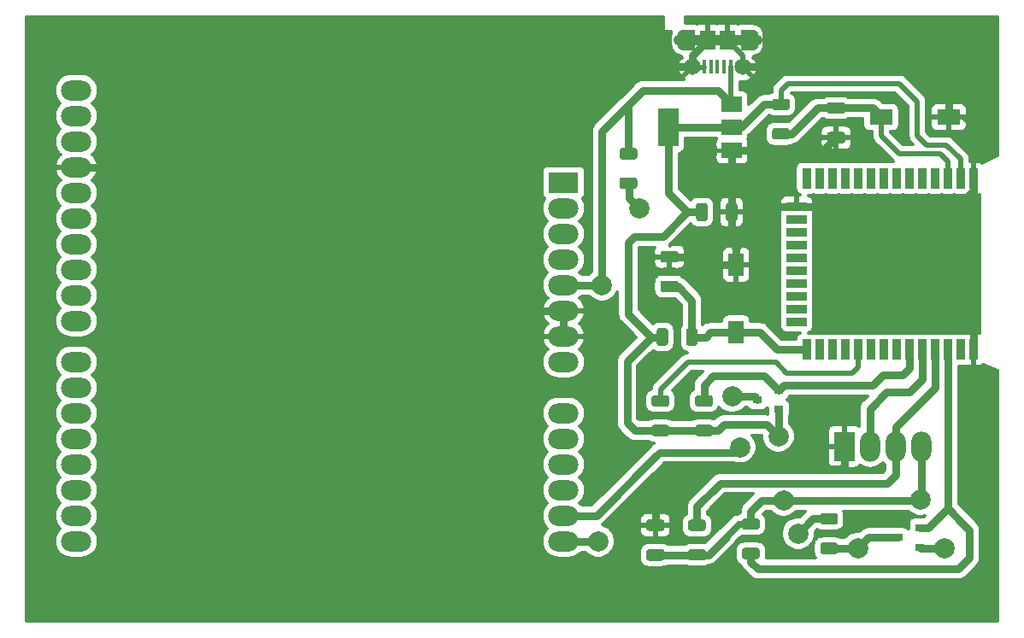
<source format=gtl>
G04 #@! TF.GenerationSoftware,KiCad,Pcbnew,(5.1.7)-1*
G04 #@! TF.CreationDate,2021-04-15T13:32:14+02:00*
G04 #@! TF.ProjectId,TestPCB,54657374-5043-4422-9e6b-696361645f70,rev?*
G04 #@! TF.SameCoordinates,Original*
G04 #@! TF.FileFunction,Copper,L1,Top*
G04 #@! TF.FilePolarity,Positive*
%FSLAX46Y46*%
G04 Gerber Fmt 4.6, Leading zero omitted, Abs format (unit mm)*
G04 Created by KiCad (PCBNEW (5.1.7)-1) date 2021-04-15 13:32:14*
%MOMM*%
%LPD*%
G01*
G04 APERTURE LIST*
%ADD10C,0.050000*%
G04 #@! TA.AperFunction,EtchedComponent*
%ADD11C,0.000100*%
G04 #@! TD*
G04 #@! TA.AperFunction,SMDPad,CuDef*
%ADD12R,0.900000X2.000000*%
G04 #@! TD*
G04 #@! TA.AperFunction,SMDPad,CuDef*
%ADD13R,2.000000X0.900000*%
G04 #@! TD*
G04 #@! TA.AperFunction,SMDPad,CuDef*
%ADD14R,0.900000X0.800000*%
G04 #@! TD*
G04 #@! TA.AperFunction,ComponentPad*
%ADD15O,3.000000X2.000000*%
G04 #@! TD*
G04 #@! TA.AperFunction,ComponentPad*
%ADD16R,3.000000X2.000000*%
G04 #@! TD*
G04 #@! TA.AperFunction,ComponentPad*
%ADD17O,2.000000X3.000000*%
G04 #@! TD*
G04 #@! TA.AperFunction,ComponentPad*
%ADD18R,2.000000X3.000000*%
G04 #@! TD*
G04 #@! TA.AperFunction,ComponentPad*
%ADD19O,0.950000X1.900000*%
G04 #@! TD*
G04 #@! TA.AperFunction,SMDPad,CuDef*
%ADD20R,1.500000X1.900000*%
G04 #@! TD*
G04 #@! TA.AperFunction,ComponentPad*
%ADD21C,1.650000*%
G04 #@! TD*
G04 #@! TA.AperFunction,SMDPad,CuDef*
%ADD22R,0.400000X1.350000*%
G04 #@! TD*
G04 #@! TA.AperFunction,SMDPad,CuDef*
%ADD23R,2.000000X1.500000*%
G04 #@! TD*
G04 #@! TA.AperFunction,SMDPad,CuDef*
%ADD24R,2.000000X3.800000*%
G04 #@! TD*
G04 #@! TA.AperFunction,SMDPad,CuDef*
%ADD25R,2.300000X1.500000*%
G04 #@! TD*
G04 #@! TA.AperFunction,SMDPad,CuDef*
%ADD26R,1.500000X2.300000*%
G04 #@! TD*
G04 #@! TA.AperFunction,ViaPad*
%ADD27C,2.000000*%
G04 #@! TD*
G04 #@! TA.AperFunction,Conductor*
%ADD28C,0.250000*%
G04 #@! TD*
G04 #@! TA.AperFunction,Conductor*
%ADD29C,0.800000*%
G04 #@! TD*
G04 #@! TA.AperFunction,Conductor*
%ADD30C,0.700000*%
G04 #@! TD*
G04 #@! TA.AperFunction,Conductor*
%ADD31C,1.000000*%
G04 #@! TD*
G04 #@! TA.AperFunction,Conductor*
%ADD32C,0.500000*%
G04 #@! TD*
G04 #@! TA.AperFunction,Conductor*
%ADD33C,0.350000*%
G04 #@! TD*
G04 #@! TA.AperFunction,Conductor*
%ADD34C,0.100000*%
G04 #@! TD*
G04 APERTURE END LIST*
D10*
D11*
G36*
X180665000Y-69593500D02*
G01*
X179465000Y-69593500D01*
X179465000Y-67693500D01*
X180665000Y-67693500D01*
X180689860Y-67694151D01*
X180714650Y-67696102D01*
X180739310Y-67699348D01*
X180763760Y-67703880D01*
X180787940Y-67709685D01*
X180811780Y-67716748D01*
X180835220Y-67725049D01*
X180858200Y-67734566D01*
X180880650Y-67745272D01*
X180902500Y-67757138D01*
X180923700Y-67770131D01*
X180944200Y-67784217D01*
X180963930Y-67799356D01*
X180982840Y-67815506D01*
X181000880Y-67832624D01*
X181017990Y-67850663D01*
X181034140Y-67869573D01*
X181049280Y-67889302D01*
X181063370Y-67909796D01*
X181076360Y-67931000D01*
X181088230Y-67952855D01*
X181098930Y-67975300D01*
X181108450Y-67998275D01*
X181116750Y-68021717D01*
X181123810Y-68045561D01*
X181129620Y-68069742D01*
X181134150Y-68094194D01*
X181137400Y-68118849D01*
X181139350Y-68143640D01*
X181140000Y-68168500D01*
X181140000Y-69118500D01*
X181139350Y-69143360D01*
X181137400Y-69168151D01*
X181134150Y-69192806D01*
X181129620Y-69217258D01*
X181123810Y-69241439D01*
X181116750Y-69265283D01*
X181108450Y-69288725D01*
X181098930Y-69311700D01*
X181088230Y-69334145D01*
X181076360Y-69356000D01*
X181063370Y-69377204D01*
X181049280Y-69397698D01*
X181034140Y-69417427D01*
X181017990Y-69436337D01*
X181000880Y-69454376D01*
X180982840Y-69471494D01*
X180963930Y-69487644D01*
X180944200Y-69502783D01*
X180923700Y-69516869D01*
X180902500Y-69529862D01*
X180880650Y-69541728D01*
X180858200Y-69552434D01*
X180835220Y-69561951D01*
X180811780Y-69570252D01*
X180787940Y-69577315D01*
X180763760Y-69583120D01*
X180739310Y-69587652D01*
X180714650Y-69590898D01*
X180689860Y-69592849D01*
X180665000Y-69593500D01*
G37*
X180665000Y-69593500D02*
X179465000Y-69593500D01*
X179465000Y-67693500D01*
X180665000Y-67693500D01*
X180689860Y-67694151D01*
X180714650Y-67696102D01*
X180739310Y-67699348D01*
X180763760Y-67703880D01*
X180787940Y-67709685D01*
X180811780Y-67716748D01*
X180835220Y-67725049D01*
X180858200Y-67734566D01*
X180880650Y-67745272D01*
X180902500Y-67757138D01*
X180923700Y-67770131D01*
X180944200Y-67784217D01*
X180963930Y-67799356D01*
X180982840Y-67815506D01*
X181000880Y-67832624D01*
X181017990Y-67850663D01*
X181034140Y-67869573D01*
X181049280Y-67889302D01*
X181063370Y-67909796D01*
X181076360Y-67931000D01*
X181088230Y-67952855D01*
X181098930Y-67975300D01*
X181108450Y-67998275D01*
X181116750Y-68021717D01*
X181123810Y-68045561D01*
X181129620Y-68069742D01*
X181134150Y-68094194D01*
X181137400Y-68118849D01*
X181139350Y-68143640D01*
X181140000Y-68168500D01*
X181140000Y-69118500D01*
X181139350Y-69143360D01*
X181137400Y-69168151D01*
X181134150Y-69192806D01*
X181129620Y-69217258D01*
X181123810Y-69241439D01*
X181116750Y-69265283D01*
X181108450Y-69288725D01*
X181098930Y-69311700D01*
X181088230Y-69334145D01*
X181076360Y-69356000D01*
X181063370Y-69377204D01*
X181049280Y-69397698D01*
X181034140Y-69417427D01*
X181017990Y-69436337D01*
X181000880Y-69454376D01*
X180982840Y-69471494D01*
X180963930Y-69487644D01*
X180944200Y-69502783D01*
X180923700Y-69516869D01*
X180902500Y-69529862D01*
X180880650Y-69541728D01*
X180858200Y-69552434D01*
X180835220Y-69561951D01*
X180811780Y-69570252D01*
X180787940Y-69577315D01*
X180763760Y-69583120D01*
X180739310Y-69587652D01*
X180714650Y-69590898D01*
X180689860Y-69592849D01*
X180665000Y-69593500D01*
G36*
X173665000Y-69593500D02*
G01*
X174865000Y-69593500D01*
X174865000Y-67693500D01*
X173665000Y-67693500D01*
X173640140Y-67694151D01*
X173615350Y-67696102D01*
X173590690Y-67699348D01*
X173566240Y-67703880D01*
X173542060Y-67709685D01*
X173518220Y-67716748D01*
X173494780Y-67725049D01*
X173471800Y-67734566D01*
X173449350Y-67745272D01*
X173427500Y-67757138D01*
X173406300Y-67770131D01*
X173385800Y-67784217D01*
X173366070Y-67799356D01*
X173347160Y-67815506D01*
X173329120Y-67832624D01*
X173312010Y-67850663D01*
X173295860Y-67869573D01*
X173280720Y-67889302D01*
X173266630Y-67909796D01*
X173253640Y-67931000D01*
X173241770Y-67952855D01*
X173231070Y-67975300D01*
X173221550Y-67998275D01*
X173213250Y-68021717D01*
X173206190Y-68045561D01*
X173200380Y-68069742D01*
X173195850Y-68094194D01*
X173192600Y-68118849D01*
X173190650Y-68143640D01*
X173190000Y-68168500D01*
X173190000Y-69118500D01*
X173190650Y-69143360D01*
X173192600Y-69168151D01*
X173195850Y-69192806D01*
X173200380Y-69217258D01*
X173206190Y-69241439D01*
X173213250Y-69265283D01*
X173221550Y-69288725D01*
X173231070Y-69311700D01*
X173241770Y-69334145D01*
X173253640Y-69356000D01*
X173266630Y-69377204D01*
X173280720Y-69397698D01*
X173295860Y-69417427D01*
X173312010Y-69436337D01*
X173329120Y-69454376D01*
X173347160Y-69471494D01*
X173366070Y-69487644D01*
X173385800Y-69502783D01*
X173406300Y-69516869D01*
X173427500Y-69529862D01*
X173449350Y-69541728D01*
X173471800Y-69552434D01*
X173494780Y-69561951D01*
X173518220Y-69570252D01*
X173542060Y-69577315D01*
X173566240Y-69583120D01*
X173590690Y-69587652D01*
X173615350Y-69590898D01*
X173640140Y-69592849D01*
X173665000Y-69593500D01*
G37*
X173665000Y-69593500D02*
X174865000Y-69593500D01*
X174865000Y-67693500D01*
X173665000Y-67693500D01*
X173640140Y-67694151D01*
X173615350Y-67696102D01*
X173590690Y-67699348D01*
X173566240Y-67703880D01*
X173542060Y-67709685D01*
X173518220Y-67716748D01*
X173494780Y-67725049D01*
X173471800Y-67734566D01*
X173449350Y-67745272D01*
X173427500Y-67757138D01*
X173406300Y-67770131D01*
X173385800Y-67784217D01*
X173366070Y-67799356D01*
X173347160Y-67815506D01*
X173329120Y-67832624D01*
X173312010Y-67850663D01*
X173295860Y-67869573D01*
X173280720Y-67889302D01*
X173266630Y-67909796D01*
X173253640Y-67931000D01*
X173241770Y-67952855D01*
X173231070Y-67975300D01*
X173221550Y-67998275D01*
X173213250Y-68021717D01*
X173206190Y-68045561D01*
X173200380Y-68069742D01*
X173195850Y-68094194D01*
X173192600Y-68118849D01*
X173190650Y-68143640D01*
X173190000Y-68168500D01*
X173190000Y-69118500D01*
X173190650Y-69143360D01*
X173192600Y-69168151D01*
X173195850Y-69192806D01*
X173200380Y-69217258D01*
X173206190Y-69241439D01*
X173213250Y-69265283D01*
X173221550Y-69288725D01*
X173231070Y-69311700D01*
X173241770Y-69334145D01*
X173253640Y-69356000D01*
X173266630Y-69377204D01*
X173280720Y-69397698D01*
X173295860Y-69417427D01*
X173312010Y-69436337D01*
X173329120Y-69454376D01*
X173347160Y-69471494D01*
X173366070Y-69487644D01*
X173385800Y-69502783D01*
X173406300Y-69516869D01*
X173427500Y-69529862D01*
X173449350Y-69541728D01*
X173471800Y-69552434D01*
X173494780Y-69561951D01*
X173518220Y-69570252D01*
X173542060Y-69577315D01*
X173566240Y-69583120D01*
X173590690Y-69587652D01*
X173615350Y-69590898D01*
X173640140Y-69592849D01*
X173665000Y-69593500D01*
D12*
X202518000Y-99372500D03*
X201248000Y-99372500D03*
X199978000Y-99372500D03*
X198708000Y-99372500D03*
X197438000Y-99372500D03*
X196168000Y-99372500D03*
X194898000Y-99372500D03*
X193628000Y-99372500D03*
X192358000Y-99372500D03*
X191088000Y-99372500D03*
X189818000Y-99372500D03*
X188548000Y-99372500D03*
X187278000Y-99372500D03*
X186008000Y-99372500D03*
D13*
X185008000Y-96587500D03*
X185008000Y-95317500D03*
X185008000Y-94047500D03*
X185008000Y-92777500D03*
X185008000Y-91507500D03*
X185008000Y-90237500D03*
X185008000Y-88967500D03*
X185008000Y-87697500D03*
X185008000Y-86427500D03*
X185008000Y-85157500D03*
D12*
X186008000Y-82372500D03*
X187278000Y-82372500D03*
X188548000Y-82372500D03*
X189818000Y-82372500D03*
X191088000Y-82372500D03*
X192358000Y-82372500D03*
X193628000Y-82372500D03*
X194898000Y-82372500D03*
X196168000Y-82372500D03*
X197438000Y-82372500D03*
X198708000Y-82372500D03*
X199978000Y-82372500D03*
X201248000Y-82372500D03*
X202518000Y-82372500D03*
D14*
X183245000Y-103378000D03*
X183248300Y-105283000D03*
X181145000Y-104330500D03*
X195115000Y-117983000D03*
X197215000Y-118948200D03*
X197215000Y-117017800D03*
D15*
X113665000Y-115824000D03*
X113665000Y-118364000D03*
X113665000Y-78744000D03*
X161925000Y-118364000D03*
X113665000Y-81284000D03*
X161925000Y-115824000D03*
X113665000Y-83824000D03*
X161925000Y-113284000D03*
X113665000Y-86364000D03*
X161925000Y-110744000D03*
X113665000Y-88904000D03*
X161925000Y-108204000D03*
X113665000Y-91444000D03*
X161925000Y-105664000D03*
X113665000Y-93984000D03*
X161925000Y-100584000D03*
X113665000Y-96524000D03*
X161925000Y-98044000D03*
X113665000Y-100584000D03*
X161925000Y-95504000D03*
X113665000Y-103124000D03*
X161925000Y-92964000D03*
X113665000Y-105664000D03*
X161925000Y-90424000D03*
X113665000Y-108204000D03*
X161925000Y-87884000D03*
X113665000Y-110744000D03*
X161925000Y-85344000D03*
X113665000Y-113284000D03*
D16*
X161925000Y-82804000D03*
D15*
X113665000Y-76204000D03*
X113665000Y-73664000D03*
D17*
X197358000Y-108966000D03*
X194818000Y-108966000D03*
X192278000Y-108966000D03*
D18*
X189738000Y-108966000D03*
D19*
X180665000Y-68643500D03*
X173665000Y-68643500D03*
D20*
X178165000Y-68643500D03*
X176165000Y-68643500D03*
D21*
X179665000Y-71343500D03*
X174665000Y-71343500D03*
D22*
X178465000Y-71318500D03*
X177815000Y-71318500D03*
X177165000Y-71318500D03*
X176515000Y-71318500D03*
X175865000Y-71318500D03*
G04 #@! TA.AperFunction,SMDPad,CuDef*
G36*
G01*
X188262499Y-77784000D02*
X189562501Y-77784000D01*
G75*
G02*
X189812500Y-78033999I0J-249999D01*
G01*
X189812500Y-78684001D01*
G75*
G02*
X189562501Y-78934000I-249999J0D01*
G01*
X188262499Y-78934000D01*
G75*
G02*
X188012500Y-78684001I0J249999D01*
G01*
X188012500Y-78033999D01*
G75*
G02*
X188262499Y-77784000I249999J0D01*
G01*
G37*
G04 #@! TD.AperFunction*
G04 #@! TA.AperFunction,SMDPad,CuDef*
G36*
G01*
X188262499Y-74834000D02*
X189562501Y-74834000D01*
G75*
G02*
X189812500Y-75083999I0J-249999D01*
G01*
X189812500Y-75734001D01*
G75*
G02*
X189562501Y-75984000I-249999J0D01*
G01*
X188262499Y-75984000D01*
G75*
G02*
X188012500Y-75734001I0J249999D01*
G01*
X188012500Y-75083999D01*
G75*
G02*
X188262499Y-74834000I249999J0D01*
G01*
G37*
G04 #@! TD.AperFunction*
G04 #@! TA.AperFunction,SMDPad,CuDef*
G36*
G01*
X167713497Y-82305000D02*
X168963503Y-82305000D01*
G75*
G02*
X169213500Y-82554997I0J-249997D01*
G01*
X169213500Y-83180003D01*
G75*
G02*
X168963503Y-83430000I-249997J0D01*
G01*
X167713497Y-83430000D01*
G75*
G02*
X167463500Y-83180003I0J249997D01*
G01*
X167463500Y-82554997D01*
G75*
G02*
X167713497Y-82305000I249997J0D01*
G01*
G37*
G04 #@! TD.AperFunction*
G04 #@! TA.AperFunction,SMDPad,CuDef*
G36*
G01*
X167713497Y-79380000D02*
X168963503Y-79380000D01*
G75*
G02*
X169213500Y-79629997I0J-249997D01*
G01*
X169213500Y-80255003D01*
G75*
G02*
X168963503Y-80505000I-249997J0D01*
G01*
X167713497Y-80505000D01*
G75*
G02*
X167463500Y-80255003I0J249997D01*
G01*
X167463500Y-79629997D01*
G75*
G02*
X167713497Y-79380000I249997J0D01*
G01*
G37*
G04 #@! TD.AperFunction*
G04 #@! TA.AperFunction,SMDPad,CuDef*
G36*
G01*
X176456503Y-105018000D02*
X175206497Y-105018000D01*
G75*
G02*
X174956500Y-104768003I0J249997D01*
G01*
X174956500Y-104142997D01*
G75*
G02*
X175206497Y-103893000I249997J0D01*
G01*
X176456503Y-103893000D01*
G75*
G02*
X176706500Y-104142997I0J-249997D01*
G01*
X176706500Y-104768003D01*
G75*
G02*
X176456503Y-105018000I-249997J0D01*
G01*
G37*
G04 #@! TD.AperFunction*
G04 #@! TA.AperFunction,SMDPad,CuDef*
G36*
G01*
X176456503Y-107943000D02*
X175206497Y-107943000D01*
G75*
G02*
X174956500Y-107693003I0J249997D01*
G01*
X174956500Y-107067997D01*
G75*
G02*
X175206497Y-106818000I249997J0D01*
G01*
X176456503Y-106818000D01*
G75*
G02*
X176706500Y-107067997I0J-249997D01*
G01*
X176706500Y-107693003D01*
G75*
G02*
X176456503Y-107943000I-249997J0D01*
G01*
G37*
G04 #@! TD.AperFunction*
G04 #@! TA.AperFunction,SMDPad,CuDef*
G36*
G01*
X187588997Y-118500000D02*
X188839003Y-118500000D01*
G75*
G02*
X189089000Y-118749997I0J-249997D01*
G01*
X189089000Y-119375003D01*
G75*
G02*
X188839003Y-119625000I-249997J0D01*
G01*
X187588997Y-119625000D01*
G75*
G02*
X187339000Y-119375003I0J249997D01*
G01*
X187339000Y-118749997D01*
G75*
G02*
X187588997Y-118500000I249997J0D01*
G01*
G37*
G04 #@! TD.AperFunction*
G04 #@! TA.AperFunction,SMDPad,CuDef*
G36*
G01*
X187588997Y-115575000D02*
X188839003Y-115575000D01*
G75*
G02*
X189089000Y-115824997I0J-249997D01*
G01*
X189089000Y-116450003D01*
G75*
G02*
X188839003Y-116700000I-249997J0D01*
G01*
X187588997Y-116700000D01*
G75*
G02*
X187339000Y-116450003I0J249997D01*
G01*
X187339000Y-115824997D01*
G75*
G02*
X187588997Y-115575000I249997J0D01*
G01*
G37*
G04 #@! TD.AperFunction*
G04 #@! TA.AperFunction,SMDPad,CuDef*
G36*
G01*
X179841997Y-119012000D02*
X181092003Y-119012000D01*
G75*
G02*
X181342000Y-119261997I0J-249997D01*
G01*
X181342000Y-119887003D01*
G75*
G02*
X181092003Y-120137000I-249997J0D01*
G01*
X179841997Y-120137000D01*
G75*
G02*
X179592000Y-119887003I0J249997D01*
G01*
X179592000Y-119261997D01*
G75*
G02*
X179841997Y-119012000I249997J0D01*
G01*
G37*
G04 #@! TD.AperFunction*
G04 #@! TA.AperFunction,SMDPad,CuDef*
G36*
G01*
X179841997Y-116087000D02*
X181092003Y-116087000D01*
G75*
G02*
X181342000Y-116336997I0J-249997D01*
G01*
X181342000Y-116962003D01*
G75*
G02*
X181092003Y-117212000I-249997J0D01*
G01*
X179841997Y-117212000D01*
G75*
G02*
X179592000Y-116962003I0J249997D01*
G01*
X179592000Y-116336997D01*
G75*
G02*
X179841997Y-116087000I249997J0D01*
G01*
G37*
G04 #@! TD.AperFunction*
G04 #@! TA.AperFunction,SMDPad,CuDef*
G36*
G01*
X170888497Y-106816000D02*
X172138503Y-106816000D01*
G75*
G02*
X172388500Y-107065997I0J-249997D01*
G01*
X172388500Y-107691003D01*
G75*
G02*
X172138503Y-107941000I-249997J0D01*
G01*
X170888497Y-107941000D01*
G75*
G02*
X170638500Y-107691003I0J249997D01*
G01*
X170638500Y-107065997D01*
G75*
G02*
X170888497Y-106816000I249997J0D01*
G01*
G37*
G04 #@! TD.AperFunction*
G04 #@! TA.AperFunction,SMDPad,CuDef*
G36*
G01*
X170888497Y-103891000D02*
X172138503Y-103891000D01*
G75*
G02*
X172388500Y-104140997I0J-249997D01*
G01*
X172388500Y-104766003D01*
G75*
G02*
X172138503Y-105016000I-249997J0D01*
G01*
X170888497Y-105016000D01*
G75*
G02*
X170638500Y-104766003I0J249997D01*
G01*
X170638500Y-104140997D01*
G75*
G02*
X170888497Y-103891000I249997J0D01*
G01*
G37*
G04 #@! TD.AperFunction*
G04 #@! TA.AperFunction,SMDPad,CuDef*
G36*
G01*
X174507997Y-119137000D02*
X175758003Y-119137000D01*
G75*
G02*
X176008000Y-119386997I0J-249997D01*
G01*
X176008000Y-120012003D01*
G75*
G02*
X175758003Y-120262000I-249997J0D01*
G01*
X174507997Y-120262000D01*
G75*
G02*
X174258000Y-120012003I0J249997D01*
G01*
X174258000Y-119386997D01*
G75*
G02*
X174507997Y-119137000I249997J0D01*
G01*
G37*
G04 #@! TD.AperFunction*
G04 #@! TA.AperFunction,SMDPad,CuDef*
G36*
G01*
X174507997Y-116212000D02*
X175758003Y-116212000D01*
G75*
G02*
X176008000Y-116461997I0J-249997D01*
G01*
X176008000Y-117087003D01*
G75*
G02*
X175758003Y-117337000I-249997J0D01*
G01*
X174507997Y-117337000D01*
G75*
G02*
X174258000Y-117087003I0J249997D01*
G01*
X174258000Y-116461997D01*
G75*
G02*
X174507997Y-116212000I249997J0D01*
G01*
G37*
G04 #@! TD.AperFunction*
G04 #@! TA.AperFunction,SMDPad,CuDef*
G36*
G01*
X175187500Y-97482497D02*
X175187500Y-98732503D01*
G75*
G02*
X174937503Y-98982500I-249997J0D01*
G01*
X174312497Y-98982500D01*
G75*
G02*
X174062500Y-98732503I0J249997D01*
G01*
X174062500Y-97482497D01*
G75*
G02*
X174312497Y-97232500I249997J0D01*
G01*
X174937503Y-97232500D01*
G75*
G02*
X175187500Y-97482497I0J-249997D01*
G01*
G37*
G04 #@! TD.AperFunction*
G04 #@! TA.AperFunction,SMDPad,CuDef*
G36*
G01*
X172262500Y-97482497D02*
X172262500Y-98732503D01*
G75*
G02*
X172012503Y-98982500I-249997J0D01*
G01*
X171387497Y-98982500D01*
G75*
G02*
X171137500Y-98732503I0J249997D01*
G01*
X171137500Y-97482497D01*
G75*
G02*
X171387497Y-97232500I249997J0D01*
G01*
X172012503Y-97232500D01*
G75*
G02*
X172262500Y-97482497I0J-249997D01*
G01*
G37*
G04 #@! TD.AperFunction*
G04 #@! TA.AperFunction,SMDPad,CuDef*
G36*
G01*
X182826497Y-77415500D02*
X184076503Y-77415500D01*
G75*
G02*
X184326500Y-77665497I0J-249997D01*
G01*
X184326500Y-78290503D01*
G75*
G02*
X184076503Y-78540500I-249997J0D01*
G01*
X182826497Y-78540500D01*
G75*
G02*
X182576500Y-78290503I0J249997D01*
G01*
X182576500Y-77665497D01*
G75*
G02*
X182826497Y-77415500I249997J0D01*
G01*
G37*
G04 #@! TD.AperFunction*
G04 #@! TA.AperFunction,SMDPad,CuDef*
G36*
G01*
X182826497Y-74490500D02*
X184076503Y-74490500D01*
G75*
G02*
X184326500Y-74740497I0J-249997D01*
G01*
X184326500Y-75365503D01*
G75*
G02*
X184076503Y-75615500I-249997J0D01*
G01*
X182826497Y-75615500D01*
G75*
G02*
X182576500Y-75365503I0J249997D01*
G01*
X182576500Y-74740497D01*
G75*
G02*
X182826497Y-74490500I249997J0D01*
G01*
G37*
G04 #@! TD.AperFunction*
D23*
X178600500Y-79643000D03*
X178600500Y-75043000D03*
X178600500Y-77343000D03*
D24*
X172300500Y-77343000D03*
D25*
X200073000Y-76327000D03*
X193373000Y-76327000D03*
G04 #@! TA.AperFunction,SMDPad,CuDef*
G36*
G01*
X171752499Y-92530500D02*
X173052501Y-92530500D01*
G75*
G02*
X173302500Y-92780499I0J-249999D01*
G01*
X173302500Y-93430501D01*
G75*
G02*
X173052501Y-93680500I-249999J0D01*
G01*
X171752499Y-93680500D01*
G75*
G02*
X171502500Y-93430501I0J249999D01*
G01*
X171502500Y-92780499D01*
G75*
G02*
X171752499Y-92530500I249999J0D01*
G01*
G37*
G04 #@! TD.AperFunction*
G04 #@! TA.AperFunction,SMDPad,CuDef*
G36*
G01*
X171752499Y-89580500D02*
X173052501Y-89580500D01*
G75*
G02*
X173302500Y-89830499I0J-249999D01*
G01*
X173302500Y-90480501D01*
G75*
G02*
X173052501Y-90730500I-249999J0D01*
G01*
X171752499Y-90730500D01*
G75*
G02*
X171502500Y-90480501I0J249999D01*
G01*
X171502500Y-89830499D01*
G75*
G02*
X171752499Y-89580500I249999J0D01*
G01*
G37*
G04 #@! TD.AperFunction*
G04 #@! TA.AperFunction,SMDPad,CuDef*
G36*
G01*
X177987000Y-86375001D02*
X177987000Y-85074999D01*
G75*
G02*
X178236999Y-84825000I249999J0D01*
G01*
X178887001Y-84825000D01*
G75*
G02*
X179137000Y-85074999I0J-249999D01*
G01*
X179137000Y-86375001D01*
G75*
G02*
X178887001Y-86625000I-249999J0D01*
G01*
X178236999Y-86625000D01*
G75*
G02*
X177987000Y-86375001I0J249999D01*
G01*
G37*
G04 #@! TD.AperFunction*
G04 #@! TA.AperFunction,SMDPad,CuDef*
G36*
G01*
X175037000Y-86375001D02*
X175037000Y-85074999D01*
G75*
G02*
X175286999Y-84825000I249999J0D01*
G01*
X175937001Y-84825000D01*
G75*
G02*
X176187000Y-85074999I0J-249999D01*
G01*
X176187000Y-86375001D01*
G75*
G02*
X175937001Y-86625000I-249999J0D01*
G01*
X175286999Y-86625000D01*
G75*
G02*
X175037000Y-86375001I0J249999D01*
G01*
G37*
G04 #@! TD.AperFunction*
G04 #@! TA.AperFunction,SMDPad,CuDef*
G36*
G01*
X171655501Y-117337000D02*
X170355499Y-117337000D01*
G75*
G02*
X170105500Y-117087001I0J249999D01*
G01*
X170105500Y-116436999D01*
G75*
G02*
X170355499Y-116187000I249999J0D01*
G01*
X171655501Y-116187000D01*
G75*
G02*
X171905500Y-116436999I0J-249999D01*
G01*
X171905500Y-117087001D01*
G75*
G02*
X171655501Y-117337000I-249999J0D01*
G01*
G37*
G04 #@! TD.AperFunction*
G04 #@! TA.AperFunction,SMDPad,CuDef*
G36*
G01*
X171655501Y-120287000D02*
X170355499Y-120287000D01*
G75*
G02*
X170105500Y-120037001I0J249999D01*
G01*
X170105500Y-119386999D01*
G75*
G02*
X170355499Y-119137000I249999J0D01*
G01*
X171655501Y-119137000D01*
G75*
G02*
X171905500Y-119386999I0J-249999D01*
G01*
X171905500Y-120037001D01*
G75*
G02*
X171655501Y-120287000I-249999J0D01*
G01*
G37*
G04 #@! TD.AperFunction*
D26*
X179006500Y-97647500D03*
X179006500Y-90947500D03*
D27*
X183705500Y-114300000D03*
X183197500Y-107950000D03*
X197279000Y-114221000D03*
X199675750Y-119030750D03*
X147193000Y-78168500D03*
X181991000Y-82867500D03*
X187007500Y-105600500D03*
X165354000Y-118364000D03*
X191071500Y-119062500D03*
X178625500Y-104013000D03*
X179387500Y-109029500D03*
X169418000Y-85344000D03*
X165735000Y-92964000D03*
X185166000Y-117602000D03*
D28*
X195738000Y-114331000D02*
X195738000Y-114142000D01*
D29*
X197358000Y-114142000D02*
X197358000Y-108966000D01*
X195738000Y-114331000D02*
X184881000Y-114331000D01*
D30*
X180467000Y-116649500D02*
X179324000Y-116649500D01*
X179324000Y-116649500D02*
X178054000Y-117919500D01*
D28*
X176208500Y-107378500D02*
X176212500Y-107382500D01*
D29*
X171513500Y-107378500D02*
X176208500Y-107378500D01*
X180467000Y-116649500D02*
X180467000Y-115379500D01*
X181515500Y-114331000D02*
X184881000Y-114331000D01*
X180467000Y-115379500D02*
X181515500Y-114331000D01*
X171700000Y-98107500D02*
X170624500Y-98107500D01*
X168211500Y-100520500D02*
X168211500Y-106616500D01*
X168973500Y-107378500D02*
X171513500Y-107378500D01*
X168211500Y-106616500D02*
X168973500Y-107378500D01*
X170624500Y-98107500D02*
X168211500Y-100520500D01*
X168338500Y-95821500D02*
X170624500Y-98107500D01*
X168338500Y-95821500D02*
X168338500Y-89027000D01*
X168338500Y-89027000D02*
X168338500Y-88709500D01*
X168338500Y-88709500D02*
X168910000Y-88138000D01*
X168910000Y-88138000D02*
X171767500Y-88138000D01*
X171767500Y-88138000D02*
X174180500Y-85725000D01*
D30*
X197169000Y-114331000D02*
X197279000Y-114221000D01*
D29*
X195738000Y-114331000D02*
X197169000Y-114331000D01*
D30*
X197279000Y-114221000D02*
X197358000Y-114142000D01*
D29*
X197297550Y-119030750D02*
X197215000Y-118948200D01*
X199675750Y-119030750D02*
X197297550Y-119030750D01*
D31*
X183134000Y-107886500D02*
X183197500Y-107950000D01*
X183248300Y-107899200D02*
X183197500Y-107950000D01*
D29*
X183248300Y-105283000D02*
X183248300Y-107899200D01*
X183197500Y-107950000D02*
X182054500Y-106807000D01*
X175831500Y-107380500D02*
X177226500Y-107380500D01*
X177800000Y-106807000D02*
X182054500Y-106807000D01*
X177226500Y-107380500D02*
X177800000Y-106807000D01*
D32*
X183451500Y-73660000D02*
X183451500Y-75053000D01*
X195135500Y-72961500D02*
X184150000Y-72961500D01*
X196977000Y-74803000D02*
X195135500Y-72961500D01*
X196977000Y-78168500D02*
X196977000Y-74803000D01*
X197866000Y-79057500D02*
X196977000Y-78168500D01*
X199834500Y-79057500D02*
X197866000Y-79057500D01*
X201248000Y-80471000D02*
X199834500Y-79057500D01*
X184150000Y-72961500D02*
X183451500Y-73660000D01*
X201248000Y-82372500D02*
X201248000Y-80471000D01*
D29*
X178600500Y-77343000D02*
X179514500Y-77343000D01*
X181804500Y-75053000D02*
X183451500Y-75053000D01*
X179514500Y-77343000D02*
X181804500Y-75053000D01*
X172300500Y-77343000D02*
X178600500Y-77343000D01*
X174180500Y-85725000D02*
X175612000Y-85725000D01*
X172300500Y-83845000D02*
X174180500Y-85725000D01*
X172300500Y-77343000D02*
X172300500Y-83845000D01*
D28*
X175120500Y-119712000D02*
X175133000Y-119699500D01*
D29*
X171005500Y-119712000D02*
X175120500Y-119712000D01*
X176274000Y-119699500D02*
X178054000Y-117919500D01*
X175133000Y-119699500D02*
X176274000Y-119699500D01*
X150749000Y-95504000D02*
X161925000Y-95504000D01*
X147443000Y-92198000D02*
X150749000Y-95504000D01*
D28*
X147443000Y-92198000D02*
X147447000Y-92202000D01*
D29*
X179006500Y-90947500D02*
X179006500Y-89217500D01*
X183066500Y-85157500D02*
X185008000Y-85157500D01*
X179006500Y-89217500D02*
X183066500Y-85157500D01*
X172402500Y-90155500D02*
X174674000Y-90155500D01*
X175466000Y-90947500D02*
X179006500Y-90947500D01*
X174674000Y-90155500D02*
X175466000Y-90947500D01*
X147443000Y-77918500D02*
X147443000Y-92198000D01*
D31*
X147443000Y-77918500D02*
X147193000Y-78168500D01*
D29*
X147443000Y-92198000D02*
X147443000Y-110867000D01*
X147443000Y-110867000D02*
X159385000Y-122809000D01*
X159385000Y-122809000D02*
X163703000Y-122809000D01*
D32*
X179665000Y-70207000D02*
X178165000Y-68707000D01*
X179665000Y-71407000D02*
X179665000Y-70207000D01*
D28*
X178165000Y-68707000D02*
X176165000Y-68707000D01*
D29*
X174665000Y-70207000D02*
X176165000Y-68707000D01*
X174665000Y-71407000D02*
X174665000Y-70207000D01*
D31*
X173356500Y-68707000D02*
X181102000Y-68707000D01*
D29*
X189738000Y-110807500D02*
X189738000Y-108966000D01*
X189357000Y-111188500D02*
X189738000Y-110807500D01*
X173863000Y-111188500D02*
X189357000Y-111188500D01*
X174690000Y-71382000D02*
X174665000Y-71407000D01*
D32*
X175865000Y-71382000D02*
X174690000Y-71382000D01*
D29*
X163703000Y-122809000D02*
X164401500Y-122809000D01*
X164401500Y-122809000D02*
X168338500Y-118872000D01*
X168338500Y-116713000D02*
X169799000Y-115252500D01*
X168338500Y-118872000D02*
X168338500Y-116713000D01*
X171005500Y-116762000D02*
X171005500Y-114046000D01*
X171005500Y-114046000D02*
X173863000Y-111188500D01*
X169799000Y-115252500D02*
X171005500Y-114046000D01*
X147193000Y-78168500D02*
X125666500Y-78168500D01*
X122551000Y-81284000D02*
X113665000Y-81284000D01*
X125666500Y-78168500D02*
X122551000Y-81284000D01*
X161925000Y-95504000D02*
X161925000Y-98044000D01*
D32*
X200073000Y-76327000D02*
X201549000Y-76327000D01*
X202518000Y-77296000D02*
X202518000Y-82372500D01*
X201549000Y-76327000D02*
X202518000Y-77296000D01*
D29*
X200073000Y-76327000D02*
X200073000Y-74851000D01*
X196565500Y-71343500D02*
X179665000Y-71343500D01*
X200073000Y-74851000D02*
X196565500Y-71343500D01*
D28*
X178600500Y-85686500D02*
X178562000Y-85725000D01*
D29*
X178600500Y-79643000D02*
X178600500Y-85686500D01*
X178562000Y-88773000D02*
X178562000Y-85725000D01*
X179006500Y-89217500D02*
X178562000Y-88773000D01*
X187628500Y-79643000D02*
X188912500Y-78359000D01*
X178600500Y-79643000D02*
X187628500Y-79643000D01*
X147193000Y-78168500D02*
X161226500Y-78168500D01*
X168051500Y-71343500D02*
X174665000Y-71343500D01*
X161226500Y-78168500D02*
X168051500Y-71343500D01*
D28*
X202464000Y-83676500D02*
X202518000Y-83676500D01*
D29*
X200983000Y-85157500D02*
X202464000Y-83676500D01*
X185008000Y-85157500D02*
X200983000Y-85157500D01*
X202518000Y-83676500D02*
X202518000Y-99372500D01*
X202518000Y-82372500D02*
X202518000Y-83676500D01*
D32*
X199978000Y-82372500D02*
X199978000Y-80725000D01*
X199978000Y-80725000D02*
X199199500Y-79946500D01*
X199199500Y-79946500D02*
X195135500Y-79946500D01*
X193373000Y-78184000D02*
X193373000Y-76327000D01*
X195135500Y-79946500D02*
X193373000Y-78184000D01*
D28*
X193373000Y-76327000D02*
X193373000Y-76215500D01*
D29*
X192566500Y-75409000D02*
X188912500Y-75409000D01*
X193373000Y-76215500D02*
X192566500Y-75409000D01*
X183451500Y-77978000D02*
X184531000Y-77978000D01*
X187100000Y-75409000D02*
X188912500Y-75409000D01*
X184531000Y-77978000D02*
X187100000Y-75409000D01*
X174625000Y-98107500D02*
X174625000Y-94488000D01*
X173242500Y-93105500D02*
X172402500Y-93105500D01*
X174625000Y-94488000D02*
X173242500Y-93105500D01*
X186008000Y-99372500D02*
X183065500Y-99372500D01*
D28*
X179022000Y-97663000D02*
X179006500Y-97647500D01*
D29*
X174625000Y-98107500D02*
X176022000Y-98107500D01*
X176482000Y-97647500D02*
X179006500Y-97647500D01*
X176022000Y-98107500D02*
X176482000Y-97647500D01*
X181340500Y-97647500D02*
X179006500Y-97647500D01*
X183065500Y-99372500D02*
X181340500Y-97647500D01*
D32*
X171513500Y-104453500D02*
X171513500Y-103314500D01*
X191088000Y-99372500D02*
X191088000Y-101075500D01*
X191088000Y-101075500D02*
X190500000Y-101663500D01*
X173164500Y-101663500D02*
X171513500Y-103314500D01*
X184023000Y-101663500D02*
X190500000Y-101663500D01*
X182943500Y-100584000D02*
X184023000Y-101663500D01*
X174244000Y-100584000D02*
X182943500Y-100584000D01*
X173164500Y-101663500D02*
X174244000Y-100584000D01*
D29*
X191071500Y-119062500D02*
X188214000Y-119062500D01*
X191071500Y-119062500D02*
X192151000Y-117983000D01*
X192151000Y-117983000D02*
X195115000Y-117983000D01*
X165354000Y-118364000D02*
X161925000Y-118364000D01*
X169418000Y-85344000D02*
X168402000Y-84328000D01*
D28*
X168402000Y-82931000D02*
X168338500Y-82867500D01*
D29*
X168402000Y-84328000D02*
X168402000Y-82931000D01*
D30*
X165163500Y-115824000D02*
X165163500Y-115824000D01*
D29*
X180827500Y-104013000D02*
X181145000Y-104330500D01*
X178625500Y-104013000D02*
X180827500Y-104013000D01*
X171450000Y-109537500D02*
X171069000Y-109918500D01*
X178879500Y-109537500D02*
X171450000Y-109537500D01*
X179387500Y-109029500D02*
X178879500Y-109537500D01*
X165163500Y-115824000D02*
X171069000Y-109918500D01*
X165163500Y-115824000D02*
X161925000Y-115824000D01*
D28*
X168088500Y-79692500D02*
X168338500Y-79942500D01*
D29*
X186630500Y-116137500D02*
X185166000Y-117602000D01*
X188214000Y-116137500D02*
X186630500Y-116137500D01*
X168338500Y-79942500D02*
X168338500Y-75120500D01*
D28*
X178465000Y-74907500D02*
X178600500Y-75043000D01*
D32*
X178465000Y-71318500D02*
X178465000Y-74907500D01*
D28*
X178600500Y-75043000D02*
X178600500Y-75032000D01*
D29*
X178600500Y-75032000D02*
X177228500Y-73660000D01*
X169799000Y-73660000D02*
X168338500Y-75120500D01*
X177228500Y-73660000D02*
X169799000Y-73660000D01*
X161925000Y-92964000D02*
X165735000Y-92964000D01*
X166370000Y-77089000D02*
X168338500Y-75120500D01*
X165735000Y-77724000D02*
X166370000Y-77089000D01*
X165735000Y-92964000D02*
X165735000Y-77724000D01*
X198708000Y-99372500D02*
X198708000Y-102980500D01*
X177482500Y-112585500D02*
X193357500Y-112585500D01*
X175133000Y-114935000D02*
X177482500Y-112585500D01*
X175133000Y-116649500D02*
X175133000Y-114935000D01*
D28*
X198708000Y-102980500D02*
X198708000Y-103171000D01*
D29*
X194818000Y-107061000D02*
X194818000Y-108966000D01*
X198708000Y-103171000D02*
X194818000Y-107061000D01*
X193357500Y-112585500D02*
X193992500Y-112585500D01*
X194818000Y-111760000D02*
X194818000Y-108966000D01*
X193992500Y-112585500D02*
X194818000Y-111760000D01*
X196151500Y-103568500D02*
X193929000Y-103568500D01*
X197438000Y-102282000D02*
X196151500Y-103568500D01*
X197438000Y-99372500D02*
X197438000Y-102282000D01*
X192278000Y-105219500D02*
X193929000Y-103568500D01*
X192278000Y-108966000D02*
X192278000Y-105219500D01*
X199978000Y-99372500D02*
X199978000Y-113237000D01*
X181165500Y-121094500D02*
X200469500Y-121094500D01*
X180467000Y-120396000D02*
X181165500Y-121094500D01*
X180467000Y-119574500D02*
X180467000Y-120396000D01*
X197215000Y-117017800D02*
X198069200Y-117017800D01*
X199978000Y-115109000D02*
X199978000Y-113237000D01*
X198069200Y-117017800D02*
X199978000Y-115109000D01*
D28*
X200469500Y-121094500D02*
X200596500Y-121094500D01*
D29*
X201612500Y-116743500D02*
X199978000Y-115109000D01*
X200469500Y-121094500D02*
X201041000Y-121094500D01*
X201041000Y-121094500D02*
X202120500Y-120015000D01*
X202120500Y-117251500D02*
X201612500Y-116743500D01*
X202120500Y-120015000D02*
X202120500Y-117251500D01*
X196168000Y-101202500D02*
X196168000Y-99372500D01*
X195516500Y-101854000D02*
X196168000Y-101202500D01*
X193548000Y-101854000D02*
X195516500Y-101854000D01*
X192532000Y-102870000D02*
X193548000Y-101854000D01*
X183753000Y-102870000D02*
X183245000Y-103378000D01*
X192532000Y-102870000D02*
X183753000Y-102870000D01*
D28*
X183245000Y-103378000D02*
X183197500Y-103378000D01*
D29*
X183197500Y-103378000D02*
X181800500Y-101981000D01*
X181800500Y-101981000D02*
X176720500Y-101981000D01*
X175831500Y-102870000D02*
X175831500Y-104455500D01*
X176720500Y-101981000D02*
X175831500Y-102870000D01*
D33*
X171822587Y-67807170D02*
X172565934Y-67807170D01*
X172561078Y-67818669D01*
X172558306Y-67827794D01*
X172556484Y-67833948D01*
X172544663Y-67865103D01*
X172539110Y-67898188D01*
X172536232Y-67910166D01*
X172534410Y-67923280D01*
X172530561Y-67935952D01*
X172528758Y-67945317D01*
X172524228Y-67969769D01*
X172523112Y-67982797D01*
X172519971Y-67995481D01*
X172518658Y-68004927D01*
X172515408Y-68029582D01*
X172514999Y-68041839D01*
X172513956Y-68048054D01*
X172512468Y-68055785D01*
X172512269Y-68058109D01*
X172507000Y-68089500D01*
X172507000Y-68161383D01*
X172506950Y-68168500D01*
X172506950Y-69118500D01*
X172507000Y-69119010D01*
X172507000Y-69197500D01*
X172514066Y-69239601D01*
X172514228Y-69247954D01*
X172515408Y-69257418D01*
X172518658Y-69282073D01*
X172521624Y-69294807D01*
X172522557Y-69307842D01*
X172524228Y-69317231D01*
X172528758Y-69341683D01*
X172532430Y-69354407D01*
X172534069Y-69367545D01*
X172536232Y-69376834D01*
X172539110Y-69388812D01*
X172544663Y-69421897D01*
X172556484Y-69453052D01*
X172558306Y-69459206D01*
X172563263Y-69471417D01*
X172566248Y-69484247D01*
X172569368Y-69493259D01*
X172577668Y-69516701D01*
X172583274Y-69528670D01*
X172586939Y-69541361D01*
X172590528Y-69550198D01*
X172600047Y-69573172D01*
X172606192Y-69584678D01*
X172610455Y-69596995D01*
X172613856Y-69604261D01*
X172625380Y-69634634D01*
X172642838Y-69662542D01*
X172653406Y-69682001D01*
X172660732Y-69692819D01*
X172666272Y-69704649D01*
X172671197Y-69712816D01*
X172684187Y-69734021D01*
X172692183Y-69744596D01*
X172698425Y-69756282D01*
X172703773Y-69764179D01*
X172717863Y-69784672D01*
X172723196Y-69791003D01*
X172746049Y-69827536D01*
X172769297Y-69852226D01*
X172770313Y-69853726D01*
X172776456Y-69861022D01*
X172792606Y-69879932D01*
X172802030Y-69889001D01*
X172809914Y-69899431D01*
X172816428Y-69906397D01*
X172833538Y-69924436D01*
X172843552Y-69933115D01*
X172852086Y-69943248D01*
X172858958Y-69949861D01*
X172876998Y-69966979D01*
X172878318Y-69968006D01*
X172902032Y-69993191D01*
X172936750Y-70017930D01*
X172942736Y-70023690D01*
X172950262Y-70029549D01*
X172969992Y-70044688D01*
X172981189Y-70051658D01*
X172991155Y-70060288D01*
X172998977Y-70065744D01*
X173019477Y-70079830D01*
X173030948Y-70086161D01*
X173041279Y-70094204D01*
X173049375Y-70099245D01*
X173060035Y-70105778D01*
X173087336Y-70125232D01*
X173117682Y-70138884D01*
X173123375Y-70141976D01*
X173135543Y-70147117D01*
X173146757Y-70154096D01*
X173155336Y-70158261D01*
X173177786Y-70168967D01*
X173190150Y-70173442D01*
X173201661Y-70179795D01*
X173210446Y-70183506D01*
X173233426Y-70193023D01*
X173245991Y-70196840D01*
X173257794Y-70202571D01*
X173265219Y-70205259D01*
X173294839Y-70218585D01*
X173369196Y-70237697D01*
X173373350Y-70239201D01*
X173382608Y-70241493D01*
X173403143Y-70246423D01*
X173406244Y-70247220D01*
X173406294Y-70247179D01*
X173406788Y-70247298D01*
X173419811Y-70249105D01*
X173432387Y-70252926D01*
X173441752Y-70254730D01*
X173466201Y-70259262D01*
X173479324Y-70260387D01*
X173492102Y-70263549D01*
X173501549Y-70264860D01*
X173526209Y-70268106D01*
X173539350Y-70268542D01*
X173552257Y-70271027D01*
X173561759Y-70271842D01*
X173585998Y-70273750D01*
X173585998Y-70276500D01*
X173590244Y-70276500D01*
X173538259Y-70328485D01*
X173660041Y-70450267D01*
X173394331Y-70517955D01*
X173257691Y-70781713D01*
X173175133Y-71067059D01*
X173149829Y-71363030D01*
X173182753Y-71658249D01*
X173272638Y-71941374D01*
X173394331Y-72169045D01*
X173660043Y-72236734D01*
X174553277Y-71343500D01*
X174539135Y-71329358D01*
X174650858Y-71217635D01*
X174665000Y-71231777D01*
X174679142Y-71217635D01*
X174790865Y-71329358D01*
X174776723Y-71343500D01*
X174790865Y-71357642D01*
X174679142Y-71469365D01*
X174665000Y-71455223D01*
X173771766Y-72348457D01*
X173829986Y-72577000D01*
X169852200Y-72577000D01*
X169799000Y-72571760D01*
X169745799Y-72577000D01*
X169745797Y-72577000D01*
X169586695Y-72592670D01*
X169382549Y-72654597D01*
X169194406Y-72755162D01*
X169029498Y-72890498D01*
X168995581Y-72931826D01*
X167610326Y-74317082D01*
X167568999Y-74350998D01*
X167535087Y-74392320D01*
X165641829Y-76285579D01*
X165641824Y-76285583D01*
X165006826Y-76920582D01*
X164965499Y-76954498D01*
X164931584Y-76995824D01*
X164830162Y-77119407D01*
X164732376Y-77302351D01*
X164729598Y-77307549D01*
X164673688Y-77491862D01*
X164667671Y-77511696D01*
X164646760Y-77724000D01*
X164652001Y-77777210D01*
X164652000Y-91666879D01*
X164437879Y-91881000D01*
X163713407Y-91881000D01*
X163620819Y-91768181D01*
X163530429Y-91694000D01*
X163620819Y-91619819D01*
X163831134Y-91363549D01*
X163987412Y-91071172D01*
X164083648Y-90753926D01*
X164116143Y-90424000D01*
X164083648Y-90094074D01*
X163987412Y-89776828D01*
X163831134Y-89484451D01*
X163620819Y-89228181D01*
X163530429Y-89154000D01*
X163620819Y-89079819D01*
X163831134Y-88823549D01*
X163987412Y-88531172D01*
X164083648Y-88213926D01*
X164116143Y-87884000D01*
X164083648Y-87554074D01*
X163987412Y-87236828D01*
X163831134Y-86944451D01*
X163620819Y-86688181D01*
X163530429Y-86614000D01*
X163620819Y-86539819D01*
X163831134Y-86283549D01*
X163987412Y-85991172D01*
X164083648Y-85673926D01*
X164116143Y-85344000D01*
X164083648Y-85014074D01*
X163987412Y-84696828D01*
X163831134Y-84404451D01*
X163806517Y-84374455D01*
X163910290Y-84289290D01*
X163995641Y-84185290D01*
X164059062Y-84066637D01*
X164098117Y-83937891D01*
X164111304Y-83804000D01*
X164111304Y-81804000D01*
X164098117Y-81670109D01*
X164059062Y-81541363D01*
X163995641Y-81422710D01*
X163910290Y-81318710D01*
X163806290Y-81233359D01*
X163687637Y-81169938D01*
X163558891Y-81130883D01*
X163425000Y-81117696D01*
X160425000Y-81117696D01*
X160291109Y-81130883D01*
X160162363Y-81169938D01*
X160043710Y-81233359D01*
X159939710Y-81318710D01*
X159854359Y-81422710D01*
X159790938Y-81541363D01*
X159751883Y-81670109D01*
X159738696Y-81804000D01*
X159738696Y-83804000D01*
X159751883Y-83937891D01*
X159790938Y-84066637D01*
X159854359Y-84185290D01*
X159939710Y-84289290D01*
X160043483Y-84374455D01*
X160018866Y-84404451D01*
X159862588Y-84696828D01*
X159766352Y-85014074D01*
X159733857Y-85344000D01*
X159766352Y-85673926D01*
X159862588Y-85991172D01*
X160018866Y-86283549D01*
X160229181Y-86539819D01*
X160319571Y-86614000D01*
X160229181Y-86688181D01*
X160018866Y-86944451D01*
X159862588Y-87236828D01*
X159766352Y-87554074D01*
X159733857Y-87884000D01*
X159766352Y-88213926D01*
X159862588Y-88531172D01*
X160018866Y-88823549D01*
X160229181Y-89079819D01*
X160319571Y-89154000D01*
X160229181Y-89228181D01*
X160018866Y-89484451D01*
X159862588Y-89776828D01*
X159766352Y-90094074D01*
X159733857Y-90424000D01*
X159766352Y-90753926D01*
X159862588Y-91071172D01*
X160018866Y-91363549D01*
X160229181Y-91619819D01*
X160319571Y-91694000D01*
X160229181Y-91768181D01*
X160018866Y-92024451D01*
X159862588Y-92316828D01*
X159766352Y-92634074D01*
X159733857Y-92964000D01*
X159766352Y-93293926D01*
X159862588Y-93611172D01*
X160018866Y-93903549D01*
X160229181Y-94159819D01*
X160324807Y-94238297D01*
X160179078Y-94369801D01*
X159981747Y-94634662D01*
X159839879Y-94932931D01*
X159776911Y-95162984D01*
X159914815Y-95425000D01*
X161846000Y-95425000D01*
X161846000Y-95405000D01*
X162004000Y-95405000D01*
X162004000Y-95425000D01*
X163935185Y-95425000D01*
X164073089Y-95162984D01*
X164010121Y-94932931D01*
X163868253Y-94634662D01*
X163670922Y-94369801D01*
X163525193Y-94238297D01*
X163620819Y-94159819D01*
X163713407Y-94047000D01*
X164437879Y-94047000D01*
X164662150Y-94271271D01*
X164937801Y-94455455D01*
X165244087Y-94582323D01*
X165569239Y-94647000D01*
X165900761Y-94647000D01*
X166225913Y-94582323D01*
X166532199Y-94455455D01*
X166807850Y-94271271D01*
X167042271Y-94036850D01*
X167226455Y-93761199D01*
X167255500Y-93691078D01*
X167255500Y-95768299D01*
X167250260Y-95821500D01*
X167255500Y-95874700D01*
X167255500Y-95874702D01*
X167271170Y-96033804D01*
X167333097Y-96237950D01*
X167433662Y-96426094D01*
X167568998Y-96591002D01*
X167610331Y-96624923D01*
X169092907Y-98107500D01*
X167483331Y-99717077D01*
X167441998Y-99750998D01*
X167306662Y-99915906D01*
X167206097Y-100104050D01*
X167144170Y-100308196D01*
X167129662Y-100455500D01*
X167123260Y-100520500D01*
X167128500Y-100573701D01*
X167128501Y-106563290D01*
X167123260Y-106616500D01*
X167138961Y-106775906D01*
X167144171Y-106828805D01*
X167160712Y-106883334D01*
X167206098Y-107032951D01*
X167306134Y-107220104D01*
X167306663Y-107221094D01*
X167441999Y-107386002D01*
X167483325Y-107419918D01*
X168170085Y-108106679D01*
X168203998Y-108148002D01*
X168245320Y-108181914D01*
X168245323Y-108181917D01*
X168306717Y-108232301D01*
X168368906Y-108283338D01*
X168557049Y-108383903D01*
X168761195Y-108445830D01*
X168920297Y-108461500D01*
X168920299Y-108461500D01*
X168973500Y-108466740D01*
X169026700Y-108461500D01*
X170358557Y-108461500D01*
X170368316Y-108469509D01*
X170530190Y-108556032D01*
X170705834Y-108609313D01*
X170860575Y-108624554D01*
X170845406Y-108632662D01*
X170680498Y-108767998D01*
X170646577Y-108809331D01*
X170340829Y-109115079D01*
X170340823Y-109115084D01*
X164714908Y-114741000D01*
X163713407Y-114741000D01*
X163620819Y-114628181D01*
X163530429Y-114554000D01*
X163620819Y-114479819D01*
X163831134Y-114223549D01*
X163987412Y-113931172D01*
X164083648Y-113613926D01*
X164116143Y-113284000D01*
X164083648Y-112954074D01*
X163987412Y-112636828D01*
X163831134Y-112344451D01*
X163620819Y-112088181D01*
X163530429Y-112014000D01*
X163620819Y-111939819D01*
X163831134Y-111683549D01*
X163987412Y-111391172D01*
X164083648Y-111073926D01*
X164116143Y-110744000D01*
X164083648Y-110414074D01*
X163987412Y-110096828D01*
X163831134Y-109804451D01*
X163620819Y-109548181D01*
X163530429Y-109474000D01*
X163620819Y-109399819D01*
X163831134Y-109143549D01*
X163987412Y-108851172D01*
X164083648Y-108533926D01*
X164116143Y-108204000D01*
X164083648Y-107874074D01*
X163987412Y-107556828D01*
X163831134Y-107264451D01*
X163620819Y-107008181D01*
X163530429Y-106934000D01*
X163620819Y-106859819D01*
X163831134Y-106603549D01*
X163987412Y-106311172D01*
X164083648Y-105993926D01*
X164116143Y-105664000D01*
X164083648Y-105334074D01*
X163987412Y-105016828D01*
X163831134Y-104724451D01*
X163620819Y-104468181D01*
X163364549Y-104257866D01*
X163072172Y-104101588D01*
X162754926Y-104005352D01*
X162507677Y-103981000D01*
X161342323Y-103981000D01*
X161095074Y-104005352D01*
X160777828Y-104101588D01*
X160485451Y-104257866D01*
X160229181Y-104468181D01*
X160018866Y-104724451D01*
X159862588Y-105016828D01*
X159766352Y-105334074D01*
X159733857Y-105664000D01*
X159766352Y-105993926D01*
X159862588Y-106311172D01*
X160018866Y-106603549D01*
X160229181Y-106859819D01*
X160319571Y-106934000D01*
X160229181Y-107008181D01*
X160018866Y-107264451D01*
X159862588Y-107556828D01*
X159766352Y-107874074D01*
X159733857Y-108204000D01*
X159766352Y-108533926D01*
X159862588Y-108851172D01*
X160018866Y-109143549D01*
X160229181Y-109399819D01*
X160319571Y-109474000D01*
X160229181Y-109548181D01*
X160018866Y-109804451D01*
X159862588Y-110096828D01*
X159766352Y-110414074D01*
X159733857Y-110744000D01*
X159766352Y-111073926D01*
X159862588Y-111391172D01*
X160018866Y-111683549D01*
X160229181Y-111939819D01*
X160319571Y-112014000D01*
X160229181Y-112088181D01*
X160018866Y-112344451D01*
X159862588Y-112636828D01*
X159766352Y-112954074D01*
X159733857Y-113284000D01*
X159766352Y-113613926D01*
X159862588Y-113931172D01*
X160018866Y-114223549D01*
X160229181Y-114479819D01*
X160319571Y-114554000D01*
X160229181Y-114628181D01*
X160018866Y-114884451D01*
X159862588Y-115176828D01*
X159766352Y-115494074D01*
X159733857Y-115824000D01*
X159766352Y-116153926D01*
X159862588Y-116471172D01*
X160018866Y-116763549D01*
X160229181Y-117019819D01*
X160319571Y-117094000D01*
X160229181Y-117168181D01*
X160018866Y-117424451D01*
X159862588Y-117716828D01*
X159766352Y-118034074D01*
X159733857Y-118364000D01*
X159766352Y-118693926D01*
X159862588Y-119011172D01*
X160018866Y-119303549D01*
X160229181Y-119559819D01*
X160485451Y-119770134D01*
X160777828Y-119926412D01*
X161095074Y-120022648D01*
X161342323Y-120047000D01*
X162507677Y-120047000D01*
X162754926Y-120022648D01*
X163072172Y-119926412D01*
X163364549Y-119770134D01*
X163620819Y-119559819D01*
X163713407Y-119447000D01*
X164056879Y-119447000D01*
X164281150Y-119671271D01*
X164556801Y-119855455D01*
X164863087Y-119982323D01*
X165188239Y-120047000D01*
X165519761Y-120047000D01*
X165844913Y-119982323D01*
X166151199Y-119855455D01*
X166426850Y-119671271D01*
X166661271Y-119436850D01*
X166845455Y-119161199D01*
X166972323Y-118854913D01*
X167037000Y-118529761D01*
X167037000Y-118198239D01*
X166972323Y-117873087D01*
X166845455Y-117566801D01*
X166691907Y-117337000D01*
X169419195Y-117337000D01*
X169432382Y-117470891D01*
X169471437Y-117599638D01*
X169534858Y-117718291D01*
X169620209Y-117822291D01*
X169724209Y-117907642D01*
X169842862Y-117971063D01*
X169971609Y-118010118D01*
X170105500Y-118023305D01*
X170755750Y-118020000D01*
X170926500Y-117849250D01*
X170926500Y-116841000D01*
X171084500Y-116841000D01*
X171084500Y-117849250D01*
X171255250Y-118020000D01*
X171905500Y-118023305D01*
X172039391Y-118010118D01*
X172168138Y-117971063D01*
X172286791Y-117907642D01*
X172390791Y-117822291D01*
X172476142Y-117718291D01*
X172539563Y-117599638D01*
X172578618Y-117470891D01*
X172591805Y-117337000D01*
X172588500Y-117011750D01*
X172417750Y-116841000D01*
X171084500Y-116841000D01*
X170926500Y-116841000D01*
X169593250Y-116841000D01*
X169422500Y-117011750D01*
X169419195Y-117337000D01*
X166691907Y-117337000D01*
X166661271Y-117291150D01*
X166426850Y-117056729D01*
X166151199Y-116872545D01*
X165844913Y-116745677D01*
X165765969Y-116729974D01*
X165768094Y-116728838D01*
X165933002Y-116593502D01*
X165966923Y-116552169D01*
X166332092Y-116187000D01*
X169419195Y-116187000D01*
X169422500Y-116512250D01*
X169593250Y-116683000D01*
X170926500Y-116683000D01*
X170926500Y-115674750D01*
X171084500Y-115674750D01*
X171084500Y-116683000D01*
X172417750Y-116683000D01*
X172588500Y-116512250D01*
X172591805Y-116187000D01*
X172578618Y-116053109D01*
X172539563Y-115924362D01*
X172476142Y-115805709D01*
X172390791Y-115701709D01*
X172286791Y-115616358D01*
X172168138Y-115552937D01*
X172039391Y-115513882D01*
X171905500Y-115500695D01*
X171255250Y-115504000D01*
X171084500Y-115674750D01*
X170926500Y-115674750D01*
X170755750Y-115504000D01*
X170105500Y-115500695D01*
X169971609Y-115513882D01*
X169842862Y-115552937D01*
X169724209Y-115616358D01*
X169620209Y-115701709D01*
X169534858Y-115805709D01*
X169471437Y-115924362D01*
X169432382Y-116053109D01*
X169419195Y-116187000D01*
X166332092Y-116187000D01*
X171872416Y-110646677D01*
X171872421Y-110646671D01*
X171898592Y-110620500D01*
X178826300Y-110620500D01*
X178831972Y-110621059D01*
X178896587Y-110647823D01*
X179221739Y-110712500D01*
X179553261Y-110712500D01*
X179878413Y-110647823D01*
X180184699Y-110520955D01*
X180266945Y-110466000D01*
X188051695Y-110466000D01*
X188064882Y-110599891D01*
X188103937Y-110728638D01*
X188167358Y-110847291D01*
X188252709Y-110951291D01*
X188356709Y-111036642D01*
X188475362Y-111100063D01*
X188604109Y-111139118D01*
X188738000Y-111152305D01*
X189488250Y-111149000D01*
X189659000Y-110978250D01*
X189659000Y-109045000D01*
X188225750Y-109045000D01*
X188055000Y-109215750D01*
X188051695Y-110466000D01*
X180266945Y-110466000D01*
X180460350Y-110336771D01*
X180694771Y-110102350D01*
X180878955Y-109826699D01*
X181005823Y-109520413D01*
X181070500Y-109195261D01*
X181070500Y-108863739D01*
X181005823Y-108538587D01*
X180878955Y-108232301D01*
X180694771Y-107956650D01*
X180628121Y-107890000D01*
X181514500Y-107890000D01*
X181514500Y-108115761D01*
X181579177Y-108440913D01*
X181706045Y-108747199D01*
X181890229Y-109022850D01*
X182124650Y-109257271D01*
X182400301Y-109441455D01*
X182706587Y-109568323D01*
X183031739Y-109633000D01*
X183363261Y-109633000D01*
X183688413Y-109568323D01*
X183994699Y-109441455D01*
X184270350Y-109257271D01*
X184504771Y-109022850D01*
X184688955Y-108747199D01*
X184815823Y-108440913D01*
X184880500Y-108115761D01*
X184880500Y-107784239D01*
X184817199Y-107466000D01*
X188051695Y-107466000D01*
X188055000Y-108716250D01*
X188225750Y-108887000D01*
X189659000Y-108887000D01*
X189659000Y-106953750D01*
X189488250Y-106783000D01*
X188738000Y-106779695D01*
X188604109Y-106792882D01*
X188475362Y-106831937D01*
X188356709Y-106895358D01*
X188252709Y-106980709D01*
X188167358Y-107084709D01*
X188103937Y-107203362D01*
X188064882Y-107332109D01*
X188051695Y-107466000D01*
X184817199Y-107466000D01*
X184815823Y-107459087D01*
X184688955Y-107152801D01*
X184504771Y-106877150D01*
X184331300Y-106703679D01*
X184331300Y-105947624D01*
X184332362Y-105945637D01*
X184371417Y-105816891D01*
X184384604Y-105683000D01*
X184384604Y-104883000D01*
X184371417Y-104749109D01*
X184332362Y-104620363D01*
X184268941Y-104501710D01*
X184183590Y-104397710D01*
X184100045Y-104329146D01*
X184180290Y-104263290D01*
X184265641Y-104159290D01*
X184329062Y-104040637D01*
X184355647Y-103953000D01*
X192012907Y-103953000D01*
X191549826Y-104416082D01*
X191508499Y-104449998D01*
X191474584Y-104491324D01*
X191373162Y-104614907D01*
X191283581Y-104782502D01*
X191272598Y-104803049D01*
X191214936Y-104993137D01*
X191210671Y-105007196D01*
X191189760Y-105219500D01*
X191195001Y-105272710D01*
X191195001Y-106957492D01*
X191119291Y-106895358D01*
X191000638Y-106831937D01*
X190871891Y-106792882D01*
X190738000Y-106779695D01*
X189987750Y-106783000D01*
X189817000Y-106953750D01*
X189817000Y-108887000D01*
X189837000Y-108887000D01*
X189837000Y-109045000D01*
X189817000Y-109045000D01*
X189817000Y-110978250D01*
X189987750Y-111149000D01*
X190738000Y-111152305D01*
X190871891Y-111139118D01*
X191000638Y-111100063D01*
X191119291Y-111036642D01*
X191223291Y-110951291D01*
X191308456Y-110847517D01*
X191338452Y-110872134D01*
X191630829Y-111028412D01*
X191948075Y-111124648D01*
X192278000Y-111157143D01*
X192607926Y-111124648D01*
X192925172Y-111028412D01*
X193217549Y-110872134D01*
X193473819Y-110661819D01*
X193548001Y-110571428D01*
X193622182Y-110661819D01*
X193735000Y-110754406D01*
X193735000Y-111311407D01*
X193543908Y-111502500D01*
X177535700Y-111502500D01*
X177482500Y-111497260D01*
X177429299Y-111502500D01*
X177429297Y-111502500D01*
X177270195Y-111518170D01*
X177066049Y-111580097D01*
X176877906Y-111680662D01*
X176754323Y-111782083D01*
X176754320Y-111782086D01*
X176712998Y-111815998D01*
X176679086Y-111857320D01*
X174404826Y-114131582D01*
X174363499Y-114165498D01*
X174329584Y-114206824D01*
X174228162Y-114330407D01*
X174198040Y-114386761D01*
X174127598Y-114518549D01*
X174065671Y-114722695D01*
X174053486Y-114846412D01*
X174044760Y-114935000D01*
X174050000Y-114988200D01*
X174050000Y-115650253D01*
X173987816Y-115683491D01*
X173845932Y-115799932D01*
X173729491Y-115941816D01*
X173642968Y-116103690D01*
X173589687Y-116279334D01*
X173571696Y-116461997D01*
X173571696Y-117087003D01*
X173589687Y-117269666D01*
X173642968Y-117445310D01*
X173729491Y-117607184D01*
X173845932Y-117749068D01*
X173987816Y-117865509D01*
X174149690Y-117952032D01*
X174325334Y-118005313D01*
X174507997Y-118023304D01*
X175758003Y-118023304D01*
X175940666Y-118005313D01*
X176116310Y-117952032D01*
X176278184Y-117865509D01*
X176420068Y-117749068D01*
X176536509Y-117607184D01*
X176623032Y-117445310D01*
X176676313Y-117269666D01*
X176694304Y-117087003D01*
X176694304Y-116461997D01*
X176676313Y-116279334D01*
X176623032Y-116103690D01*
X176536509Y-115941816D01*
X176420068Y-115799932D01*
X176278184Y-115683491D01*
X176216000Y-115650253D01*
X176216000Y-115383592D01*
X177931094Y-113668500D01*
X180646407Y-113668500D01*
X179738826Y-114576082D01*
X179697499Y-114609998D01*
X179663584Y-114651324D01*
X179562162Y-114774907D01*
X179486982Y-114915559D01*
X179461598Y-114963049D01*
X179399670Y-115167195D01*
X179387196Y-115293850D01*
X179378760Y-115379500D01*
X179384000Y-115432700D01*
X179384000Y-115525253D01*
X179321816Y-115558491D01*
X179248115Y-115618976D01*
X179141569Y-115629470D01*
X179121496Y-115631447D01*
X178974061Y-115676171D01*
X178926775Y-115690515D01*
X178747319Y-115786436D01*
X178735725Y-115795951D01*
X178629440Y-115883177D01*
X178629436Y-115883181D01*
X178590025Y-115915525D01*
X178557680Y-115954937D01*
X177553706Y-116958912D01*
X177449405Y-117014662D01*
X177325823Y-117116084D01*
X175965644Y-118476264D01*
X175940666Y-118468687D01*
X175758003Y-118450696D01*
X174507997Y-118450696D01*
X174325334Y-118468687D01*
X174149690Y-118521968D01*
X173987816Y-118608491D01*
X173962826Y-118629000D01*
X172200672Y-118629000D01*
X172175683Y-118608492D01*
X172013809Y-118521968D01*
X171838165Y-118468687D01*
X171655501Y-118450696D01*
X170355499Y-118450696D01*
X170172835Y-118468687D01*
X169997191Y-118521968D01*
X169835317Y-118608492D01*
X169693433Y-118724933D01*
X169576992Y-118866817D01*
X169490468Y-119028691D01*
X169437187Y-119204335D01*
X169419196Y-119386999D01*
X169419196Y-120037001D01*
X169437187Y-120219665D01*
X169490468Y-120395309D01*
X169576992Y-120557183D01*
X169693433Y-120699067D01*
X169835317Y-120815508D01*
X169997191Y-120902032D01*
X170172835Y-120955313D01*
X170355499Y-120973304D01*
X171655501Y-120973304D01*
X171838165Y-120955313D01*
X172013809Y-120902032D01*
X172175683Y-120815508D01*
X172200672Y-120795000D01*
X173996218Y-120795000D01*
X174149690Y-120877032D01*
X174325334Y-120930313D01*
X174507997Y-120948304D01*
X175758003Y-120948304D01*
X175940666Y-120930313D01*
X176116310Y-120877032D01*
X176278184Y-120790509D01*
X176282589Y-120786894D01*
X176327200Y-120782500D01*
X176327203Y-120782500D01*
X176486305Y-120766830D01*
X176690451Y-120704903D01*
X176878594Y-120604338D01*
X177043502Y-120469002D01*
X177077423Y-120427669D01*
X178857416Y-118647677D01*
X178958838Y-118524095D01*
X179014588Y-118419794D01*
X179578569Y-117855813D01*
X179659334Y-117880313D01*
X179841997Y-117898304D01*
X181092003Y-117898304D01*
X181274666Y-117880313D01*
X181450310Y-117827032D01*
X181612184Y-117740509D01*
X181754068Y-117624068D01*
X181870509Y-117482184D01*
X181957032Y-117320310D01*
X182010313Y-117144666D01*
X182028304Y-116962003D01*
X182028304Y-116336997D01*
X182010313Y-116154334D01*
X181957032Y-115978690D01*
X181870509Y-115816816D01*
X181754068Y-115674932D01*
X181726107Y-115651985D01*
X181964093Y-115414000D01*
X182439379Y-115414000D01*
X182632650Y-115607271D01*
X182908301Y-115791455D01*
X183214587Y-115918323D01*
X183539739Y-115983000D01*
X183871261Y-115983000D01*
X184196413Y-115918323D01*
X184502699Y-115791455D01*
X184778350Y-115607271D01*
X184971621Y-115414000D01*
X185822406Y-115414000D01*
X185317407Y-115919000D01*
X185000239Y-115919000D01*
X184675087Y-115983677D01*
X184368801Y-116110545D01*
X184093150Y-116294729D01*
X183858729Y-116529150D01*
X183674545Y-116804801D01*
X183547677Y-117111087D01*
X183483000Y-117436239D01*
X183483000Y-117767761D01*
X183547677Y-118092913D01*
X183674545Y-118399199D01*
X183858729Y-118674850D01*
X184093150Y-118909271D01*
X184368801Y-119093455D01*
X184675087Y-119220323D01*
X185000239Y-119285000D01*
X185331761Y-119285000D01*
X185656913Y-119220323D01*
X185963199Y-119093455D01*
X186238850Y-118909271D01*
X186473271Y-118674850D01*
X186657455Y-118399199D01*
X186784323Y-118092913D01*
X186849000Y-117767761D01*
X186849000Y-117450593D01*
X187070294Y-117229299D01*
X187230690Y-117315032D01*
X187406334Y-117368313D01*
X187588997Y-117386304D01*
X188839003Y-117386304D01*
X189021666Y-117368313D01*
X189197310Y-117315032D01*
X189359184Y-117228509D01*
X189501068Y-117112068D01*
X189617509Y-116970184D01*
X189704032Y-116808310D01*
X189757313Y-116632666D01*
X189775304Y-116450003D01*
X189775304Y-115824997D01*
X189757313Y-115642334D01*
X189704032Y-115466690D01*
X189675869Y-115414000D01*
X196091879Y-115414000D01*
X196206150Y-115528271D01*
X196481801Y-115712455D01*
X196788087Y-115839323D01*
X197113239Y-115904000D01*
X197444761Y-115904000D01*
X197702719Y-115852689D01*
X197623912Y-115931496D01*
X196765000Y-115931496D01*
X196631109Y-115944683D01*
X196502363Y-115983738D01*
X196383710Y-116047159D01*
X196279710Y-116132510D01*
X196194359Y-116236510D01*
X196130938Y-116355163D01*
X196091883Y-116483909D01*
X196078696Y-116617800D01*
X196078696Y-117132323D01*
X196050290Y-117097710D01*
X195946290Y-117012359D01*
X195827637Y-116948938D01*
X195698891Y-116909883D01*
X195565000Y-116896696D01*
X194665000Y-116896696D01*
X194631454Y-116900000D01*
X192204200Y-116900000D01*
X192151000Y-116894760D01*
X192097799Y-116900000D01*
X192097797Y-116900000D01*
X191938695Y-116915670D01*
X191734549Y-116977597D01*
X191665206Y-117014662D01*
X191546406Y-117078162D01*
X191422823Y-117179583D01*
X191422820Y-117179586D01*
X191381498Y-117213498D01*
X191347586Y-117254821D01*
X191222906Y-117379500D01*
X190905739Y-117379500D01*
X190580587Y-117444177D01*
X190274301Y-117571045D01*
X189998650Y-117755229D01*
X189774379Y-117979500D01*
X189368943Y-117979500D01*
X189359184Y-117971491D01*
X189197310Y-117884968D01*
X189021666Y-117831687D01*
X188839003Y-117813696D01*
X187588997Y-117813696D01*
X187406334Y-117831687D01*
X187230690Y-117884968D01*
X187068816Y-117971491D01*
X186926932Y-118087932D01*
X186810491Y-118229816D01*
X186723968Y-118391690D01*
X186670687Y-118567334D01*
X186652696Y-118749997D01*
X186652696Y-119375003D01*
X186670687Y-119557666D01*
X186723968Y-119733310D01*
X186810491Y-119895184D01*
X186905949Y-120011500D01*
X182016042Y-120011500D01*
X182028304Y-119887003D01*
X182028304Y-119261997D01*
X182010313Y-119079334D01*
X181957032Y-118903690D01*
X181870509Y-118741816D01*
X181754068Y-118599932D01*
X181612184Y-118483491D01*
X181450310Y-118396968D01*
X181274666Y-118343687D01*
X181092003Y-118325696D01*
X179841997Y-118325696D01*
X179659334Y-118343687D01*
X179483690Y-118396968D01*
X179321816Y-118483491D01*
X179179932Y-118599932D01*
X179063491Y-118741816D01*
X178976968Y-118903690D01*
X178923687Y-119079334D01*
X178905696Y-119261997D01*
X178905696Y-119887003D01*
X178923687Y-120069666D01*
X178976968Y-120245310D01*
X179063491Y-120407184D01*
X179179932Y-120549068D01*
X179321816Y-120665509D01*
X179435448Y-120726246D01*
X179453120Y-120784502D01*
X179461598Y-120812451D01*
X179537960Y-120955313D01*
X179562163Y-121000594D01*
X179697499Y-121165502D01*
X179738826Y-121199418D01*
X180362077Y-121822669D01*
X180395998Y-121864002D01*
X180511852Y-121959081D01*
X180560905Y-121999338D01*
X180749047Y-122099902D01*
X180749049Y-122099903D01*
X180953195Y-122161830D01*
X181112297Y-122177500D01*
X181112299Y-122177500D01*
X181165499Y-122182740D01*
X181218700Y-122177500D01*
X200987800Y-122177500D01*
X201041000Y-122182740D01*
X201094200Y-122177500D01*
X201094203Y-122177500D01*
X201253305Y-122161830D01*
X201457451Y-122099903D01*
X201645594Y-121999338D01*
X201810502Y-121864002D01*
X201844422Y-121822670D01*
X202848679Y-120818414D01*
X202890002Y-120784502D01*
X202923914Y-120743180D01*
X202923917Y-120743177D01*
X203025338Y-120619594D01*
X203033493Y-120604338D01*
X203125903Y-120431451D01*
X203187830Y-120227305D01*
X203203500Y-120068203D01*
X203203500Y-120068201D01*
X203208740Y-120015000D01*
X203203500Y-119961800D01*
X203203500Y-117304692D01*
X203208739Y-117251499D01*
X203203500Y-117198306D01*
X203203500Y-117198297D01*
X203187830Y-117039195D01*
X203125903Y-116835049D01*
X203025338Y-116646906D01*
X202890002Y-116481998D01*
X202848669Y-116448077D01*
X202415921Y-116015329D01*
X202415916Y-116015323D01*
X201061000Y-114660408D01*
X201061000Y-101058804D01*
X201698000Y-101058804D01*
X201831891Y-101045617D01*
X201882998Y-101030114D01*
X201934109Y-101045618D01*
X202068000Y-101058805D01*
X202268250Y-101055500D01*
X202439000Y-100884750D01*
X202439000Y-99451500D01*
X202419000Y-99451500D01*
X202419000Y-99293500D01*
X202439000Y-99293500D01*
X202439000Y-97860250D01*
X202268250Y-97689500D01*
X202068000Y-97686195D01*
X201934109Y-97699382D01*
X201882998Y-97714886D01*
X201831891Y-97699383D01*
X201698000Y-97686196D01*
X200798000Y-97686196D01*
X200664109Y-97699383D01*
X200613000Y-97714887D01*
X200561891Y-97699383D01*
X200428000Y-97686196D01*
X199528000Y-97686196D01*
X199394109Y-97699383D01*
X199343000Y-97714887D01*
X199291891Y-97699383D01*
X199158000Y-97686196D01*
X198258000Y-97686196D01*
X198124109Y-97699383D01*
X198073000Y-97714887D01*
X198021891Y-97699383D01*
X197888000Y-97686196D01*
X196988000Y-97686196D01*
X196854109Y-97699383D01*
X196803000Y-97714887D01*
X196751891Y-97699383D01*
X196618000Y-97686196D01*
X195718000Y-97686196D01*
X195584109Y-97699383D01*
X195533000Y-97714887D01*
X195481891Y-97699383D01*
X195348000Y-97686196D01*
X194448000Y-97686196D01*
X194314109Y-97699383D01*
X194263000Y-97714887D01*
X194211891Y-97699383D01*
X194078000Y-97686196D01*
X193178000Y-97686196D01*
X193044109Y-97699383D01*
X192993000Y-97714887D01*
X192941891Y-97699383D01*
X192808000Y-97686196D01*
X191908000Y-97686196D01*
X191774109Y-97699383D01*
X191723000Y-97714887D01*
X191671891Y-97699383D01*
X191538000Y-97686196D01*
X190638000Y-97686196D01*
X190504109Y-97699383D01*
X190453000Y-97714887D01*
X190401891Y-97699383D01*
X190268000Y-97686196D01*
X189368000Y-97686196D01*
X189234109Y-97699383D01*
X189183000Y-97714887D01*
X189131891Y-97699383D01*
X188998000Y-97686196D01*
X188098000Y-97686196D01*
X187964109Y-97699383D01*
X187913000Y-97714887D01*
X187861891Y-97699383D01*
X187728000Y-97686196D01*
X186828000Y-97686196D01*
X186694109Y-97699383D01*
X186643000Y-97714887D01*
X186591891Y-97699383D01*
X186458000Y-97686196D01*
X186222396Y-97686196D01*
X186270637Y-97671562D01*
X186389290Y-97608141D01*
X186493290Y-97522790D01*
X186578641Y-97418790D01*
X186642062Y-97300137D01*
X186681117Y-97171391D01*
X186694304Y-97037500D01*
X186694304Y-96137500D01*
X186681117Y-96003609D01*
X186665613Y-95952500D01*
X186681117Y-95901391D01*
X186694304Y-95767500D01*
X186694304Y-94867500D01*
X186681117Y-94733609D01*
X186665613Y-94682500D01*
X186681117Y-94631391D01*
X186694304Y-94497500D01*
X186694304Y-93597500D01*
X186681117Y-93463609D01*
X186665613Y-93412500D01*
X186681117Y-93361391D01*
X186694304Y-93227500D01*
X186694304Y-92327500D01*
X186681117Y-92193609D01*
X186665613Y-92142500D01*
X186681117Y-92091391D01*
X186694304Y-91957500D01*
X186694304Y-91057500D01*
X186681117Y-90923609D01*
X186665613Y-90872500D01*
X186681117Y-90821391D01*
X186694304Y-90687500D01*
X186694304Y-89787500D01*
X186681117Y-89653609D01*
X186665613Y-89602500D01*
X186681117Y-89551391D01*
X186694304Y-89417500D01*
X186694304Y-88517500D01*
X186681117Y-88383609D01*
X186665613Y-88332500D01*
X186681117Y-88281391D01*
X186694304Y-88147500D01*
X186694304Y-87247500D01*
X186681117Y-87113609D01*
X186665613Y-87062500D01*
X186681117Y-87011391D01*
X186694304Y-86877500D01*
X186694304Y-85977500D01*
X186681117Y-85843609D01*
X186665614Y-85792502D01*
X186681118Y-85741391D01*
X186694305Y-85607500D01*
X186691000Y-85407250D01*
X186520250Y-85236500D01*
X185087000Y-85236500D01*
X185087000Y-85256500D01*
X184929000Y-85256500D01*
X184929000Y-85236500D01*
X183495750Y-85236500D01*
X183325000Y-85407250D01*
X183321695Y-85607500D01*
X183334882Y-85741391D01*
X183350386Y-85792502D01*
X183334883Y-85843609D01*
X183321696Y-85977500D01*
X183321696Y-86877500D01*
X183334883Y-87011391D01*
X183350387Y-87062500D01*
X183334883Y-87113609D01*
X183321696Y-87247500D01*
X183321696Y-88147500D01*
X183334883Y-88281391D01*
X183350387Y-88332500D01*
X183334883Y-88383609D01*
X183321696Y-88517500D01*
X183321696Y-89417500D01*
X183334883Y-89551391D01*
X183350387Y-89602500D01*
X183334883Y-89653609D01*
X183321696Y-89787500D01*
X183321696Y-90687500D01*
X183334883Y-90821391D01*
X183350387Y-90872500D01*
X183334883Y-90923609D01*
X183321696Y-91057500D01*
X183321696Y-91957500D01*
X183334883Y-92091391D01*
X183350387Y-92142500D01*
X183334883Y-92193609D01*
X183321696Y-92327500D01*
X183321696Y-93227500D01*
X183334883Y-93361391D01*
X183350387Y-93412500D01*
X183334883Y-93463609D01*
X183321696Y-93597500D01*
X183321696Y-94497500D01*
X183334883Y-94631391D01*
X183350387Y-94682500D01*
X183334883Y-94733609D01*
X183321696Y-94867500D01*
X183321696Y-95767500D01*
X183334883Y-95901391D01*
X183350387Y-95952500D01*
X183334883Y-96003609D01*
X183321696Y-96137500D01*
X183321696Y-97037500D01*
X183334883Y-97171391D01*
X183373938Y-97300137D01*
X183437359Y-97418790D01*
X183522710Y-97522790D01*
X183626710Y-97608141D01*
X183745363Y-97671562D01*
X183874109Y-97710617D01*
X184008000Y-97723804D01*
X185343604Y-97723804D01*
X185295363Y-97738438D01*
X185176710Y-97801859D01*
X185072710Y-97887210D01*
X184987359Y-97991210D01*
X184923938Y-98109863D01*
X184884883Y-98238609D01*
X184879871Y-98289500D01*
X183514093Y-98289500D01*
X182143923Y-96919331D01*
X182110002Y-96877998D01*
X181945094Y-96742662D01*
X181756951Y-96642097D01*
X181552805Y-96580170D01*
X181393703Y-96564500D01*
X181393700Y-96564500D01*
X181340500Y-96559260D01*
X181287300Y-96564500D01*
X180442804Y-96564500D01*
X180442804Y-96497500D01*
X180429617Y-96363609D01*
X180390562Y-96234863D01*
X180327141Y-96116210D01*
X180241790Y-96012210D01*
X180137790Y-95926859D01*
X180019137Y-95863438D01*
X179890391Y-95824383D01*
X179756500Y-95811196D01*
X178256500Y-95811196D01*
X178122609Y-95824383D01*
X177993863Y-95863438D01*
X177875210Y-95926859D01*
X177771210Y-96012210D01*
X177685859Y-96116210D01*
X177622438Y-96234863D01*
X177583383Y-96363609D01*
X177570196Y-96497500D01*
X177570196Y-96564500D01*
X176535192Y-96564500D01*
X176481999Y-96559261D01*
X176428806Y-96564500D01*
X176428797Y-96564500D01*
X176269695Y-96580170D01*
X176065549Y-96642097D01*
X175877406Y-96742662D01*
X175712498Y-96877998D01*
X175708000Y-96883479D01*
X175708000Y-94541192D01*
X175713239Y-94487999D01*
X175708000Y-94434806D01*
X175708000Y-94434797D01*
X175692330Y-94275695D01*
X175630403Y-94071549D01*
X175611856Y-94036850D01*
X175529838Y-93883405D01*
X175459863Y-93798141D01*
X175394502Y-93718498D01*
X175353174Y-93684581D01*
X174045923Y-92377331D01*
X174012002Y-92335998D01*
X173847094Y-92200662D01*
X173731221Y-92138727D01*
X173714567Y-92118433D01*
X173689061Y-92097500D01*
X177570195Y-92097500D01*
X177583382Y-92231391D01*
X177622437Y-92360138D01*
X177685858Y-92478791D01*
X177771209Y-92582791D01*
X177875209Y-92668142D01*
X177993862Y-92731563D01*
X178122609Y-92770618D01*
X178256500Y-92783805D01*
X178756750Y-92780500D01*
X178927500Y-92609750D01*
X178927500Y-91026500D01*
X179085500Y-91026500D01*
X179085500Y-92609750D01*
X179256250Y-92780500D01*
X179756500Y-92783805D01*
X179890391Y-92770618D01*
X180019138Y-92731563D01*
X180137791Y-92668142D01*
X180241791Y-92582791D01*
X180327142Y-92478791D01*
X180390563Y-92360138D01*
X180429618Y-92231391D01*
X180442805Y-92097500D01*
X180439500Y-91197250D01*
X180268750Y-91026500D01*
X179085500Y-91026500D01*
X178927500Y-91026500D01*
X177744250Y-91026500D01*
X177573500Y-91197250D01*
X177570195Y-92097500D01*
X173689061Y-92097500D01*
X173572683Y-92001992D01*
X173410809Y-91915468D01*
X173235165Y-91862187D01*
X173052501Y-91844196D01*
X171752499Y-91844196D01*
X171569835Y-91862187D01*
X171394191Y-91915468D01*
X171232317Y-92001992D01*
X171090433Y-92118433D01*
X170973992Y-92260317D01*
X170887468Y-92422191D01*
X170834187Y-92597835D01*
X170816196Y-92780499D01*
X170816196Y-93430501D01*
X170834187Y-93613165D01*
X170887468Y-93788809D01*
X170973992Y-93950683D01*
X171090433Y-94092567D01*
X171232317Y-94209008D01*
X171394191Y-94295532D01*
X171569835Y-94348813D01*
X171752499Y-94366804D01*
X172972212Y-94366804D01*
X173542001Y-94936594D01*
X173542000Y-96952557D01*
X173533991Y-96962316D01*
X173447468Y-97124190D01*
X173394187Y-97299834D01*
X173376196Y-97482497D01*
X173376196Y-98732503D01*
X173394187Y-98915166D01*
X173447468Y-99090810D01*
X173533991Y-99252684D01*
X173650432Y-99394568D01*
X173792316Y-99511009D01*
X173954190Y-99597532D01*
X174129834Y-99650813D01*
X174164947Y-99654271D01*
X174061100Y-99664500D01*
X173885229Y-99717850D01*
X173723145Y-99804486D01*
X173581077Y-99921077D01*
X173551861Y-99956677D01*
X172537188Y-100971352D01*
X172537177Y-100971361D01*
X170886182Y-102622358D01*
X170850578Y-102651577D01*
X170798231Y-102715363D01*
X170733986Y-102793646D01*
X170661103Y-102930000D01*
X170647351Y-102955729D01*
X170596307Y-103124000D01*
X170594001Y-103131601D01*
X170581309Y-103260461D01*
X170530190Y-103275968D01*
X170368316Y-103362491D01*
X170226432Y-103478932D01*
X170109991Y-103620816D01*
X170023468Y-103782690D01*
X169970187Y-103958334D01*
X169952196Y-104140997D01*
X169952196Y-104766003D01*
X169970187Y-104948666D01*
X170023468Y-105124310D01*
X170109991Y-105286184D01*
X170226432Y-105428068D01*
X170368316Y-105544509D01*
X170530190Y-105631032D01*
X170705834Y-105684313D01*
X170888497Y-105702304D01*
X172138503Y-105702304D01*
X172321166Y-105684313D01*
X172496810Y-105631032D01*
X172658684Y-105544509D01*
X172800568Y-105428068D01*
X172917009Y-105286184D01*
X173003532Y-105124310D01*
X173056813Y-104948666D01*
X173074804Y-104766003D01*
X173074804Y-104140997D01*
X173056813Y-103958334D01*
X173003532Y-103782690D01*
X172917009Y-103620816D01*
X172800568Y-103478932D01*
X172728046Y-103419415D01*
X173856639Y-102290823D01*
X173856648Y-102290812D01*
X174630461Y-101517000D01*
X175652907Y-101517000D01*
X175103331Y-102066577D01*
X175061998Y-102100498D01*
X174926662Y-102265406D01*
X174826097Y-102453550D01*
X174764170Y-102657696D01*
X174750738Y-102794074D01*
X174743260Y-102870000D01*
X174748500Y-102923200D01*
X174748500Y-103331253D01*
X174686316Y-103364491D01*
X174544432Y-103480932D01*
X174427991Y-103622816D01*
X174341468Y-103784690D01*
X174288187Y-103960334D01*
X174270196Y-104142997D01*
X174270196Y-104768003D01*
X174288187Y-104950666D01*
X174341468Y-105126310D01*
X174427991Y-105288184D01*
X174544432Y-105430068D01*
X174686316Y-105546509D01*
X174848190Y-105633032D01*
X175023834Y-105686313D01*
X175206497Y-105704304D01*
X176456503Y-105704304D01*
X176639166Y-105686313D01*
X176814810Y-105633032D01*
X176976684Y-105546509D01*
X177118568Y-105430068D01*
X177235009Y-105288184D01*
X177321532Y-105126310D01*
X177330180Y-105097801D01*
X177552650Y-105320271D01*
X177828301Y-105504455D01*
X178134587Y-105631323D01*
X178459739Y-105696000D01*
X178791261Y-105696000D01*
X179116413Y-105631323D01*
X179422699Y-105504455D01*
X179698350Y-105320271D01*
X179922621Y-105096000D01*
X180115919Y-105096000D01*
X180124359Y-105111790D01*
X180209710Y-105215790D01*
X180313710Y-105301141D01*
X180432363Y-105364562D01*
X180561109Y-105403617D01*
X180695000Y-105416804D01*
X181125344Y-105416804D01*
X181145000Y-105418740D01*
X181164656Y-105416804D01*
X181595000Y-105416804D01*
X181728891Y-105403617D01*
X181857637Y-105364562D01*
X181976290Y-105301141D01*
X182080290Y-105215790D01*
X182111996Y-105177156D01*
X182111996Y-105683000D01*
X182116116Y-105724829D01*
X182107703Y-105724000D01*
X182107700Y-105724000D01*
X182054500Y-105718760D01*
X182001300Y-105724000D01*
X177853192Y-105724000D01*
X177799999Y-105718761D01*
X177746806Y-105724000D01*
X177746797Y-105724000D01*
X177587695Y-105739670D01*
X177383549Y-105801597D01*
X177195406Y-105902162D01*
X177030498Y-106037498D01*
X176996577Y-106078831D01*
X176852366Y-106223042D01*
X176814810Y-106202968D01*
X176639166Y-106149687D01*
X176456503Y-106131696D01*
X175206497Y-106131696D01*
X175023834Y-106149687D01*
X174848190Y-106202968D01*
X174686316Y-106289491D01*
X174678994Y-106295500D01*
X172668443Y-106295500D01*
X172658684Y-106287491D01*
X172496810Y-106200968D01*
X172321166Y-106147687D01*
X172138503Y-106129696D01*
X170888497Y-106129696D01*
X170705834Y-106147687D01*
X170530190Y-106200968D01*
X170368316Y-106287491D01*
X170358557Y-106295500D01*
X169422093Y-106295500D01*
X169294500Y-106167907D01*
X169294500Y-100969092D01*
X170804300Y-99459293D01*
X170867316Y-99511009D01*
X171029190Y-99597532D01*
X171204834Y-99650813D01*
X171387497Y-99668804D01*
X172012503Y-99668804D01*
X172195166Y-99650813D01*
X172370810Y-99597532D01*
X172532684Y-99511009D01*
X172674568Y-99394568D01*
X172791009Y-99252684D01*
X172877532Y-99090810D01*
X172930813Y-98915166D01*
X172948804Y-98732503D01*
X172948804Y-97482497D01*
X172930813Y-97299834D01*
X172877532Y-97124190D01*
X172791009Y-96962316D01*
X172674568Y-96820432D01*
X172532684Y-96703991D01*
X172370810Y-96617468D01*
X172195166Y-96564187D01*
X172012503Y-96546196D01*
X171387497Y-96546196D01*
X171204834Y-96564187D01*
X171029190Y-96617468D01*
X170867316Y-96703991D01*
X170804300Y-96755707D01*
X169421500Y-95372908D01*
X169421500Y-90730500D01*
X170816195Y-90730500D01*
X170829382Y-90864391D01*
X170868437Y-90993138D01*
X170931858Y-91111791D01*
X171017209Y-91215791D01*
X171121209Y-91301142D01*
X171239862Y-91364563D01*
X171368609Y-91403618D01*
X171502500Y-91416805D01*
X172152750Y-91413500D01*
X172323500Y-91242750D01*
X172323500Y-90234500D01*
X172481500Y-90234500D01*
X172481500Y-91242750D01*
X172652250Y-91413500D01*
X173302500Y-91416805D01*
X173436391Y-91403618D01*
X173565138Y-91364563D01*
X173683791Y-91301142D01*
X173787791Y-91215791D01*
X173873142Y-91111791D01*
X173936563Y-90993138D01*
X173975618Y-90864391D01*
X173988805Y-90730500D01*
X173985500Y-90405250D01*
X173814750Y-90234500D01*
X172481500Y-90234500D01*
X172323500Y-90234500D01*
X170990250Y-90234500D01*
X170819500Y-90405250D01*
X170816195Y-90730500D01*
X169421500Y-90730500D01*
X169421500Y-89221000D01*
X170920211Y-89221000D01*
X170868437Y-89317862D01*
X170829382Y-89446609D01*
X170816195Y-89580500D01*
X170819500Y-89905750D01*
X170990250Y-90076500D01*
X172323500Y-90076500D01*
X172323500Y-90056500D01*
X172481500Y-90056500D01*
X172481500Y-90076500D01*
X173814750Y-90076500D01*
X173985500Y-89905750D01*
X173986599Y-89797500D01*
X177570195Y-89797500D01*
X177573500Y-90697750D01*
X177744250Y-90868500D01*
X178927500Y-90868500D01*
X178927500Y-89285250D01*
X179085500Y-89285250D01*
X179085500Y-90868500D01*
X180268750Y-90868500D01*
X180439500Y-90697750D01*
X180442805Y-89797500D01*
X180429618Y-89663609D01*
X180390563Y-89534862D01*
X180327142Y-89416209D01*
X180241791Y-89312209D01*
X180137791Y-89226858D01*
X180019138Y-89163437D01*
X179890391Y-89124382D01*
X179756500Y-89111195D01*
X179256250Y-89114500D01*
X179085500Y-89285250D01*
X178927500Y-89285250D01*
X178756750Y-89114500D01*
X178256500Y-89111195D01*
X178122609Y-89124382D01*
X177993862Y-89163437D01*
X177875209Y-89226858D01*
X177771209Y-89312209D01*
X177685858Y-89416209D01*
X177622437Y-89534862D01*
X177583382Y-89663609D01*
X177570195Y-89797500D01*
X173986599Y-89797500D01*
X173988805Y-89580500D01*
X173975618Y-89446609D01*
X173936563Y-89317862D01*
X173873142Y-89199209D01*
X173787791Y-89095209D01*
X173683791Y-89009858D01*
X173565138Y-88946437D01*
X173436391Y-88907382D01*
X173302500Y-88894195D01*
X172652250Y-88897500D01*
X172481502Y-89068248D01*
X172481502Y-88953050D01*
X172537002Y-88907502D01*
X172570923Y-88866169D01*
X174523555Y-86913538D01*
X174624933Y-87037067D01*
X174766817Y-87153508D01*
X174928691Y-87240032D01*
X175104335Y-87293313D01*
X175286999Y-87311304D01*
X175937001Y-87311304D01*
X176119665Y-87293313D01*
X176295309Y-87240032D01*
X176457183Y-87153508D01*
X176599067Y-87037067D01*
X176715508Y-86895183D01*
X176802032Y-86733309D01*
X176834887Y-86625000D01*
X177300695Y-86625000D01*
X177313882Y-86758891D01*
X177352937Y-86887638D01*
X177416358Y-87006291D01*
X177501709Y-87110291D01*
X177605709Y-87195642D01*
X177724362Y-87259063D01*
X177853109Y-87298118D01*
X177987000Y-87311305D01*
X178312250Y-87308000D01*
X178483000Y-87137250D01*
X178483000Y-85804000D01*
X178641000Y-85804000D01*
X178641000Y-87137250D01*
X178811750Y-87308000D01*
X179137000Y-87311305D01*
X179270891Y-87298118D01*
X179399638Y-87259063D01*
X179518291Y-87195642D01*
X179622291Y-87110291D01*
X179707642Y-87006291D01*
X179771063Y-86887638D01*
X179810118Y-86758891D01*
X179823305Y-86625000D01*
X179820000Y-85974750D01*
X179649250Y-85804000D01*
X178641000Y-85804000D01*
X178483000Y-85804000D01*
X177474750Y-85804000D01*
X177304000Y-85974750D01*
X177300695Y-86625000D01*
X176834887Y-86625000D01*
X176855313Y-86557665D01*
X176873304Y-86375001D01*
X176873304Y-85074999D01*
X176855313Y-84892335D01*
X176834888Y-84825000D01*
X177300695Y-84825000D01*
X177304000Y-85475250D01*
X177474750Y-85646000D01*
X178483000Y-85646000D01*
X178483000Y-84312750D01*
X178641000Y-84312750D01*
X178641000Y-85646000D01*
X179649250Y-85646000D01*
X179820000Y-85475250D01*
X179823305Y-84825000D01*
X179811733Y-84707500D01*
X183321695Y-84707500D01*
X183325000Y-84907750D01*
X183495750Y-85078500D01*
X184929000Y-85078500D01*
X184929000Y-84195250D01*
X184758250Y-84024500D01*
X184008000Y-84021195D01*
X183874109Y-84034382D01*
X183745362Y-84073437D01*
X183626709Y-84136858D01*
X183522709Y-84222209D01*
X183437358Y-84326209D01*
X183373937Y-84444862D01*
X183334882Y-84573609D01*
X183321695Y-84707500D01*
X179811733Y-84707500D01*
X179810118Y-84691109D01*
X179771063Y-84562362D01*
X179707642Y-84443709D01*
X179622291Y-84339709D01*
X179518291Y-84254358D01*
X179399638Y-84190937D01*
X179270891Y-84151882D01*
X179137000Y-84138695D01*
X178811750Y-84142000D01*
X178641000Y-84312750D01*
X178483000Y-84312750D01*
X178312250Y-84142000D01*
X177987000Y-84138695D01*
X177853109Y-84151882D01*
X177724362Y-84190937D01*
X177605709Y-84254358D01*
X177501709Y-84339709D01*
X177416358Y-84443709D01*
X177352937Y-84562362D01*
X177313882Y-84691109D01*
X177300695Y-84825000D01*
X176834888Y-84825000D01*
X176802032Y-84716691D01*
X176715508Y-84554817D01*
X176599067Y-84412933D01*
X176457183Y-84296492D01*
X176295309Y-84209968D01*
X176119665Y-84156687D01*
X175937001Y-84138696D01*
X175286999Y-84138696D01*
X175104335Y-84156687D01*
X174928691Y-84209968D01*
X174766817Y-84296492D01*
X174624933Y-84412933D01*
X174523555Y-84536462D01*
X173383500Y-83396408D01*
X173383500Y-80393000D01*
X176914195Y-80393000D01*
X176927382Y-80526891D01*
X176966437Y-80655638D01*
X177029858Y-80774291D01*
X177115209Y-80878291D01*
X177219209Y-80963642D01*
X177337862Y-81027063D01*
X177466609Y-81066118D01*
X177600500Y-81079305D01*
X178350750Y-81076000D01*
X178521500Y-80905250D01*
X178521500Y-79722000D01*
X178679500Y-79722000D01*
X178679500Y-80905250D01*
X178850250Y-81076000D01*
X179600500Y-81079305D01*
X179734391Y-81066118D01*
X179863138Y-81027063D01*
X179981791Y-80963642D01*
X180085791Y-80878291D01*
X180171142Y-80774291D01*
X180234563Y-80655638D01*
X180273618Y-80526891D01*
X180286805Y-80393000D01*
X180283500Y-79892750D01*
X180112750Y-79722000D01*
X178679500Y-79722000D01*
X178521500Y-79722000D01*
X177088250Y-79722000D01*
X176917500Y-79892750D01*
X176914195Y-80393000D01*
X173383500Y-80393000D01*
X173383500Y-79921129D01*
X173434391Y-79916117D01*
X173563137Y-79877062D01*
X173681790Y-79813641D01*
X173785790Y-79728290D01*
X173871141Y-79624290D01*
X173934562Y-79505637D01*
X173973617Y-79376891D01*
X173986804Y-79243000D01*
X173986804Y-78426000D01*
X177004048Y-78426000D01*
X177029859Y-78474290D01*
X177045213Y-78492999D01*
X177029858Y-78511709D01*
X176966437Y-78630362D01*
X176927382Y-78759109D01*
X176914195Y-78893000D01*
X176917500Y-79393250D01*
X177088250Y-79564000D01*
X178521500Y-79564000D01*
X178521500Y-79544000D01*
X178679500Y-79544000D01*
X178679500Y-79564000D01*
X180112750Y-79564000D01*
X180283500Y-79393250D01*
X180286805Y-78893000D01*
X180273618Y-78759109D01*
X180234563Y-78630362D01*
X180171142Y-78511709D01*
X180155787Y-78492999D01*
X180171141Y-78474290D01*
X180234562Y-78355637D01*
X180273617Y-78226891D01*
X180285003Y-78111282D01*
X180317923Y-78071169D01*
X182253093Y-76136000D01*
X182296557Y-76136000D01*
X182306316Y-76144009D01*
X182468190Y-76230532D01*
X182643834Y-76283813D01*
X182826497Y-76301804D01*
X184076503Y-76301804D01*
X184259166Y-76283813D01*
X184434810Y-76230532D01*
X184596684Y-76144009D01*
X184738568Y-76027568D01*
X184855009Y-75885684D01*
X184941532Y-75723810D01*
X184994813Y-75548166D01*
X185012804Y-75365503D01*
X185012804Y-74740497D01*
X184994813Y-74557834D01*
X184941532Y-74382190D01*
X184855009Y-74220316D01*
X184738568Y-74078432D01*
X184596684Y-73961991D01*
X184513456Y-73917505D01*
X184536461Y-73894500D01*
X194749040Y-73894500D01*
X196044001Y-75189462D01*
X196044000Y-78122671D01*
X196039486Y-78168500D01*
X196044000Y-78214329D01*
X196044000Y-78214331D01*
X196057500Y-78351399D01*
X196110850Y-78527270D01*
X196197486Y-78689354D01*
X196314077Y-78831423D01*
X196349687Y-78860647D01*
X196502540Y-79013500D01*
X195521961Y-79013500D01*
X194306000Y-77797540D01*
X194306000Y-77763304D01*
X194523000Y-77763304D01*
X194656891Y-77750117D01*
X194785637Y-77711062D01*
X194904290Y-77647641D01*
X195008290Y-77562290D01*
X195093641Y-77458290D01*
X195157062Y-77339637D01*
X195196117Y-77210891D01*
X195209304Y-77077000D01*
X195209304Y-75577000D01*
X195196117Y-75443109D01*
X195157062Y-75314363D01*
X195093641Y-75195710D01*
X195008290Y-75091710D01*
X194904290Y-75006359D01*
X194785637Y-74942938D01*
X194656891Y-74903883D01*
X194523000Y-74890696D01*
X193579788Y-74890696D01*
X193369923Y-74680830D01*
X193336002Y-74639498D01*
X193171094Y-74504162D01*
X192982951Y-74403597D01*
X192778805Y-74341670D01*
X192619703Y-74326000D01*
X192619700Y-74326000D01*
X192566500Y-74320760D01*
X192513300Y-74326000D01*
X190107672Y-74326000D01*
X190082683Y-74305492D01*
X189920809Y-74218968D01*
X189745165Y-74165687D01*
X189562501Y-74147696D01*
X188262499Y-74147696D01*
X188079835Y-74165687D01*
X187904191Y-74218968D01*
X187742317Y-74305492D01*
X187717328Y-74326000D01*
X187153200Y-74326000D01*
X187100000Y-74320760D01*
X187046799Y-74326000D01*
X187046797Y-74326000D01*
X186887695Y-74341670D01*
X186683549Y-74403597D01*
X186599718Y-74448406D01*
X186495406Y-74504162D01*
X186371823Y-74605583D01*
X186371822Y-74605584D01*
X186330498Y-74639498D01*
X186296586Y-74680820D01*
X184232816Y-76744592D01*
X184076503Y-76729196D01*
X182826497Y-76729196D01*
X182643834Y-76747187D01*
X182468190Y-76800468D01*
X182306316Y-76886991D01*
X182164432Y-77003432D01*
X182047991Y-77145316D01*
X181961468Y-77307190D01*
X181908187Y-77482834D01*
X181890196Y-77665497D01*
X181890196Y-78290503D01*
X181908187Y-78473166D01*
X181961468Y-78648810D01*
X182047991Y-78810684D01*
X182164432Y-78952568D01*
X182306316Y-79069009D01*
X182468190Y-79155532D01*
X182643834Y-79208813D01*
X182826497Y-79226804D01*
X184076503Y-79226804D01*
X184259166Y-79208813D01*
X184434810Y-79155532D01*
X184596684Y-79069009D01*
X184609476Y-79058511D01*
X184743305Y-79045330D01*
X184947451Y-78983403D01*
X185039877Y-78934000D01*
X187326195Y-78934000D01*
X187339382Y-79067891D01*
X187378437Y-79196638D01*
X187441858Y-79315291D01*
X187527209Y-79419291D01*
X187631209Y-79504642D01*
X187749862Y-79568063D01*
X187878609Y-79607118D01*
X188012500Y-79620305D01*
X188662750Y-79617000D01*
X188833500Y-79446250D01*
X188833500Y-78438000D01*
X188991500Y-78438000D01*
X188991500Y-79446250D01*
X189162250Y-79617000D01*
X189812500Y-79620305D01*
X189946391Y-79607118D01*
X190075138Y-79568063D01*
X190193791Y-79504642D01*
X190297791Y-79419291D01*
X190383142Y-79315291D01*
X190446563Y-79196638D01*
X190485618Y-79067891D01*
X190498805Y-78934000D01*
X190495500Y-78608750D01*
X190324750Y-78438000D01*
X188991500Y-78438000D01*
X188833500Y-78438000D01*
X187500250Y-78438000D01*
X187329500Y-78608750D01*
X187326195Y-78934000D01*
X185039877Y-78934000D01*
X185135594Y-78882838D01*
X185300502Y-78747502D01*
X185334423Y-78706169D01*
X186256592Y-77784000D01*
X187326195Y-77784000D01*
X187329500Y-78109250D01*
X187500250Y-78280000D01*
X188833500Y-78280000D01*
X188833500Y-77271750D01*
X188991500Y-77271750D01*
X188991500Y-78280000D01*
X190324750Y-78280000D01*
X190495500Y-78109250D01*
X190498805Y-77784000D01*
X190485618Y-77650109D01*
X190446563Y-77521362D01*
X190383142Y-77402709D01*
X190297791Y-77298709D01*
X190193791Y-77213358D01*
X190075138Y-77149937D01*
X189946391Y-77110882D01*
X189812500Y-77097695D01*
X189162250Y-77101000D01*
X188991500Y-77271750D01*
X188833500Y-77271750D01*
X188662750Y-77101000D01*
X188012500Y-77097695D01*
X187878609Y-77110882D01*
X187749862Y-77149937D01*
X187631209Y-77213358D01*
X187527209Y-77298709D01*
X187441858Y-77402709D01*
X187378437Y-77521362D01*
X187339382Y-77650109D01*
X187326195Y-77784000D01*
X186256592Y-77784000D01*
X187548594Y-76492000D01*
X187717328Y-76492000D01*
X187742317Y-76512508D01*
X187904191Y-76599032D01*
X188079835Y-76652313D01*
X188262499Y-76670304D01*
X189562501Y-76670304D01*
X189745165Y-76652313D01*
X189920809Y-76599032D01*
X190082683Y-76512508D01*
X190107672Y-76492000D01*
X191536696Y-76492000D01*
X191536696Y-77077000D01*
X191549883Y-77210891D01*
X191588938Y-77339637D01*
X191652359Y-77458290D01*
X191737710Y-77562290D01*
X191841710Y-77647641D01*
X191960363Y-77711062D01*
X192089109Y-77750117D01*
X192223000Y-77763304D01*
X192440000Y-77763304D01*
X192440000Y-78138171D01*
X192435486Y-78184000D01*
X192440000Y-78229829D01*
X192440000Y-78229831D01*
X192453500Y-78366899D01*
X192506850Y-78542770D01*
X192593486Y-78704854D01*
X192710077Y-78846923D01*
X192745687Y-78876147D01*
X194443357Y-80573818D01*
X194472577Y-80609423D01*
X194562830Y-80683491D01*
X194566126Y-80686196D01*
X194448000Y-80686196D01*
X194314109Y-80699383D01*
X194263000Y-80714887D01*
X194211891Y-80699383D01*
X194078000Y-80686196D01*
X193178000Y-80686196D01*
X193044109Y-80699383D01*
X192993000Y-80714887D01*
X192941891Y-80699383D01*
X192808000Y-80686196D01*
X191908000Y-80686196D01*
X191774109Y-80699383D01*
X191723000Y-80714887D01*
X191671891Y-80699383D01*
X191538000Y-80686196D01*
X190638000Y-80686196D01*
X190504109Y-80699383D01*
X190453000Y-80714887D01*
X190401891Y-80699383D01*
X190268000Y-80686196D01*
X189368000Y-80686196D01*
X189234109Y-80699383D01*
X189183000Y-80714887D01*
X189131891Y-80699383D01*
X188998000Y-80686196D01*
X188098000Y-80686196D01*
X187964109Y-80699383D01*
X187913000Y-80714887D01*
X187861891Y-80699383D01*
X187728000Y-80686196D01*
X186828000Y-80686196D01*
X186694109Y-80699383D01*
X186643000Y-80714887D01*
X186591891Y-80699383D01*
X186458000Y-80686196D01*
X185558000Y-80686196D01*
X185424109Y-80699383D01*
X185295363Y-80738438D01*
X185176710Y-80801859D01*
X185072710Y-80887210D01*
X184987359Y-80991210D01*
X184923938Y-81109863D01*
X184884883Y-81238609D01*
X184871696Y-81372500D01*
X184871696Y-83372500D01*
X184884883Y-83506391D01*
X184923938Y-83635137D01*
X184987359Y-83753790D01*
X185072710Y-83857790D01*
X185176710Y-83943141D01*
X185295363Y-84006562D01*
X185353111Y-84024080D01*
X185257750Y-84024500D01*
X185087000Y-84195250D01*
X185087000Y-85078500D01*
X186520250Y-85078500D01*
X186691000Y-84907750D01*
X186694305Y-84707500D01*
X186681118Y-84573609D01*
X186642063Y-84444862D01*
X186578642Y-84326209D01*
X186493291Y-84222209D01*
X186389291Y-84136858D01*
X186270638Y-84073437D01*
X186222399Y-84058804D01*
X186458000Y-84058804D01*
X186591891Y-84045617D01*
X186643000Y-84030113D01*
X186694109Y-84045617D01*
X186828000Y-84058804D01*
X187728000Y-84058804D01*
X187861891Y-84045617D01*
X187913000Y-84030113D01*
X187964109Y-84045617D01*
X188098000Y-84058804D01*
X188998000Y-84058804D01*
X189131891Y-84045617D01*
X189183000Y-84030113D01*
X189234109Y-84045617D01*
X189368000Y-84058804D01*
X190268000Y-84058804D01*
X190401891Y-84045617D01*
X190453000Y-84030113D01*
X190504109Y-84045617D01*
X190638000Y-84058804D01*
X191538000Y-84058804D01*
X191671891Y-84045617D01*
X191723000Y-84030113D01*
X191774109Y-84045617D01*
X191908000Y-84058804D01*
X192808000Y-84058804D01*
X192941891Y-84045617D01*
X192993000Y-84030113D01*
X193044109Y-84045617D01*
X193178000Y-84058804D01*
X194078000Y-84058804D01*
X194211891Y-84045617D01*
X194263000Y-84030113D01*
X194314109Y-84045617D01*
X194448000Y-84058804D01*
X195348000Y-84058804D01*
X195481891Y-84045617D01*
X195533000Y-84030113D01*
X195584109Y-84045617D01*
X195718000Y-84058804D01*
X196618000Y-84058804D01*
X196751891Y-84045617D01*
X196803000Y-84030113D01*
X196854109Y-84045617D01*
X196988000Y-84058804D01*
X197888000Y-84058804D01*
X198021891Y-84045617D01*
X198073000Y-84030113D01*
X198124109Y-84045617D01*
X198258000Y-84058804D01*
X199158000Y-84058804D01*
X199291891Y-84045617D01*
X199343000Y-84030113D01*
X199394109Y-84045617D01*
X199528000Y-84058804D01*
X200428000Y-84058804D01*
X200561891Y-84045617D01*
X200613000Y-84030113D01*
X200664109Y-84045617D01*
X200798000Y-84058804D01*
X201698000Y-84058804D01*
X201831891Y-84045617D01*
X201882998Y-84030114D01*
X201934109Y-84045618D01*
X202068000Y-84058805D01*
X202268250Y-84055500D01*
X202439000Y-83884750D01*
X202439000Y-82451500D01*
X202419000Y-82451500D01*
X202419000Y-82293500D01*
X202439000Y-82293500D01*
X202439000Y-80860250D01*
X202268250Y-80689500D01*
X202181000Y-80688060D01*
X202181000Y-80516829D01*
X202185514Y-80471000D01*
X202177888Y-80393571D01*
X202167500Y-80288100D01*
X202119359Y-80129400D01*
X202114150Y-80112228D01*
X202027514Y-79950145D01*
X201999588Y-79916117D01*
X201910923Y-79808077D01*
X201875318Y-79778857D01*
X200526647Y-78430187D01*
X200497423Y-78394577D01*
X200355355Y-78277986D01*
X200193271Y-78191350D01*
X200017400Y-78138000D01*
X199880332Y-78124500D01*
X199880329Y-78124500D01*
X199834500Y-78119986D01*
X199788671Y-78124500D01*
X198252461Y-78124500D01*
X197910000Y-77782040D01*
X197910000Y-77077000D01*
X198236695Y-77077000D01*
X198249882Y-77210891D01*
X198288937Y-77339638D01*
X198352358Y-77458291D01*
X198437709Y-77562291D01*
X198541709Y-77647642D01*
X198660362Y-77711063D01*
X198789109Y-77750118D01*
X198923000Y-77763305D01*
X199823250Y-77760000D01*
X199994000Y-77589250D01*
X199994000Y-76406000D01*
X200152000Y-76406000D01*
X200152000Y-77589250D01*
X200322750Y-77760000D01*
X201223000Y-77763305D01*
X201356891Y-77750118D01*
X201485638Y-77711063D01*
X201604291Y-77647642D01*
X201708291Y-77562291D01*
X201793642Y-77458291D01*
X201857063Y-77339638D01*
X201896118Y-77210891D01*
X201909305Y-77077000D01*
X201906000Y-76576750D01*
X201735250Y-76406000D01*
X200152000Y-76406000D01*
X199994000Y-76406000D01*
X198410750Y-76406000D01*
X198240000Y-76576750D01*
X198236695Y-77077000D01*
X197910000Y-77077000D01*
X197910000Y-75577000D01*
X198236695Y-75577000D01*
X198240000Y-76077250D01*
X198410750Y-76248000D01*
X199994000Y-76248000D01*
X199994000Y-75064750D01*
X200152000Y-75064750D01*
X200152000Y-76248000D01*
X201735250Y-76248000D01*
X201906000Y-76077250D01*
X201909305Y-75577000D01*
X201896118Y-75443109D01*
X201857063Y-75314362D01*
X201793642Y-75195709D01*
X201708291Y-75091709D01*
X201604291Y-75006358D01*
X201485638Y-74942937D01*
X201356891Y-74903882D01*
X201223000Y-74890695D01*
X200322750Y-74894000D01*
X200152000Y-75064750D01*
X199994000Y-75064750D01*
X199823250Y-74894000D01*
X198923000Y-74890695D01*
X198789109Y-74903882D01*
X198660362Y-74942937D01*
X198541709Y-75006358D01*
X198437709Y-75091709D01*
X198352358Y-75195709D01*
X198288937Y-75314362D01*
X198249882Y-75443109D01*
X198236695Y-75577000D01*
X197910000Y-75577000D01*
X197910000Y-74848828D01*
X197914514Y-74802999D01*
X197910000Y-74757168D01*
X197896500Y-74620100D01*
X197843150Y-74444229D01*
X197793317Y-74350998D01*
X197756514Y-74282144D01*
X197705588Y-74220091D01*
X197639923Y-74140077D01*
X197604318Y-74110857D01*
X195827647Y-72334187D01*
X195798423Y-72298577D01*
X195656355Y-72181986D01*
X195494271Y-72095350D01*
X195318400Y-72042000D01*
X195181332Y-72028500D01*
X195181329Y-72028500D01*
X195135500Y-72023986D01*
X195089671Y-72028500D01*
X184195828Y-72028500D01*
X184149999Y-72023986D01*
X184104170Y-72028500D01*
X184104168Y-72028500D01*
X183967100Y-72042000D01*
X183791229Y-72095350D01*
X183629145Y-72181986D01*
X183487077Y-72298577D01*
X183457857Y-72334182D01*
X182824187Y-72967853D01*
X182788577Y-72997077D01*
X182671986Y-73139146D01*
X182585350Y-73301230D01*
X182532000Y-73477101D01*
X182519236Y-73606696D01*
X182513986Y-73660000D01*
X182518500Y-73705829D01*
X182518500Y-73860207D01*
X182468190Y-73875468D01*
X182306316Y-73961991D01*
X182296557Y-73970000D01*
X181857700Y-73970000D01*
X181804499Y-73964760D01*
X181751299Y-73970000D01*
X181751297Y-73970000D01*
X181592195Y-73985670D01*
X181388049Y-74047597D01*
X181330361Y-74078432D01*
X181199905Y-74148162D01*
X181118567Y-74214915D01*
X181034998Y-74283498D01*
X181001081Y-74324826D01*
X180286804Y-75039103D01*
X180286804Y-74293000D01*
X180273617Y-74159109D01*
X180234562Y-74030363D01*
X180171141Y-73911710D01*
X180085790Y-73807710D01*
X179981790Y-73722359D01*
X179863137Y-73658938D01*
X179734391Y-73619883D01*
X179600500Y-73606696D01*
X179398000Y-73606696D01*
X179398000Y-72834174D01*
X179684530Y-72858671D01*
X179979749Y-72825747D01*
X180262874Y-72735862D01*
X180490545Y-72614169D01*
X180558234Y-72348457D01*
X179665000Y-71455223D01*
X179650858Y-71469365D01*
X179539135Y-71357642D01*
X179553277Y-71343500D01*
X179539135Y-71329358D01*
X179650858Y-71217635D01*
X179665000Y-71231777D01*
X179679142Y-71217635D01*
X179790865Y-71329358D01*
X179776723Y-71343500D01*
X180669957Y-72236734D01*
X180935669Y-72169045D01*
X181072309Y-71905287D01*
X181154867Y-71619941D01*
X181180171Y-71323970D01*
X181147247Y-71028751D01*
X181057362Y-70745626D01*
X180935669Y-70517955D01*
X180669959Y-70450267D01*
X180791741Y-70328485D01*
X180739756Y-70276500D01*
X180744002Y-70276500D01*
X180744002Y-70273750D01*
X180768241Y-70271842D01*
X180781181Y-70269537D01*
X180794327Y-70269285D01*
X180803791Y-70268106D01*
X180828451Y-70264860D01*
X180841276Y-70261876D01*
X180854409Y-70260934D01*
X180863798Y-70259262D01*
X180888248Y-70254730D01*
X180900880Y-70251084D01*
X180913923Y-70249459D01*
X180923212Y-70247298D01*
X180923706Y-70247179D01*
X180923756Y-70247220D01*
X180926857Y-70246423D01*
X180947392Y-70241493D01*
X180951295Y-70240142D01*
X180969514Y-70235459D01*
X180972806Y-70234872D01*
X180981014Y-70232503D01*
X181035161Y-70218585D01*
X181077333Y-70199612D01*
X181087737Y-70196610D01*
X181096574Y-70193023D01*
X181119554Y-70183506D01*
X181131156Y-70177312D01*
X181143576Y-70173012D01*
X181152214Y-70168967D01*
X181174664Y-70158261D01*
X181185974Y-70151440D01*
X181198212Y-70146469D01*
X181206625Y-70141976D01*
X181212317Y-70138885D01*
X181242664Y-70125232D01*
X181269965Y-70105778D01*
X181280625Y-70099245D01*
X181291071Y-70091343D01*
X181302625Y-70085176D01*
X181310523Y-70079830D01*
X181331023Y-70065744D01*
X181341113Y-70057249D01*
X181352401Y-70050440D01*
X181360008Y-70044688D01*
X181379738Y-70029549D01*
X181388659Y-70021202D01*
X181393639Y-70017653D01*
X181400229Y-70013191D01*
X181402039Y-70011667D01*
X181427968Y-69993191D01*
X181450043Y-69969748D01*
X181453002Y-69966979D01*
X181471041Y-69949861D01*
X181479716Y-69939847D01*
X181489850Y-69931309D01*
X181496462Y-69924436D01*
X181513572Y-69906396D01*
X181521601Y-69896078D01*
X181531150Y-69887141D01*
X181537394Y-69879932D01*
X181553544Y-69861022D01*
X181556757Y-69856417D01*
X181583951Y-69827536D01*
X181603777Y-69795842D01*
X181606679Y-69792493D01*
X181612137Y-69784673D01*
X181626227Y-69764179D01*
X181632635Y-69752574D01*
X181640774Y-69742117D01*
X181645813Y-69734020D01*
X181658803Y-69712816D01*
X181664507Y-69701064D01*
X181671983Y-69690351D01*
X181676593Y-69682002D01*
X181687162Y-69662543D01*
X181704620Y-69634634D01*
X181721019Y-69591413D01*
X181726240Y-69581958D01*
X181729952Y-69573173D01*
X181739472Y-69550198D01*
X181743315Y-69537556D01*
X181749086Y-69525669D01*
X181752332Y-69516701D01*
X181760632Y-69493259D01*
X181763796Y-69480470D01*
X181768922Y-69468332D01*
X181771694Y-69459206D01*
X181773516Y-69453052D01*
X181785337Y-69421897D01*
X181790890Y-69388812D01*
X181793768Y-69376834D01*
X181795590Y-69363720D01*
X181799439Y-69351048D01*
X181801242Y-69341683D01*
X181805772Y-69317231D01*
X181806888Y-69304203D01*
X181810029Y-69291519D01*
X181811342Y-69282073D01*
X181814592Y-69257418D01*
X181815001Y-69245161D01*
X181816044Y-69238946D01*
X181817532Y-69231215D01*
X181817731Y-69228891D01*
X181823000Y-69197500D01*
X181823000Y-69125617D01*
X181823050Y-69118500D01*
X181823050Y-68168500D01*
X181823000Y-68167990D01*
X181823000Y-68089500D01*
X181815934Y-68047399D01*
X181815772Y-68039046D01*
X181814592Y-68029582D01*
X181811342Y-68004927D01*
X181808376Y-67992193D01*
X181807443Y-67979158D01*
X181805772Y-67969769D01*
X181801242Y-67945317D01*
X181797570Y-67932590D01*
X181795931Y-67919455D01*
X181793768Y-67910166D01*
X181790890Y-67898188D01*
X181785337Y-67865103D01*
X181773516Y-67833948D01*
X181771694Y-67827794D01*
X181766737Y-67815583D01*
X181763752Y-67802753D01*
X181760632Y-67793741D01*
X181752332Y-67770299D01*
X181746726Y-67758331D01*
X181743061Y-67745638D01*
X181739472Y-67736802D01*
X181729952Y-67713827D01*
X181723808Y-67702325D01*
X181719545Y-67690005D01*
X181716144Y-67682739D01*
X181704620Y-67652366D01*
X181687162Y-67624457D01*
X181676593Y-67604998D01*
X181669269Y-67594183D01*
X181663728Y-67582351D01*
X181658803Y-67574184D01*
X181645813Y-67552980D01*
X181637819Y-67542407D01*
X181631575Y-67530718D01*
X181626227Y-67522821D01*
X181612137Y-67502327D01*
X181606802Y-67495993D01*
X181583951Y-67459464D01*
X181560703Y-67434774D01*
X181559687Y-67433274D01*
X181553544Y-67425978D01*
X181537394Y-67407068D01*
X181527970Y-67397998D01*
X181520086Y-67387569D01*
X181513572Y-67380604D01*
X181496462Y-67362564D01*
X181486448Y-67353885D01*
X181477914Y-67343752D01*
X181471041Y-67337139D01*
X181453002Y-67320021D01*
X181451682Y-67318994D01*
X181427968Y-67293809D01*
X181393250Y-67269070D01*
X181387264Y-67263310D01*
X181379738Y-67257451D01*
X181360008Y-67242312D01*
X181348811Y-67235342D01*
X181338845Y-67226712D01*
X181331023Y-67221256D01*
X181310523Y-67207170D01*
X181299055Y-67200841D01*
X181288722Y-67192796D01*
X181280625Y-67187755D01*
X181269965Y-67181222D01*
X181242664Y-67161768D01*
X181212317Y-67148115D01*
X181206625Y-67145024D01*
X181194457Y-67139883D01*
X181183243Y-67132904D01*
X181174664Y-67128739D01*
X181152214Y-67118033D01*
X181139852Y-67113559D01*
X181128340Y-67107205D01*
X181119554Y-67103494D01*
X181096574Y-67093977D01*
X181084011Y-67090161D01*
X181072205Y-67084428D01*
X181064780Y-67081740D01*
X181035161Y-67068415D01*
X180960804Y-67049303D01*
X180956650Y-67047799D01*
X180947392Y-67045507D01*
X180926857Y-67040577D01*
X180923756Y-67039780D01*
X180923706Y-67039821D01*
X180923212Y-67039702D01*
X180910189Y-67037895D01*
X180897613Y-67034074D01*
X180888248Y-67032270D01*
X180863798Y-67027738D01*
X180850676Y-67026613D01*
X180837898Y-67023451D01*
X180828451Y-67022140D01*
X180803791Y-67018894D01*
X180790651Y-67018458D01*
X180777744Y-67015973D01*
X180768241Y-67015158D01*
X180744002Y-67013250D01*
X180744002Y-67010500D01*
X180672117Y-67010500D01*
X180665000Y-67010450D01*
X179465000Y-67010450D01*
X179401005Y-67016725D01*
X179337009Y-67022549D01*
X179334711Y-67023225D01*
X179332328Y-67023459D01*
X179270816Y-67042031D01*
X179209125Y-67060187D01*
X179207001Y-67061297D01*
X179204710Y-67061989D01*
X179193532Y-67067932D01*
X179177638Y-67059437D01*
X179048891Y-67020382D01*
X178915000Y-67007195D01*
X178414750Y-67010500D01*
X178244000Y-67181250D01*
X178244000Y-68564500D01*
X178264000Y-68564500D01*
X178264000Y-68722500D01*
X178244000Y-68722500D01*
X178244000Y-68742500D01*
X178086000Y-68742500D01*
X178086000Y-68722500D01*
X176244000Y-68722500D01*
X176244000Y-68742500D01*
X176086000Y-68742500D01*
X176086000Y-68722500D01*
X176066000Y-68722500D01*
X176066000Y-68564500D01*
X176086000Y-68564500D01*
X176086000Y-67181250D01*
X176244000Y-67181250D01*
X176244000Y-68564500D01*
X178086000Y-68564500D01*
X178086000Y-67181250D01*
X177915250Y-67010500D01*
X177415000Y-67007195D01*
X177281109Y-67020382D01*
X177165000Y-67055603D01*
X177048891Y-67020382D01*
X176915000Y-67007195D01*
X176414750Y-67010500D01*
X176244000Y-67181250D01*
X176086000Y-67181250D01*
X175915250Y-67010500D01*
X175415000Y-67007195D01*
X175281109Y-67020382D01*
X175152362Y-67059437D01*
X175137331Y-67067471D01*
X175134082Y-67065685D01*
X175131804Y-67064962D01*
X175129693Y-67063821D01*
X175068240Y-67044799D01*
X175007014Y-67025376D01*
X175004633Y-67025109D01*
X175002346Y-67024401D01*
X174938420Y-67017682D01*
X174874537Y-67010517D01*
X174869937Y-67010485D01*
X174869769Y-67010467D01*
X174869601Y-67010482D01*
X174865000Y-67010450D01*
X174000492Y-67010450D01*
X174000492Y-66358000D01*
X204912000Y-66358000D01*
X204912000Y-80139494D01*
X203392753Y-80837526D01*
X203349291Y-80801858D01*
X203230638Y-80738437D01*
X203101891Y-80699382D01*
X202968000Y-80686195D01*
X202767750Y-80689500D01*
X202597000Y-80860250D01*
X202597000Y-82293500D01*
X202617000Y-82293500D01*
X202617000Y-82451500D01*
X202597000Y-82451500D01*
X202597000Y-83884750D01*
X202767750Y-84055500D01*
X202968000Y-84058805D01*
X203088500Y-84046937D01*
X203088500Y-97698063D01*
X202968000Y-97686195D01*
X202767750Y-97689500D01*
X202597000Y-97860250D01*
X202597000Y-99293500D01*
X202617000Y-99293500D01*
X202617000Y-99451500D01*
X202597000Y-99451500D01*
X202597000Y-100884750D01*
X202767750Y-101055500D01*
X202968000Y-101058805D01*
X203101891Y-101045618D01*
X203230638Y-101006563D01*
X203349291Y-100943142D01*
X203453291Y-100857791D01*
X203455730Y-100854819D01*
X204912001Y-101467985D01*
X204912001Y-126267000D01*
X108683000Y-126267000D01*
X108683000Y-100584000D01*
X111473857Y-100584000D01*
X111506352Y-100913926D01*
X111602588Y-101231172D01*
X111758866Y-101523549D01*
X111969181Y-101779819D01*
X112059571Y-101854000D01*
X111969181Y-101928181D01*
X111758866Y-102184451D01*
X111602588Y-102476828D01*
X111506352Y-102794074D01*
X111473857Y-103124000D01*
X111506352Y-103453926D01*
X111602588Y-103771172D01*
X111758866Y-104063549D01*
X111969181Y-104319819D01*
X112059571Y-104394000D01*
X111969181Y-104468181D01*
X111758866Y-104724451D01*
X111602588Y-105016828D01*
X111506352Y-105334074D01*
X111473857Y-105664000D01*
X111506352Y-105993926D01*
X111602588Y-106311172D01*
X111758866Y-106603549D01*
X111969181Y-106859819D01*
X112059571Y-106934000D01*
X111969181Y-107008181D01*
X111758866Y-107264451D01*
X111602588Y-107556828D01*
X111506352Y-107874074D01*
X111473857Y-108204000D01*
X111506352Y-108533926D01*
X111602588Y-108851172D01*
X111758866Y-109143549D01*
X111969181Y-109399819D01*
X112059571Y-109474000D01*
X111969181Y-109548181D01*
X111758866Y-109804451D01*
X111602588Y-110096828D01*
X111506352Y-110414074D01*
X111473857Y-110744000D01*
X111506352Y-111073926D01*
X111602588Y-111391172D01*
X111758866Y-111683549D01*
X111969181Y-111939819D01*
X112059571Y-112014000D01*
X111969181Y-112088181D01*
X111758866Y-112344451D01*
X111602588Y-112636828D01*
X111506352Y-112954074D01*
X111473857Y-113284000D01*
X111506352Y-113613926D01*
X111602588Y-113931172D01*
X111758866Y-114223549D01*
X111969181Y-114479819D01*
X112059571Y-114554000D01*
X111969181Y-114628181D01*
X111758866Y-114884451D01*
X111602588Y-115176828D01*
X111506352Y-115494074D01*
X111473857Y-115824000D01*
X111506352Y-116153926D01*
X111602588Y-116471172D01*
X111758866Y-116763549D01*
X111969181Y-117019819D01*
X112059571Y-117094000D01*
X111969181Y-117168181D01*
X111758866Y-117424451D01*
X111602588Y-117716828D01*
X111506352Y-118034074D01*
X111473857Y-118364000D01*
X111506352Y-118693926D01*
X111602588Y-119011172D01*
X111758866Y-119303549D01*
X111969181Y-119559819D01*
X112225451Y-119770134D01*
X112517828Y-119926412D01*
X112835074Y-120022648D01*
X113082323Y-120047000D01*
X114247677Y-120047000D01*
X114494926Y-120022648D01*
X114812172Y-119926412D01*
X115104549Y-119770134D01*
X115360819Y-119559819D01*
X115571134Y-119303549D01*
X115727412Y-119011172D01*
X115823648Y-118693926D01*
X115856143Y-118364000D01*
X115823648Y-118034074D01*
X115727412Y-117716828D01*
X115571134Y-117424451D01*
X115360819Y-117168181D01*
X115270429Y-117094000D01*
X115360819Y-117019819D01*
X115571134Y-116763549D01*
X115727412Y-116471172D01*
X115823648Y-116153926D01*
X115856143Y-115824000D01*
X115823648Y-115494074D01*
X115727412Y-115176828D01*
X115571134Y-114884451D01*
X115360819Y-114628181D01*
X115270429Y-114554000D01*
X115360819Y-114479819D01*
X115571134Y-114223549D01*
X115727412Y-113931172D01*
X115823648Y-113613926D01*
X115856143Y-113284000D01*
X115823648Y-112954074D01*
X115727412Y-112636828D01*
X115571134Y-112344451D01*
X115360819Y-112088181D01*
X115270429Y-112014000D01*
X115360819Y-111939819D01*
X115571134Y-111683549D01*
X115727412Y-111391172D01*
X115823648Y-111073926D01*
X115856143Y-110744000D01*
X115823648Y-110414074D01*
X115727412Y-110096828D01*
X115571134Y-109804451D01*
X115360819Y-109548181D01*
X115270429Y-109474000D01*
X115360819Y-109399819D01*
X115571134Y-109143549D01*
X115727412Y-108851172D01*
X115823648Y-108533926D01*
X115856143Y-108204000D01*
X115823648Y-107874074D01*
X115727412Y-107556828D01*
X115571134Y-107264451D01*
X115360819Y-107008181D01*
X115270429Y-106934000D01*
X115360819Y-106859819D01*
X115571134Y-106603549D01*
X115727412Y-106311172D01*
X115823648Y-105993926D01*
X115856143Y-105664000D01*
X115823648Y-105334074D01*
X115727412Y-105016828D01*
X115571134Y-104724451D01*
X115360819Y-104468181D01*
X115270429Y-104394000D01*
X115360819Y-104319819D01*
X115571134Y-104063549D01*
X115727412Y-103771172D01*
X115823648Y-103453926D01*
X115856143Y-103124000D01*
X115823648Y-102794074D01*
X115727412Y-102476828D01*
X115571134Y-102184451D01*
X115360819Y-101928181D01*
X115270429Y-101854000D01*
X115360819Y-101779819D01*
X115571134Y-101523549D01*
X115727412Y-101231172D01*
X115823648Y-100913926D01*
X115856143Y-100584000D01*
X159733857Y-100584000D01*
X159766352Y-100913926D01*
X159862588Y-101231172D01*
X160018866Y-101523549D01*
X160229181Y-101779819D01*
X160485451Y-101990134D01*
X160777828Y-102146412D01*
X161095074Y-102242648D01*
X161342323Y-102267000D01*
X162507677Y-102267000D01*
X162754926Y-102242648D01*
X163072172Y-102146412D01*
X163364549Y-101990134D01*
X163620819Y-101779819D01*
X163831134Y-101523549D01*
X163987412Y-101231172D01*
X164083648Y-100913926D01*
X164116143Y-100584000D01*
X164083648Y-100254074D01*
X163987412Y-99936828D01*
X163831134Y-99644451D01*
X163620819Y-99388181D01*
X163525193Y-99309703D01*
X163670922Y-99178199D01*
X163868253Y-98913338D01*
X164010121Y-98615069D01*
X164073089Y-98385016D01*
X163935185Y-98123000D01*
X162004000Y-98123000D01*
X162004000Y-98143000D01*
X161846000Y-98143000D01*
X161846000Y-98123000D01*
X159914815Y-98123000D01*
X159776911Y-98385016D01*
X159839879Y-98615069D01*
X159981747Y-98913338D01*
X160179078Y-99178199D01*
X160324807Y-99309703D01*
X160229181Y-99388181D01*
X160018866Y-99644451D01*
X159862588Y-99936828D01*
X159766352Y-100254074D01*
X159733857Y-100584000D01*
X115856143Y-100584000D01*
X115823648Y-100254074D01*
X115727412Y-99936828D01*
X115571134Y-99644451D01*
X115360819Y-99388181D01*
X115104549Y-99177866D01*
X114812172Y-99021588D01*
X114494926Y-98925352D01*
X114247677Y-98901000D01*
X113082323Y-98901000D01*
X112835074Y-98925352D01*
X112517828Y-99021588D01*
X112225451Y-99177866D01*
X111969181Y-99388181D01*
X111758866Y-99644451D01*
X111602588Y-99936828D01*
X111506352Y-100254074D01*
X111473857Y-100584000D01*
X108683000Y-100584000D01*
X108683000Y-83824000D01*
X111473857Y-83824000D01*
X111506352Y-84153926D01*
X111602588Y-84471172D01*
X111758866Y-84763549D01*
X111969181Y-85019819D01*
X112059571Y-85094000D01*
X111969181Y-85168181D01*
X111758866Y-85424451D01*
X111602588Y-85716828D01*
X111506352Y-86034074D01*
X111473857Y-86364000D01*
X111506352Y-86693926D01*
X111602588Y-87011172D01*
X111758866Y-87303549D01*
X111969181Y-87559819D01*
X112059571Y-87634000D01*
X111969181Y-87708181D01*
X111758866Y-87964451D01*
X111602588Y-88256828D01*
X111506352Y-88574074D01*
X111473857Y-88904000D01*
X111506352Y-89233926D01*
X111602588Y-89551172D01*
X111758866Y-89843549D01*
X111969181Y-90099819D01*
X112059571Y-90174000D01*
X111969181Y-90248181D01*
X111758866Y-90504451D01*
X111602588Y-90796828D01*
X111506352Y-91114074D01*
X111473857Y-91444000D01*
X111506352Y-91773926D01*
X111602588Y-92091172D01*
X111758866Y-92383549D01*
X111969181Y-92639819D01*
X112059571Y-92714000D01*
X111969181Y-92788181D01*
X111758866Y-93044451D01*
X111602588Y-93336828D01*
X111506352Y-93654074D01*
X111473857Y-93984000D01*
X111506352Y-94313926D01*
X111602588Y-94631172D01*
X111758866Y-94923549D01*
X111969181Y-95179819D01*
X112059571Y-95254000D01*
X111969181Y-95328181D01*
X111758866Y-95584451D01*
X111602588Y-95876828D01*
X111506352Y-96194074D01*
X111473857Y-96524000D01*
X111506352Y-96853926D01*
X111602588Y-97171172D01*
X111758866Y-97463549D01*
X111969181Y-97719819D01*
X112225451Y-97930134D01*
X112517828Y-98086412D01*
X112835074Y-98182648D01*
X113082323Y-98207000D01*
X114247677Y-98207000D01*
X114494926Y-98182648D01*
X114812172Y-98086412D01*
X115104549Y-97930134D01*
X115360819Y-97719819D01*
X115571134Y-97463549D01*
X115727412Y-97171172D01*
X115823648Y-96853926D01*
X115856143Y-96524000D01*
X115823648Y-96194074D01*
X115727412Y-95876828D01*
X115710409Y-95845016D01*
X159776911Y-95845016D01*
X159839879Y-96075069D01*
X159981747Y-96373338D01*
X160179078Y-96638199D01*
X160329570Y-96774000D01*
X160179078Y-96909801D01*
X159981747Y-97174662D01*
X159839879Y-97472931D01*
X159776911Y-97702984D01*
X159914815Y-97965000D01*
X161846000Y-97965000D01*
X161846000Y-95583000D01*
X162004000Y-95583000D01*
X162004000Y-97965000D01*
X163935185Y-97965000D01*
X164073089Y-97702984D01*
X164010121Y-97472931D01*
X163868253Y-97174662D01*
X163670922Y-96909801D01*
X163520430Y-96774000D01*
X163670922Y-96638199D01*
X163868253Y-96373338D01*
X164010121Y-96075069D01*
X164073089Y-95845016D01*
X163935185Y-95583000D01*
X162004000Y-95583000D01*
X161846000Y-95583000D01*
X159914815Y-95583000D01*
X159776911Y-95845016D01*
X115710409Y-95845016D01*
X115571134Y-95584451D01*
X115360819Y-95328181D01*
X115270429Y-95254000D01*
X115360819Y-95179819D01*
X115571134Y-94923549D01*
X115727412Y-94631172D01*
X115823648Y-94313926D01*
X115856143Y-93984000D01*
X115823648Y-93654074D01*
X115727412Y-93336828D01*
X115571134Y-93044451D01*
X115360819Y-92788181D01*
X115270429Y-92714000D01*
X115360819Y-92639819D01*
X115571134Y-92383549D01*
X115727412Y-92091172D01*
X115823648Y-91773926D01*
X115856143Y-91444000D01*
X115823648Y-91114074D01*
X115727412Y-90796828D01*
X115571134Y-90504451D01*
X115360819Y-90248181D01*
X115270429Y-90174000D01*
X115360819Y-90099819D01*
X115571134Y-89843549D01*
X115727412Y-89551172D01*
X115823648Y-89233926D01*
X115856143Y-88904000D01*
X115823648Y-88574074D01*
X115727412Y-88256828D01*
X115571134Y-87964451D01*
X115360819Y-87708181D01*
X115270429Y-87634000D01*
X115360819Y-87559819D01*
X115571134Y-87303549D01*
X115727412Y-87011172D01*
X115823648Y-86693926D01*
X115856143Y-86364000D01*
X115823648Y-86034074D01*
X115727412Y-85716828D01*
X115571134Y-85424451D01*
X115360819Y-85168181D01*
X115270429Y-85094000D01*
X115360819Y-85019819D01*
X115571134Y-84763549D01*
X115727412Y-84471172D01*
X115823648Y-84153926D01*
X115856143Y-83824000D01*
X115823648Y-83494074D01*
X115727412Y-83176828D01*
X115571134Y-82884451D01*
X115360819Y-82628181D01*
X115265193Y-82549703D01*
X115410922Y-82418199D01*
X115608253Y-82153338D01*
X115750121Y-81855069D01*
X115813089Y-81625016D01*
X115675185Y-81363000D01*
X113744000Y-81363000D01*
X113744000Y-81383000D01*
X113586000Y-81383000D01*
X113586000Y-81363000D01*
X111654815Y-81363000D01*
X111516911Y-81625016D01*
X111579879Y-81855069D01*
X111721747Y-82153338D01*
X111919078Y-82418199D01*
X112064807Y-82549703D01*
X111969181Y-82628181D01*
X111758866Y-82884451D01*
X111602588Y-83176828D01*
X111506352Y-83494074D01*
X111473857Y-83824000D01*
X108683000Y-83824000D01*
X108683000Y-73664000D01*
X111473857Y-73664000D01*
X111506352Y-73993926D01*
X111602588Y-74311172D01*
X111758866Y-74603549D01*
X111969181Y-74859819D01*
X112059571Y-74934000D01*
X111969181Y-75008181D01*
X111758866Y-75264451D01*
X111602588Y-75556828D01*
X111506352Y-75874074D01*
X111473857Y-76204000D01*
X111506352Y-76533926D01*
X111602588Y-76851172D01*
X111758866Y-77143549D01*
X111969181Y-77399819D01*
X112059571Y-77474000D01*
X111969181Y-77548181D01*
X111758866Y-77804451D01*
X111602588Y-78096828D01*
X111506352Y-78414074D01*
X111473857Y-78744000D01*
X111506352Y-79073926D01*
X111602588Y-79391172D01*
X111758866Y-79683549D01*
X111969181Y-79939819D01*
X112064807Y-80018297D01*
X111919078Y-80149801D01*
X111721747Y-80414662D01*
X111579879Y-80712931D01*
X111516911Y-80942984D01*
X111654815Y-81205000D01*
X113586000Y-81205000D01*
X113586000Y-81185000D01*
X113744000Y-81185000D01*
X113744000Y-81205000D01*
X115675185Y-81205000D01*
X115813089Y-80942984D01*
X115750121Y-80712931D01*
X115608253Y-80414662D01*
X115410922Y-80149801D01*
X115265193Y-80018297D01*
X115360819Y-79939819D01*
X115571134Y-79683549D01*
X115727412Y-79391172D01*
X115823648Y-79073926D01*
X115856143Y-78744000D01*
X115823648Y-78414074D01*
X115727412Y-78096828D01*
X115571134Y-77804451D01*
X115360819Y-77548181D01*
X115270429Y-77474000D01*
X115360819Y-77399819D01*
X115571134Y-77143549D01*
X115727412Y-76851172D01*
X115823648Y-76533926D01*
X115856143Y-76204000D01*
X115823648Y-75874074D01*
X115727412Y-75556828D01*
X115571134Y-75264451D01*
X115360819Y-75008181D01*
X115270429Y-74934000D01*
X115360819Y-74859819D01*
X115571134Y-74603549D01*
X115727412Y-74311172D01*
X115823648Y-73993926D01*
X115856143Y-73664000D01*
X115823648Y-73334074D01*
X115727412Y-73016828D01*
X115571134Y-72724451D01*
X115360819Y-72468181D01*
X115104549Y-72257866D01*
X114812172Y-72101588D01*
X114494926Y-72005352D01*
X114247677Y-71981000D01*
X113082323Y-71981000D01*
X112835074Y-72005352D01*
X112517828Y-72101588D01*
X112225451Y-72257866D01*
X111969181Y-72468181D01*
X111758866Y-72724451D01*
X111602588Y-73016828D01*
X111506352Y-73334074D01*
X111473857Y-73664000D01*
X108683000Y-73664000D01*
X108683000Y-66358000D01*
X171822587Y-66358000D01*
X171822587Y-67807170D01*
G04 #@! TA.AperFunction,Conductor*
D34*
G36*
X171822587Y-67807170D02*
G01*
X172565934Y-67807170D01*
X172561078Y-67818669D01*
X172558306Y-67827794D01*
X172556484Y-67833948D01*
X172544663Y-67865103D01*
X172539110Y-67898188D01*
X172536232Y-67910166D01*
X172534410Y-67923280D01*
X172530561Y-67935952D01*
X172528758Y-67945317D01*
X172524228Y-67969769D01*
X172523112Y-67982797D01*
X172519971Y-67995481D01*
X172518658Y-68004927D01*
X172515408Y-68029582D01*
X172514999Y-68041839D01*
X172513956Y-68048054D01*
X172512468Y-68055785D01*
X172512269Y-68058109D01*
X172507000Y-68089500D01*
X172507000Y-68161383D01*
X172506950Y-68168500D01*
X172506950Y-69118500D01*
X172507000Y-69119010D01*
X172507000Y-69197500D01*
X172514066Y-69239601D01*
X172514228Y-69247954D01*
X172515408Y-69257418D01*
X172518658Y-69282073D01*
X172521624Y-69294807D01*
X172522557Y-69307842D01*
X172524228Y-69317231D01*
X172528758Y-69341683D01*
X172532430Y-69354407D01*
X172534069Y-69367545D01*
X172536232Y-69376834D01*
X172539110Y-69388812D01*
X172544663Y-69421897D01*
X172556484Y-69453052D01*
X172558306Y-69459206D01*
X172563263Y-69471417D01*
X172566248Y-69484247D01*
X172569368Y-69493259D01*
X172577668Y-69516701D01*
X172583274Y-69528670D01*
X172586939Y-69541361D01*
X172590528Y-69550198D01*
X172600047Y-69573172D01*
X172606192Y-69584678D01*
X172610455Y-69596995D01*
X172613856Y-69604261D01*
X172625380Y-69634634D01*
X172642838Y-69662542D01*
X172653406Y-69682001D01*
X172660732Y-69692819D01*
X172666272Y-69704649D01*
X172671197Y-69712816D01*
X172684187Y-69734021D01*
X172692183Y-69744596D01*
X172698425Y-69756282D01*
X172703773Y-69764179D01*
X172717863Y-69784672D01*
X172723196Y-69791003D01*
X172746049Y-69827536D01*
X172769297Y-69852226D01*
X172770313Y-69853726D01*
X172776456Y-69861022D01*
X172792606Y-69879932D01*
X172802030Y-69889001D01*
X172809914Y-69899431D01*
X172816428Y-69906397D01*
X172833538Y-69924436D01*
X172843552Y-69933115D01*
X172852086Y-69943248D01*
X172858958Y-69949861D01*
X172876998Y-69966979D01*
X172878318Y-69968006D01*
X172902032Y-69993191D01*
X172936750Y-70017930D01*
X172942736Y-70023690D01*
X172950262Y-70029549D01*
X172969992Y-70044688D01*
X172981189Y-70051658D01*
X172991155Y-70060288D01*
X172998977Y-70065744D01*
X173019477Y-70079830D01*
X173030948Y-70086161D01*
X173041279Y-70094204D01*
X173049375Y-70099245D01*
X173060035Y-70105778D01*
X173087336Y-70125232D01*
X173117682Y-70138884D01*
X173123375Y-70141976D01*
X173135543Y-70147117D01*
X173146757Y-70154096D01*
X173155336Y-70158261D01*
X173177786Y-70168967D01*
X173190150Y-70173442D01*
X173201661Y-70179795D01*
X173210446Y-70183506D01*
X173233426Y-70193023D01*
X173245991Y-70196840D01*
X173257794Y-70202571D01*
X173265219Y-70205259D01*
X173294839Y-70218585D01*
X173369196Y-70237697D01*
X173373350Y-70239201D01*
X173382608Y-70241493D01*
X173403143Y-70246423D01*
X173406244Y-70247220D01*
X173406294Y-70247179D01*
X173406788Y-70247298D01*
X173419811Y-70249105D01*
X173432387Y-70252926D01*
X173441752Y-70254730D01*
X173466201Y-70259262D01*
X173479324Y-70260387D01*
X173492102Y-70263549D01*
X173501549Y-70264860D01*
X173526209Y-70268106D01*
X173539350Y-70268542D01*
X173552257Y-70271027D01*
X173561759Y-70271842D01*
X173585998Y-70273750D01*
X173585998Y-70276500D01*
X173590244Y-70276500D01*
X173538259Y-70328485D01*
X173660041Y-70450267D01*
X173394331Y-70517955D01*
X173257691Y-70781713D01*
X173175133Y-71067059D01*
X173149829Y-71363030D01*
X173182753Y-71658249D01*
X173272638Y-71941374D01*
X173394331Y-72169045D01*
X173660043Y-72236734D01*
X174553277Y-71343500D01*
X174539135Y-71329358D01*
X174650858Y-71217635D01*
X174665000Y-71231777D01*
X174679142Y-71217635D01*
X174790865Y-71329358D01*
X174776723Y-71343500D01*
X174790865Y-71357642D01*
X174679142Y-71469365D01*
X174665000Y-71455223D01*
X173771766Y-72348457D01*
X173829986Y-72577000D01*
X169852200Y-72577000D01*
X169799000Y-72571760D01*
X169745799Y-72577000D01*
X169745797Y-72577000D01*
X169586695Y-72592670D01*
X169382549Y-72654597D01*
X169194406Y-72755162D01*
X169029498Y-72890498D01*
X168995581Y-72931826D01*
X167610326Y-74317082D01*
X167568999Y-74350998D01*
X167535087Y-74392320D01*
X165641829Y-76285579D01*
X165641824Y-76285583D01*
X165006826Y-76920582D01*
X164965499Y-76954498D01*
X164931584Y-76995824D01*
X164830162Y-77119407D01*
X164732376Y-77302351D01*
X164729598Y-77307549D01*
X164673688Y-77491862D01*
X164667671Y-77511696D01*
X164646760Y-77724000D01*
X164652001Y-77777210D01*
X164652000Y-91666879D01*
X164437879Y-91881000D01*
X163713407Y-91881000D01*
X163620819Y-91768181D01*
X163530429Y-91694000D01*
X163620819Y-91619819D01*
X163831134Y-91363549D01*
X163987412Y-91071172D01*
X164083648Y-90753926D01*
X164116143Y-90424000D01*
X164083648Y-90094074D01*
X163987412Y-89776828D01*
X163831134Y-89484451D01*
X163620819Y-89228181D01*
X163530429Y-89154000D01*
X163620819Y-89079819D01*
X163831134Y-88823549D01*
X163987412Y-88531172D01*
X164083648Y-88213926D01*
X164116143Y-87884000D01*
X164083648Y-87554074D01*
X163987412Y-87236828D01*
X163831134Y-86944451D01*
X163620819Y-86688181D01*
X163530429Y-86614000D01*
X163620819Y-86539819D01*
X163831134Y-86283549D01*
X163987412Y-85991172D01*
X164083648Y-85673926D01*
X164116143Y-85344000D01*
X164083648Y-85014074D01*
X163987412Y-84696828D01*
X163831134Y-84404451D01*
X163806517Y-84374455D01*
X163910290Y-84289290D01*
X163995641Y-84185290D01*
X164059062Y-84066637D01*
X164098117Y-83937891D01*
X164111304Y-83804000D01*
X164111304Y-81804000D01*
X164098117Y-81670109D01*
X164059062Y-81541363D01*
X163995641Y-81422710D01*
X163910290Y-81318710D01*
X163806290Y-81233359D01*
X163687637Y-81169938D01*
X163558891Y-81130883D01*
X163425000Y-81117696D01*
X160425000Y-81117696D01*
X160291109Y-81130883D01*
X160162363Y-81169938D01*
X160043710Y-81233359D01*
X159939710Y-81318710D01*
X159854359Y-81422710D01*
X159790938Y-81541363D01*
X159751883Y-81670109D01*
X159738696Y-81804000D01*
X159738696Y-83804000D01*
X159751883Y-83937891D01*
X159790938Y-84066637D01*
X159854359Y-84185290D01*
X159939710Y-84289290D01*
X160043483Y-84374455D01*
X160018866Y-84404451D01*
X159862588Y-84696828D01*
X159766352Y-85014074D01*
X159733857Y-85344000D01*
X159766352Y-85673926D01*
X159862588Y-85991172D01*
X160018866Y-86283549D01*
X160229181Y-86539819D01*
X160319571Y-86614000D01*
X160229181Y-86688181D01*
X160018866Y-86944451D01*
X159862588Y-87236828D01*
X159766352Y-87554074D01*
X159733857Y-87884000D01*
X159766352Y-88213926D01*
X159862588Y-88531172D01*
X160018866Y-88823549D01*
X160229181Y-89079819D01*
X160319571Y-89154000D01*
X160229181Y-89228181D01*
X160018866Y-89484451D01*
X159862588Y-89776828D01*
X159766352Y-90094074D01*
X159733857Y-90424000D01*
X159766352Y-90753926D01*
X159862588Y-91071172D01*
X160018866Y-91363549D01*
X160229181Y-91619819D01*
X160319571Y-91694000D01*
X160229181Y-91768181D01*
X160018866Y-92024451D01*
X159862588Y-92316828D01*
X159766352Y-92634074D01*
X159733857Y-92964000D01*
X159766352Y-93293926D01*
X159862588Y-93611172D01*
X160018866Y-93903549D01*
X160229181Y-94159819D01*
X160324807Y-94238297D01*
X160179078Y-94369801D01*
X159981747Y-94634662D01*
X159839879Y-94932931D01*
X159776911Y-95162984D01*
X159914815Y-95425000D01*
X161846000Y-95425000D01*
X161846000Y-95405000D01*
X162004000Y-95405000D01*
X162004000Y-95425000D01*
X163935185Y-95425000D01*
X164073089Y-95162984D01*
X164010121Y-94932931D01*
X163868253Y-94634662D01*
X163670922Y-94369801D01*
X163525193Y-94238297D01*
X163620819Y-94159819D01*
X163713407Y-94047000D01*
X164437879Y-94047000D01*
X164662150Y-94271271D01*
X164937801Y-94455455D01*
X165244087Y-94582323D01*
X165569239Y-94647000D01*
X165900761Y-94647000D01*
X166225913Y-94582323D01*
X166532199Y-94455455D01*
X166807850Y-94271271D01*
X167042271Y-94036850D01*
X167226455Y-93761199D01*
X167255500Y-93691078D01*
X167255500Y-95768299D01*
X167250260Y-95821500D01*
X167255500Y-95874700D01*
X167255500Y-95874702D01*
X167271170Y-96033804D01*
X167333097Y-96237950D01*
X167433662Y-96426094D01*
X167568998Y-96591002D01*
X167610331Y-96624923D01*
X169092907Y-98107500D01*
X167483331Y-99717077D01*
X167441998Y-99750998D01*
X167306662Y-99915906D01*
X167206097Y-100104050D01*
X167144170Y-100308196D01*
X167129662Y-100455500D01*
X167123260Y-100520500D01*
X167128500Y-100573701D01*
X167128501Y-106563290D01*
X167123260Y-106616500D01*
X167138961Y-106775906D01*
X167144171Y-106828805D01*
X167160712Y-106883334D01*
X167206098Y-107032951D01*
X167306134Y-107220104D01*
X167306663Y-107221094D01*
X167441999Y-107386002D01*
X167483325Y-107419918D01*
X168170085Y-108106679D01*
X168203998Y-108148002D01*
X168245320Y-108181914D01*
X168245323Y-108181917D01*
X168306717Y-108232301D01*
X168368906Y-108283338D01*
X168557049Y-108383903D01*
X168761195Y-108445830D01*
X168920297Y-108461500D01*
X168920299Y-108461500D01*
X168973500Y-108466740D01*
X169026700Y-108461500D01*
X170358557Y-108461500D01*
X170368316Y-108469509D01*
X170530190Y-108556032D01*
X170705834Y-108609313D01*
X170860575Y-108624554D01*
X170845406Y-108632662D01*
X170680498Y-108767998D01*
X170646577Y-108809331D01*
X170340829Y-109115079D01*
X170340823Y-109115084D01*
X164714908Y-114741000D01*
X163713407Y-114741000D01*
X163620819Y-114628181D01*
X163530429Y-114554000D01*
X163620819Y-114479819D01*
X163831134Y-114223549D01*
X163987412Y-113931172D01*
X164083648Y-113613926D01*
X164116143Y-113284000D01*
X164083648Y-112954074D01*
X163987412Y-112636828D01*
X163831134Y-112344451D01*
X163620819Y-112088181D01*
X163530429Y-112014000D01*
X163620819Y-111939819D01*
X163831134Y-111683549D01*
X163987412Y-111391172D01*
X164083648Y-111073926D01*
X164116143Y-110744000D01*
X164083648Y-110414074D01*
X163987412Y-110096828D01*
X163831134Y-109804451D01*
X163620819Y-109548181D01*
X163530429Y-109474000D01*
X163620819Y-109399819D01*
X163831134Y-109143549D01*
X163987412Y-108851172D01*
X164083648Y-108533926D01*
X164116143Y-108204000D01*
X164083648Y-107874074D01*
X163987412Y-107556828D01*
X163831134Y-107264451D01*
X163620819Y-107008181D01*
X163530429Y-106934000D01*
X163620819Y-106859819D01*
X163831134Y-106603549D01*
X163987412Y-106311172D01*
X164083648Y-105993926D01*
X164116143Y-105664000D01*
X164083648Y-105334074D01*
X163987412Y-105016828D01*
X163831134Y-104724451D01*
X163620819Y-104468181D01*
X163364549Y-104257866D01*
X163072172Y-104101588D01*
X162754926Y-104005352D01*
X162507677Y-103981000D01*
X161342323Y-103981000D01*
X161095074Y-104005352D01*
X160777828Y-104101588D01*
X160485451Y-104257866D01*
X160229181Y-104468181D01*
X160018866Y-104724451D01*
X159862588Y-105016828D01*
X159766352Y-105334074D01*
X159733857Y-105664000D01*
X159766352Y-105993926D01*
X159862588Y-106311172D01*
X160018866Y-106603549D01*
X160229181Y-106859819D01*
X160319571Y-106934000D01*
X160229181Y-107008181D01*
X160018866Y-107264451D01*
X159862588Y-107556828D01*
X159766352Y-107874074D01*
X159733857Y-108204000D01*
X159766352Y-108533926D01*
X159862588Y-108851172D01*
X160018866Y-109143549D01*
X160229181Y-109399819D01*
X160319571Y-109474000D01*
X160229181Y-109548181D01*
X160018866Y-109804451D01*
X159862588Y-110096828D01*
X159766352Y-110414074D01*
X159733857Y-110744000D01*
X159766352Y-111073926D01*
X159862588Y-111391172D01*
X160018866Y-111683549D01*
X160229181Y-111939819D01*
X160319571Y-112014000D01*
X160229181Y-112088181D01*
X160018866Y-112344451D01*
X159862588Y-112636828D01*
X159766352Y-112954074D01*
X159733857Y-113284000D01*
X159766352Y-113613926D01*
X159862588Y-113931172D01*
X160018866Y-114223549D01*
X160229181Y-114479819D01*
X160319571Y-114554000D01*
X160229181Y-114628181D01*
X160018866Y-114884451D01*
X159862588Y-115176828D01*
X159766352Y-115494074D01*
X159733857Y-115824000D01*
X159766352Y-116153926D01*
X159862588Y-116471172D01*
X160018866Y-116763549D01*
X160229181Y-117019819D01*
X160319571Y-117094000D01*
X160229181Y-117168181D01*
X160018866Y-117424451D01*
X159862588Y-117716828D01*
X159766352Y-118034074D01*
X159733857Y-118364000D01*
X159766352Y-118693926D01*
X159862588Y-119011172D01*
X160018866Y-119303549D01*
X160229181Y-119559819D01*
X160485451Y-119770134D01*
X160777828Y-119926412D01*
X161095074Y-120022648D01*
X161342323Y-120047000D01*
X162507677Y-120047000D01*
X162754926Y-120022648D01*
X163072172Y-119926412D01*
X163364549Y-119770134D01*
X163620819Y-119559819D01*
X163713407Y-119447000D01*
X164056879Y-119447000D01*
X164281150Y-119671271D01*
X164556801Y-119855455D01*
X164863087Y-119982323D01*
X165188239Y-120047000D01*
X165519761Y-120047000D01*
X165844913Y-119982323D01*
X166151199Y-119855455D01*
X166426850Y-119671271D01*
X166661271Y-119436850D01*
X166845455Y-119161199D01*
X166972323Y-118854913D01*
X167037000Y-118529761D01*
X167037000Y-118198239D01*
X166972323Y-117873087D01*
X166845455Y-117566801D01*
X166691907Y-117337000D01*
X169419195Y-117337000D01*
X169432382Y-117470891D01*
X169471437Y-117599638D01*
X169534858Y-117718291D01*
X169620209Y-117822291D01*
X169724209Y-117907642D01*
X169842862Y-117971063D01*
X169971609Y-118010118D01*
X170105500Y-118023305D01*
X170755750Y-118020000D01*
X170926500Y-117849250D01*
X170926500Y-116841000D01*
X171084500Y-116841000D01*
X171084500Y-117849250D01*
X171255250Y-118020000D01*
X171905500Y-118023305D01*
X172039391Y-118010118D01*
X172168138Y-117971063D01*
X172286791Y-117907642D01*
X172390791Y-117822291D01*
X172476142Y-117718291D01*
X172539563Y-117599638D01*
X172578618Y-117470891D01*
X172591805Y-117337000D01*
X172588500Y-117011750D01*
X172417750Y-116841000D01*
X171084500Y-116841000D01*
X170926500Y-116841000D01*
X169593250Y-116841000D01*
X169422500Y-117011750D01*
X169419195Y-117337000D01*
X166691907Y-117337000D01*
X166661271Y-117291150D01*
X166426850Y-117056729D01*
X166151199Y-116872545D01*
X165844913Y-116745677D01*
X165765969Y-116729974D01*
X165768094Y-116728838D01*
X165933002Y-116593502D01*
X165966923Y-116552169D01*
X166332092Y-116187000D01*
X169419195Y-116187000D01*
X169422500Y-116512250D01*
X169593250Y-116683000D01*
X170926500Y-116683000D01*
X170926500Y-115674750D01*
X171084500Y-115674750D01*
X171084500Y-116683000D01*
X172417750Y-116683000D01*
X172588500Y-116512250D01*
X172591805Y-116187000D01*
X172578618Y-116053109D01*
X172539563Y-115924362D01*
X172476142Y-115805709D01*
X172390791Y-115701709D01*
X172286791Y-115616358D01*
X172168138Y-115552937D01*
X172039391Y-115513882D01*
X171905500Y-115500695D01*
X171255250Y-115504000D01*
X171084500Y-115674750D01*
X170926500Y-115674750D01*
X170755750Y-115504000D01*
X170105500Y-115500695D01*
X169971609Y-115513882D01*
X169842862Y-115552937D01*
X169724209Y-115616358D01*
X169620209Y-115701709D01*
X169534858Y-115805709D01*
X169471437Y-115924362D01*
X169432382Y-116053109D01*
X169419195Y-116187000D01*
X166332092Y-116187000D01*
X171872416Y-110646677D01*
X171872421Y-110646671D01*
X171898592Y-110620500D01*
X178826300Y-110620500D01*
X178831972Y-110621059D01*
X178896587Y-110647823D01*
X179221739Y-110712500D01*
X179553261Y-110712500D01*
X179878413Y-110647823D01*
X180184699Y-110520955D01*
X180266945Y-110466000D01*
X188051695Y-110466000D01*
X188064882Y-110599891D01*
X188103937Y-110728638D01*
X188167358Y-110847291D01*
X188252709Y-110951291D01*
X188356709Y-111036642D01*
X188475362Y-111100063D01*
X188604109Y-111139118D01*
X188738000Y-111152305D01*
X189488250Y-111149000D01*
X189659000Y-110978250D01*
X189659000Y-109045000D01*
X188225750Y-109045000D01*
X188055000Y-109215750D01*
X188051695Y-110466000D01*
X180266945Y-110466000D01*
X180460350Y-110336771D01*
X180694771Y-110102350D01*
X180878955Y-109826699D01*
X181005823Y-109520413D01*
X181070500Y-109195261D01*
X181070500Y-108863739D01*
X181005823Y-108538587D01*
X180878955Y-108232301D01*
X180694771Y-107956650D01*
X180628121Y-107890000D01*
X181514500Y-107890000D01*
X181514500Y-108115761D01*
X181579177Y-108440913D01*
X181706045Y-108747199D01*
X181890229Y-109022850D01*
X182124650Y-109257271D01*
X182400301Y-109441455D01*
X182706587Y-109568323D01*
X183031739Y-109633000D01*
X183363261Y-109633000D01*
X183688413Y-109568323D01*
X183994699Y-109441455D01*
X184270350Y-109257271D01*
X184504771Y-109022850D01*
X184688955Y-108747199D01*
X184815823Y-108440913D01*
X184880500Y-108115761D01*
X184880500Y-107784239D01*
X184817199Y-107466000D01*
X188051695Y-107466000D01*
X188055000Y-108716250D01*
X188225750Y-108887000D01*
X189659000Y-108887000D01*
X189659000Y-106953750D01*
X189488250Y-106783000D01*
X188738000Y-106779695D01*
X188604109Y-106792882D01*
X188475362Y-106831937D01*
X188356709Y-106895358D01*
X188252709Y-106980709D01*
X188167358Y-107084709D01*
X188103937Y-107203362D01*
X188064882Y-107332109D01*
X188051695Y-107466000D01*
X184817199Y-107466000D01*
X184815823Y-107459087D01*
X184688955Y-107152801D01*
X184504771Y-106877150D01*
X184331300Y-106703679D01*
X184331300Y-105947624D01*
X184332362Y-105945637D01*
X184371417Y-105816891D01*
X184384604Y-105683000D01*
X184384604Y-104883000D01*
X184371417Y-104749109D01*
X184332362Y-104620363D01*
X184268941Y-104501710D01*
X184183590Y-104397710D01*
X184100045Y-104329146D01*
X184180290Y-104263290D01*
X184265641Y-104159290D01*
X184329062Y-104040637D01*
X184355647Y-103953000D01*
X192012907Y-103953000D01*
X191549826Y-104416082D01*
X191508499Y-104449998D01*
X191474584Y-104491324D01*
X191373162Y-104614907D01*
X191283581Y-104782502D01*
X191272598Y-104803049D01*
X191214936Y-104993137D01*
X191210671Y-105007196D01*
X191189760Y-105219500D01*
X191195001Y-105272710D01*
X191195001Y-106957492D01*
X191119291Y-106895358D01*
X191000638Y-106831937D01*
X190871891Y-106792882D01*
X190738000Y-106779695D01*
X189987750Y-106783000D01*
X189817000Y-106953750D01*
X189817000Y-108887000D01*
X189837000Y-108887000D01*
X189837000Y-109045000D01*
X189817000Y-109045000D01*
X189817000Y-110978250D01*
X189987750Y-111149000D01*
X190738000Y-111152305D01*
X190871891Y-111139118D01*
X191000638Y-111100063D01*
X191119291Y-111036642D01*
X191223291Y-110951291D01*
X191308456Y-110847517D01*
X191338452Y-110872134D01*
X191630829Y-111028412D01*
X191948075Y-111124648D01*
X192278000Y-111157143D01*
X192607926Y-111124648D01*
X192925172Y-111028412D01*
X193217549Y-110872134D01*
X193473819Y-110661819D01*
X193548001Y-110571428D01*
X193622182Y-110661819D01*
X193735000Y-110754406D01*
X193735000Y-111311407D01*
X193543908Y-111502500D01*
X177535700Y-111502500D01*
X177482500Y-111497260D01*
X177429299Y-111502500D01*
X177429297Y-111502500D01*
X177270195Y-111518170D01*
X177066049Y-111580097D01*
X176877906Y-111680662D01*
X176754323Y-111782083D01*
X176754320Y-111782086D01*
X176712998Y-111815998D01*
X176679086Y-111857320D01*
X174404826Y-114131582D01*
X174363499Y-114165498D01*
X174329584Y-114206824D01*
X174228162Y-114330407D01*
X174198040Y-114386761D01*
X174127598Y-114518549D01*
X174065671Y-114722695D01*
X174053486Y-114846412D01*
X174044760Y-114935000D01*
X174050000Y-114988200D01*
X174050000Y-115650253D01*
X173987816Y-115683491D01*
X173845932Y-115799932D01*
X173729491Y-115941816D01*
X173642968Y-116103690D01*
X173589687Y-116279334D01*
X173571696Y-116461997D01*
X173571696Y-117087003D01*
X173589687Y-117269666D01*
X173642968Y-117445310D01*
X173729491Y-117607184D01*
X173845932Y-117749068D01*
X173987816Y-117865509D01*
X174149690Y-117952032D01*
X174325334Y-118005313D01*
X174507997Y-118023304D01*
X175758003Y-118023304D01*
X175940666Y-118005313D01*
X176116310Y-117952032D01*
X176278184Y-117865509D01*
X176420068Y-117749068D01*
X176536509Y-117607184D01*
X176623032Y-117445310D01*
X176676313Y-117269666D01*
X176694304Y-117087003D01*
X176694304Y-116461997D01*
X176676313Y-116279334D01*
X176623032Y-116103690D01*
X176536509Y-115941816D01*
X176420068Y-115799932D01*
X176278184Y-115683491D01*
X176216000Y-115650253D01*
X176216000Y-115383592D01*
X177931094Y-113668500D01*
X180646407Y-113668500D01*
X179738826Y-114576082D01*
X179697499Y-114609998D01*
X179663584Y-114651324D01*
X179562162Y-114774907D01*
X179486982Y-114915559D01*
X179461598Y-114963049D01*
X179399670Y-115167195D01*
X179387196Y-115293850D01*
X179378760Y-115379500D01*
X179384000Y-115432700D01*
X179384000Y-115525253D01*
X179321816Y-115558491D01*
X179248115Y-115618976D01*
X179141569Y-115629470D01*
X179121496Y-115631447D01*
X178974061Y-115676171D01*
X178926775Y-115690515D01*
X178747319Y-115786436D01*
X178735725Y-115795951D01*
X178629440Y-115883177D01*
X178629436Y-115883181D01*
X178590025Y-115915525D01*
X178557680Y-115954937D01*
X177553706Y-116958912D01*
X177449405Y-117014662D01*
X177325823Y-117116084D01*
X175965644Y-118476264D01*
X175940666Y-118468687D01*
X175758003Y-118450696D01*
X174507997Y-118450696D01*
X174325334Y-118468687D01*
X174149690Y-118521968D01*
X173987816Y-118608491D01*
X173962826Y-118629000D01*
X172200672Y-118629000D01*
X172175683Y-118608492D01*
X172013809Y-118521968D01*
X171838165Y-118468687D01*
X171655501Y-118450696D01*
X170355499Y-118450696D01*
X170172835Y-118468687D01*
X169997191Y-118521968D01*
X169835317Y-118608492D01*
X169693433Y-118724933D01*
X169576992Y-118866817D01*
X169490468Y-119028691D01*
X169437187Y-119204335D01*
X169419196Y-119386999D01*
X169419196Y-120037001D01*
X169437187Y-120219665D01*
X169490468Y-120395309D01*
X169576992Y-120557183D01*
X169693433Y-120699067D01*
X169835317Y-120815508D01*
X169997191Y-120902032D01*
X170172835Y-120955313D01*
X170355499Y-120973304D01*
X171655501Y-120973304D01*
X171838165Y-120955313D01*
X172013809Y-120902032D01*
X172175683Y-120815508D01*
X172200672Y-120795000D01*
X173996218Y-120795000D01*
X174149690Y-120877032D01*
X174325334Y-120930313D01*
X174507997Y-120948304D01*
X175758003Y-120948304D01*
X175940666Y-120930313D01*
X176116310Y-120877032D01*
X176278184Y-120790509D01*
X176282589Y-120786894D01*
X176327200Y-120782500D01*
X176327203Y-120782500D01*
X176486305Y-120766830D01*
X176690451Y-120704903D01*
X176878594Y-120604338D01*
X177043502Y-120469002D01*
X177077423Y-120427669D01*
X178857416Y-118647677D01*
X178958838Y-118524095D01*
X179014588Y-118419794D01*
X179578569Y-117855813D01*
X179659334Y-117880313D01*
X179841997Y-117898304D01*
X181092003Y-117898304D01*
X181274666Y-117880313D01*
X181450310Y-117827032D01*
X181612184Y-117740509D01*
X181754068Y-117624068D01*
X181870509Y-117482184D01*
X181957032Y-117320310D01*
X182010313Y-117144666D01*
X182028304Y-116962003D01*
X182028304Y-116336997D01*
X182010313Y-116154334D01*
X181957032Y-115978690D01*
X181870509Y-115816816D01*
X181754068Y-115674932D01*
X181726107Y-115651985D01*
X181964093Y-115414000D01*
X182439379Y-115414000D01*
X182632650Y-115607271D01*
X182908301Y-115791455D01*
X183214587Y-115918323D01*
X183539739Y-115983000D01*
X183871261Y-115983000D01*
X184196413Y-115918323D01*
X184502699Y-115791455D01*
X184778350Y-115607271D01*
X184971621Y-115414000D01*
X185822406Y-115414000D01*
X185317407Y-115919000D01*
X185000239Y-115919000D01*
X184675087Y-115983677D01*
X184368801Y-116110545D01*
X184093150Y-116294729D01*
X183858729Y-116529150D01*
X183674545Y-116804801D01*
X183547677Y-117111087D01*
X183483000Y-117436239D01*
X183483000Y-117767761D01*
X183547677Y-118092913D01*
X183674545Y-118399199D01*
X183858729Y-118674850D01*
X184093150Y-118909271D01*
X184368801Y-119093455D01*
X184675087Y-119220323D01*
X185000239Y-119285000D01*
X185331761Y-119285000D01*
X185656913Y-119220323D01*
X185963199Y-119093455D01*
X186238850Y-118909271D01*
X186473271Y-118674850D01*
X186657455Y-118399199D01*
X186784323Y-118092913D01*
X186849000Y-117767761D01*
X186849000Y-117450593D01*
X187070294Y-117229299D01*
X187230690Y-117315032D01*
X187406334Y-117368313D01*
X187588997Y-117386304D01*
X188839003Y-117386304D01*
X189021666Y-117368313D01*
X189197310Y-117315032D01*
X189359184Y-117228509D01*
X189501068Y-117112068D01*
X189617509Y-116970184D01*
X189704032Y-116808310D01*
X189757313Y-116632666D01*
X189775304Y-116450003D01*
X189775304Y-115824997D01*
X189757313Y-115642334D01*
X189704032Y-115466690D01*
X189675869Y-115414000D01*
X196091879Y-115414000D01*
X196206150Y-115528271D01*
X196481801Y-115712455D01*
X196788087Y-115839323D01*
X197113239Y-115904000D01*
X197444761Y-115904000D01*
X197702719Y-115852689D01*
X197623912Y-115931496D01*
X196765000Y-115931496D01*
X196631109Y-115944683D01*
X196502363Y-115983738D01*
X196383710Y-116047159D01*
X196279710Y-116132510D01*
X196194359Y-116236510D01*
X196130938Y-116355163D01*
X196091883Y-116483909D01*
X196078696Y-116617800D01*
X196078696Y-117132323D01*
X196050290Y-117097710D01*
X195946290Y-117012359D01*
X195827637Y-116948938D01*
X195698891Y-116909883D01*
X195565000Y-116896696D01*
X194665000Y-116896696D01*
X194631454Y-116900000D01*
X192204200Y-116900000D01*
X192151000Y-116894760D01*
X192097799Y-116900000D01*
X192097797Y-116900000D01*
X191938695Y-116915670D01*
X191734549Y-116977597D01*
X191665206Y-117014662D01*
X191546406Y-117078162D01*
X191422823Y-117179583D01*
X191422820Y-117179586D01*
X191381498Y-117213498D01*
X191347586Y-117254821D01*
X191222906Y-117379500D01*
X190905739Y-117379500D01*
X190580587Y-117444177D01*
X190274301Y-117571045D01*
X189998650Y-117755229D01*
X189774379Y-117979500D01*
X189368943Y-117979500D01*
X189359184Y-117971491D01*
X189197310Y-117884968D01*
X189021666Y-117831687D01*
X188839003Y-117813696D01*
X187588997Y-117813696D01*
X187406334Y-117831687D01*
X187230690Y-117884968D01*
X187068816Y-117971491D01*
X186926932Y-118087932D01*
X186810491Y-118229816D01*
X186723968Y-118391690D01*
X186670687Y-118567334D01*
X186652696Y-118749997D01*
X186652696Y-119375003D01*
X186670687Y-119557666D01*
X186723968Y-119733310D01*
X186810491Y-119895184D01*
X186905949Y-120011500D01*
X182016042Y-120011500D01*
X182028304Y-119887003D01*
X182028304Y-119261997D01*
X182010313Y-119079334D01*
X181957032Y-118903690D01*
X181870509Y-118741816D01*
X181754068Y-118599932D01*
X181612184Y-118483491D01*
X181450310Y-118396968D01*
X181274666Y-118343687D01*
X181092003Y-118325696D01*
X179841997Y-118325696D01*
X179659334Y-118343687D01*
X179483690Y-118396968D01*
X179321816Y-118483491D01*
X179179932Y-118599932D01*
X179063491Y-118741816D01*
X178976968Y-118903690D01*
X178923687Y-119079334D01*
X178905696Y-119261997D01*
X178905696Y-119887003D01*
X178923687Y-120069666D01*
X178976968Y-120245310D01*
X179063491Y-120407184D01*
X179179932Y-120549068D01*
X179321816Y-120665509D01*
X179435448Y-120726246D01*
X179453120Y-120784502D01*
X179461598Y-120812451D01*
X179537960Y-120955313D01*
X179562163Y-121000594D01*
X179697499Y-121165502D01*
X179738826Y-121199418D01*
X180362077Y-121822669D01*
X180395998Y-121864002D01*
X180511852Y-121959081D01*
X180560905Y-121999338D01*
X180749047Y-122099902D01*
X180749049Y-122099903D01*
X180953195Y-122161830D01*
X181112297Y-122177500D01*
X181112299Y-122177500D01*
X181165499Y-122182740D01*
X181218700Y-122177500D01*
X200987800Y-122177500D01*
X201041000Y-122182740D01*
X201094200Y-122177500D01*
X201094203Y-122177500D01*
X201253305Y-122161830D01*
X201457451Y-122099903D01*
X201645594Y-121999338D01*
X201810502Y-121864002D01*
X201844422Y-121822670D01*
X202848679Y-120818414D01*
X202890002Y-120784502D01*
X202923914Y-120743180D01*
X202923917Y-120743177D01*
X203025338Y-120619594D01*
X203033493Y-120604338D01*
X203125903Y-120431451D01*
X203187830Y-120227305D01*
X203203500Y-120068203D01*
X203203500Y-120068201D01*
X203208740Y-120015000D01*
X203203500Y-119961800D01*
X203203500Y-117304692D01*
X203208739Y-117251499D01*
X203203500Y-117198306D01*
X203203500Y-117198297D01*
X203187830Y-117039195D01*
X203125903Y-116835049D01*
X203025338Y-116646906D01*
X202890002Y-116481998D01*
X202848669Y-116448077D01*
X202415921Y-116015329D01*
X202415916Y-116015323D01*
X201061000Y-114660408D01*
X201061000Y-101058804D01*
X201698000Y-101058804D01*
X201831891Y-101045617D01*
X201882998Y-101030114D01*
X201934109Y-101045618D01*
X202068000Y-101058805D01*
X202268250Y-101055500D01*
X202439000Y-100884750D01*
X202439000Y-99451500D01*
X202419000Y-99451500D01*
X202419000Y-99293500D01*
X202439000Y-99293500D01*
X202439000Y-97860250D01*
X202268250Y-97689500D01*
X202068000Y-97686195D01*
X201934109Y-97699382D01*
X201882998Y-97714886D01*
X201831891Y-97699383D01*
X201698000Y-97686196D01*
X200798000Y-97686196D01*
X200664109Y-97699383D01*
X200613000Y-97714887D01*
X200561891Y-97699383D01*
X200428000Y-97686196D01*
X199528000Y-97686196D01*
X199394109Y-97699383D01*
X199343000Y-97714887D01*
X199291891Y-97699383D01*
X199158000Y-97686196D01*
X198258000Y-97686196D01*
X198124109Y-97699383D01*
X198073000Y-97714887D01*
X198021891Y-97699383D01*
X197888000Y-97686196D01*
X196988000Y-97686196D01*
X196854109Y-97699383D01*
X196803000Y-97714887D01*
X196751891Y-97699383D01*
X196618000Y-97686196D01*
X195718000Y-97686196D01*
X195584109Y-97699383D01*
X195533000Y-97714887D01*
X195481891Y-97699383D01*
X195348000Y-97686196D01*
X194448000Y-97686196D01*
X194314109Y-97699383D01*
X194263000Y-97714887D01*
X194211891Y-97699383D01*
X194078000Y-97686196D01*
X193178000Y-97686196D01*
X193044109Y-97699383D01*
X192993000Y-97714887D01*
X192941891Y-97699383D01*
X192808000Y-97686196D01*
X191908000Y-97686196D01*
X191774109Y-97699383D01*
X191723000Y-97714887D01*
X191671891Y-97699383D01*
X191538000Y-97686196D01*
X190638000Y-97686196D01*
X190504109Y-97699383D01*
X190453000Y-97714887D01*
X190401891Y-97699383D01*
X190268000Y-97686196D01*
X189368000Y-97686196D01*
X189234109Y-97699383D01*
X189183000Y-97714887D01*
X189131891Y-97699383D01*
X188998000Y-97686196D01*
X188098000Y-97686196D01*
X187964109Y-97699383D01*
X187913000Y-97714887D01*
X187861891Y-97699383D01*
X187728000Y-97686196D01*
X186828000Y-97686196D01*
X186694109Y-97699383D01*
X186643000Y-97714887D01*
X186591891Y-97699383D01*
X186458000Y-97686196D01*
X186222396Y-97686196D01*
X186270637Y-97671562D01*
X186389290Y-97608141D01*
X186493290Y-97522790D01*
X186578641Y-97418790D01*
X186642062Y-97300137D01*
X186681117Y-97171391D01*
X186694304Y-97037500D01*
X186694304Y-96137500D01*
X186681117Y-96003609D01*
X186665613Y-95952500D01*
X186681117Y-95901391D01*
X186694304Y-95767500D01*
X186694304Y-94867500D01*
X186681117Y-94733609D01*
X186665613Y-94682500D01*
X186681117Y-94631391D01*
X186694304Y-94497500D01*
X186694304Y-93597500D01*
X186681117Y-93463609D01*
X186665613Y-93412500D01*
X186681117Y-93361391D01*
X186694304Y-93227500D01*
X186694304Y-92327500D01*
X186681117Y-92193609D01*
X186665613Y-92142500D01*
X186681117Y-92091391D01*
X186694304Y-91957500D01*
X186694304Y-91057500D01*
X186681117Y-90923609D01*
X186665613Y-90872500D01*
X186681117Y-90821391D01*
X186694304Y-90687500D01*
X186694304Y-89787500D01*
X186681117Y-89653609D01*
X186665613Y-89602500D01*
X186681117Y-89551391D01*
X186694304Y-89417500D01*
X186694304Y-88517500D01*
X186681117Y-88383609D01*
X186665613Y-88332500D01*
X186681117Y-88281391D01*
X186694304Y-88147500D01*
X186694304Y-87247500D01*
X186681117Y-87113609D01*
X186665613Y-87062500D01*
X186681117Y-87011391D01*
X186694304Y-86877500D01*
X186694304Y-85977500D01*
X186681117Y-85843609D01*
X186665614Y-85792502D01*
X186681118Y-85741391D01*
X186694305Y-85607500D01*
X186691000Y-85407250D01*
X186520250Y-85236500D01*
X185087000Y-85236500D01*
X185087000Y-85256500D01*
X184929000Y-85256500D01*
X184929000Y-85236500D01*
X183495750Y-85236500D01*
X183325000Y-85407250D01*
X183321695Y-85607500D01*
X183334882Y-85741391D01*
X183350386Y-85792502D01*
X183334883Y-85843609D01*
X183321696Y-85977500D01*
X183321696Y-86877500D01*
X183334883Y-87011391D01*
X183350387Y-87062500D01*
X183334883Y-87113609D01*
X183321696Y-87247500D01*
X183321696Y-88147500D01*
X183334883Y-88281391D01*
X183350387Y-88332500D01*
X183334883Y-88383609D01*
X183321696Y-88517500D01*
X183321696Y-89417500D01*
X183334883Y-89551391D01*
X183350387Y-89602500D01*
X183334883Y-89653609D01*
X183321696Y-89787500D01*
X183321696Y-90687500D01*
X183334883Y-90821391D01*
X183350387Y-90872500D01*
X183334883Y-90923609D01*
X183321696Y-91057500D01*
X183321696Y-91957500D01*
X183334883Y-92091391D01*
X183350387Y-92142500D01*
X183334883Y-92193609D01*
X183321696Y-92327500D01*
X183321696Y-93227500D01*
X183334883Y-93361391D01*
X183350387Y-93412500D01*
X183334883Y-93463609D01*
X183321696Y-93597500D01*
X183321696Y-94497500D01*
X183334883Y-94631391D01*
X183350387Y-94682500D01*
X183334883Y-94733609D01*
X183321696Y-94867500D01*
X183321696Y-95767500D01*
X183334883Y-95901391D01*
X183350387Y-95952500D01*
X183334883Y-96003609D01*
X183321696Y-96137500D01*
X183321696Y-97037500D01*
X183334883Y-97171391D01*
X183373938Y-97300137D01*
X183437359Y-97418790D01*
X183522710Y-97522790D01*
X183626710Y-97608141D01*
X183745363Y-97671562D01*
X183874109Y-97710617D01*
X184008000Y-97723804D01*
X185343604Y-97723804D01*
X185295363Y-97738438D01*
X185176710Y-97801859D01*
X185072710Y-97887210D01*
X184987359Y-97991210D01*
X184923938Y-98109863D01*
X184884883Y-98238609D01*
X184879871Y-98289500D01*
X183514093Y-98289500D01*
X182143923Y-96919331D01*
X182110002Y-96877998D01*
X181945094Y-96742662D01*
X181756951Y-96642097D01*
X181552805Y-96580170D01*
X181393703Y-96564500D01*
X181393700Y-96564500D01*
X181340500Y-96559260D01*
X181287300Y-96564500D01*
X180442804Y-96564500D01*
X180442804Y-96497500D01*
X180429617Y-96363609D01*
X180390562Y-96234863D01*
X180327141Y-96116210D01*
X180241790Y-96012210D01*
X180137790Y-95926859D01*
X180019137Y-95863438D01*
X179890391Y-95824383D01*
X179756500Y-95811196D01*
X178256500Y-95811196D01*
X178122609Y-95824383D01*
X177993863Y-95863438D01*
X177875210Y-95926859D01*
X177771210Y-96012210D01*
X177685859Y-96116210D01*
X177622438Y-96234863D01*
X177583383Y-96363609D01*
X177570196Y-96497500D01*
X177570196Y-96564500D01*
X176535192Y-96564500D01*
X176481999Y-96559261D01*
X176428806Y-96564500D01*
X176428797Y-96564500D01*
X176269695Y-96580170D01*
X176065549Y-96642097D01*
X175877406Y-96742662D01*
X175712498Y-96877998D01*
X175708000Y-96883479D01*
X175708000Y-94541192D01*
X175713239Y-94487999D01*
X175708000Y-94434806D01*
X175708000Y-94434797D01*
X175692330Y-94275695D01*
X175630403Y-94071549D01*
X175611856Y-94036850D01*
X175529838Y-93883405D01*
X175459863Y-93798141D01*
X175394502Y-93718498D01*
X175353174Y-93684581D01*
X174045923Y-92377331D01*
X174012002Y-92335998D01*
X173847094Y-92200662D01*
X173731221Y-92138727D01*
X173714567Y-92118433D01*
X173689061Y-92097500D01*
X177570195Y-92097500D01*
X177583382Y-92231391D01*
X177622437Y-92360138D01*
X177685858Y-92478791D01*
X177771209Y-92582791D01*
X177875209Y-92668142D01*
X177993862Y-92731563D01*
X178122609Y-92770618D01*
X178256500Y-92783805D01*
X178756750Y-92780500D01*
X178927500Y-92609750D01*
X178927500Y-91026500D01*
X179085500Y-91026500D01*
X179085500Y-92609750D01*
X179256250Y-92780500D01*
X179756500Y-92783805D01*
X179890391Y-92770618D01*
X180019138Y-92731563D01*
X180137791Y-92668142D01*
X180241791Y-92582791D01*
X180327142Y-92478791D01*
X180390563Y-92360138D01*
X180429618Y-92231391D01*
X180442805Y-92097500D01*
X180439500Y-91197250D01*
X180268750Y-91026500D01*
X179085500Y-91026500D01*
X178927500Y-91026500D01*
X177744250Y-91026500D01*
X177573500Y-91197250D01*
X177570195Y-92097500D01*
X173689061Y-92097500D01*
X173572683Y-92001992D01*
X173410809Y-91915468D01*
X173235165Y-91862187D01*
X173052501Y-91844196D01*
X171752499Y-91844196D01*
X171569835Y-91862187D01*
X171394191Y-91915468D01*
X171232317Y-92001992D01*
X171090433Y-92118433D01*
X170973992Y-92260317D01*
X170887468Y-92422191D01*
X170834187Y-92597835D01*
X170816196Y-92780499D01*
X170816196Y-93430501D01*
X170834187Y-93613165D01*
X170887468Y-93788809D01*
X170973992Y-93950683D01*
X171090433Y-94092567D01*
X171232317Y-94209008D01*
X171394191Y-94295532D01*
X171569835Y-94348813D01*
X171752499Y-94366804D01*
X172972212Y-94366804D01*
X173542001Y-94936594D01*
X173542000Y-96952557D01*
X173533991Y-96962316D01*
X173447468Y-97124190D01*
X173394187Y-97299834D01*
X173376196Y-97482497D01*
X173376196Y-98732503D01*
X173394187Y-98915166D01*
X173447468Y-99090810D01*
X173533991Y-99252684D01*
X173650432Y-99394568D01*
X173792316Y-99511009D01*
X173954190Y-99597532D01*
X174129834Y-99650813D01*
X174164947Y-99654271D01*
X174061100Y-99664500D01*
X173885229Y-99717850D01*
X173723145Y-99804486D01*
X173581077Y-99921077D01*
X173551861Y-99956677D01*
X172537188Y-100971352D01*
X172537177Y-100971361D01*
X170886182Y-102622358D01*
X170850578Y-102651577D01*
X170798231Y-102715363D01*
X170733986Y-102793646D01*
X170661103Y-102930000D01*
X170647351Y-102955729D01*
X170596307Y-103124000D01*
X170594001Y-103131601D01*
X170581309Y-103260461D01*
X170530190Y-103275968D01*
X170368316Y-103362491D01*
X170226432Y-103478932D01*
X170109991Y-103620816D01*
X170023468Y-103782690D01*
X169970187Y-103958334D01*
X169952196Y-104140997D01*
X169952196Y-104766003D01*
X169970187Y-104948666D01*
X170023468Y-105124310D01*
X170109991Y-105286184D01*
X170226432Y-105428068D01*
X170368316Y-105544509D01*
X170530190Y-105631032D01*
X170705834Y-105684313D01*
X170888497Y-105702304D01*
X172138503Y-105702304D01*
X172321166Y-105684313D01*
X172496810Y-105631032D01*
X172658684Y-105544509D01*
X172800568Y-105428068D01*
X172917009Y-105286184D01*
X173003532Y-105124310D01*
X173056813Y-104948666D01*
X173074804Y-104766003D01*
X173074804Y-104140997D01*
X173056813Y-103958334D01*
X173003532Y-103782690D01*
X172917009Y-103620816D01*
X172800568Y-103478932D01*
X172728046Y-103419415D01*
X173856639Y-102290823D01*
X173856648Y-102290812D01*
X174630461Y-101517000D01*
X175652907Y-101517000D01*
X175103331Y-102066577D01*
X175061998Y-102100498D01*
X174926662Y-102265406D01*
X174826097Y-102453550D01*
X174764170Y-102657696D01*
X174750738Y-102794074D01*
X174743260Y-102870000D01*
X174748500Y-102923200D01*
X174748500Y-103331253D01*
X174686316Y-103364491D01*
X174544432Y-103480932D01*
X174427991Y-103622816D01*
X174341468Y-103784690D01*
X174288187Y-103960334D01*
X174270196Y-104142997D01*
X174270196Y-104768003D01*
X174288187Y-104950666D01*
X174341468Y-105126310D01*
X174427991Y-105288184D01*
X174544432Y-105430068D01*
X174686316Y-105546509D01*
X174848190Y-105633032D01*
X175023834Y-105686313D01*
X175206497Y-105704304D01*
X176456503Y-105704304D01*
X176639166Y-105686313D01*
X176814810Y-105633032D01*
X176976684Y-105546509D01*
X177118568Y-105430068D01*
X177235009Y-105288184D01*
X177321532Y-105126310D01*
X177330180Y-105097801D01*
X177552650Y-105320271D01*
X177828301Y-105504455D01*
X178134587Y-105631323D01*
X178459739Y-105696000D01*
X178791261Y-105696000D01*
X179116413Y-105631323D01*
X179422699Y-105504455D01*
X179698350Y-105320271D01*
X179922621Y-105096000D01*
X180115919Y-105096000D01*
X180124359Y-105111790D01*
X180209710Y-105215790D01*
X180313710Y-105301141D01*
X180432363Y-105364562D01*
X180561109Y-105403617D01*
X180695000Y-105416804D01*
X181125344Y-105416804D01*
X181145000Y-105418740D01*
X181164656Y-105416804D01*
X181595000Y-105416804D01*
X181728891Y-105403617D01*
X181857637Y-105364562D01*
X181976290Y-105301141D01*
X182080290Y-105215790D01*
X182111996Y-105177156D01*
X182111996Y-105683000D01*
X182116116Y-105724829D01*
X182107703Y-105724000D01*
X182107700Y-105724000D01*
X182054500Y-105718760D01*
X182001300Y-105724000D01*
X177853192Y-105724000D01*
X177799999Y-105718761D01*
X177746806Y-105724000D01*
X177746797Y-105724000D01*
X177587695Y-105739670D01*
X177383549Y-105801597D01*
X177195406Y-105902162D01*
X177030498Y-106037498D01*
X176996577Y-106078831D01*
X176852366Y-106223042D01*
X176814810Y-106202968D01*
X176639166Y-106149687D01*
X176456503Y-106131696D01*
X175206497Y-106131696D01*
X175023834Y-106149687D01*
X174848190Y-106202968D01*
X174686316Y-106289491D01*
X174678994Y-106295500D01*
X172668443Y-106295500D01*
X172658684Y-106287491D01*
X172496810Y-106200968D01*
X172321166Y-106147687D01*
X172138503Y-106129696D01*
X170888497Y-106129696D01*
X170705834Y-106147687D01*
X170530190Y-106200968D01*
X170368316Y-106287491D01*
X170358557Y-106295500D01*
X169422093Y-106295500D01*
X169294500Y-106167907D01*
X169294500Y-100969092D01*
X170804300Y-99459293D01*
X170867316Y-99511009D01*
X171029190Y-99597532D01*
X171204834Y-99650813D01*
X171387497Y-99668804D01*
X172012503Y-99668804D01*
X172195166Y-99650813D01*
X172370810Y-99597532D01*
X172532684Y-99511009D01*
X172674568Y-99394568D01*
X172791009Y-99252684D01*
X172877532Y-99090810D01*
X172930813Y-98915166D01*
X172948804Y-98732503D01*
X172948804Y-97482497D01*
X172930813Y-97299834D01*
X172877532Y-97124190D01*
X172791009Y-96962316D01*
X172674568Y-96820432D01*
X172532684Y-96703991D01*
X172370810Y-96617468D01*
X172195166Y-96564187D01*
X172012503Y-96546196D01*
X171387497Y-96546196D01*
X171204834Y-96564187D01*
X171029190Y-96617468D01*
X170867316Y-96703991D01*
X170804300Y-96755707D01*
X169421500Y-95372908D01*
X169421500Y-90730500D01*
X170816195Y-90730500D01*
X170829382Y-90864391D01*
X170868437Y-90993138D01*
X170931858Y-91111791D01*
X171017209Y-91215791D01*
X171121209Y-91301142D01*
X171239862Y-91364563D01*
X171368609Y-91403618D01*
X171502500Y-91416805D01*
X172152750Y-91413500D01*
X172323500Y-91242750D01*
X172323500Y-90234500D01*
X172481500Y-90234500D01*
X172481500Y-91242750D01*
X172652250Y-91413500D01*
X173302500Y-91416805D01*
X173436391Y-91403618D01*
X173565138Y-91364563D01*
X173683791Y-91301142D01*
X173787791Y-91215791D01*
X173873142Y-91111791D01*
X173936563Y-90993138D01*
X173975618Y-90864391D01*
X173988805Y-90730500D01*
X173985500Y-90405250D01*
X173814750Y-90234500D01*
X172481500Y-90234500D01*
X172323500Y-90234500D01*
X170990250Y-90234500D01*
X170819500Y-90405250D01*
X170816195Y-90730500D01*
X169421500Y-90730500D01*
X169421500Y-89221000D01*
X170920211Y-89221000D01*
X170868437Y-89317862D01*
X170829382Y-89446609D01*
X170816195Y-89580500D01*
X170819500Y-89905750D01*
X170990250Y-90076500D01*
X172323500Y-90076500D01*
X172323500Y-90056500D01*
X172481500Y-90056500D01*
X172481500Y-90076500D01*
X173814750Y-90076500D01*
X173985500Y-89905750D01*
X173986599Y-89797500D01*
X177570195Y-89797500D01*
X177573500Y-90697750D01*
X177744250Y-90868500D01*
X178927500Y-90868500D01*
X178927500Y-89285250D01*
X179085500Y-89285250D01*
X179085500Y-90868500D01*
X180268750Y-90868500D01*
X180439500Y-90697750D01*
X180442805Y-89797500D01*
X180429618Y-89663609D01*
X180390563Y-89534862D01*
X180327142Y-89416209D01*
X180241791Y-89312209D01*
X180137791Y-89226858D01*
X180019138Y-89163437D01*
X179890391Y-89124382D01*
X179756500Y-89111195D01*
X179256250Y-89114500D01*
X179085500Y-89285250D01*
X178927500Y-89285250D01*
X178756750Y-89114500D01*
X178256500Y-89111195D01*
X178122609Y-89124382D01*
X177993862Y-89163437D01*
X177875209Y-89226858D01*
X177771209Y-89312209D01*
X177685858Y-89416209D01*
X177622437Y-89534862D01*
X177583382Y-89663609D01*
X177570195Y-89797500D01*
X173986599Y-89797500D01*
X173988805Y-89580500D01*
X173975618Y-89446609D01*
X173936563Y-89317862D01*
X173873142Y-89199209D01*
X173787791Y-89095209D01*
X173683791Y-89009858D01*
X173565138Y-88946437D01*
X173436391Y-88907382D01*
X173302500Y-88894195D01*
X172652250Y-88897500D01*
X172481502Y-89068248D01*
X172481502Y-88953050D01*
X172537002Y-88907502D01*
X172570923Y-88866169D01*
X174523555Y-86913538D01*
X174624933Y-87037067D01*
X174766817Y-87153508D01*
X174928691Y-87240032D01*
X175104335Y-87293313D01*
X175286999Y-87311304D01*
X175937001Y-87311304D01*
X176119665Y-87293313D01*
X176295309Y-87240032D01*
X176457183Y-87153508D01*
X176599067Y-87037067D01*
X176715508Y-86895183D01*
X176802032Y-86733309D01*
X176834887Y-86625000D01*
X177300695Y-86625000D01*
X177313882Y-86758891D01*
X177352937Y-86887638D01*
X177416358Y-87006291D01*
X177501709Y-87110291D01*
X177605709Y-87195642D01*
X177724362Y-87259063D01*
X177853109Y-87298118D01*
X177987000Y-87311305D01*
X178312250Y-87308000D01*
X178483000Y-87137250D01*
X178483000Y-85804000D01*
X178641000Y-85804000D01*
X178641000Y-87137250D01*
X178811750Y-87308000D01*
X179137000Y-87311305D01*
X179270891Y-87298118D01*
X179399638Y-87259063D01*
X179518291Y-87195642D01*
X179622291Y-87110291D01*
X179707642Y-87006291D01*
X179771063Y-86887638D01*
X179810118Y-86758891D01*
X179823305Y-86625000D01*
X179820000Y-85974750D01*
X179649250Y-85804000D01*
X178641000Y-85804000D01*
X178483000Y-85804000D01*
X177474750Y-85804000D01*
X177304000Y-85974750D01*
X177300695Y-86625000D01*
X176834887Y-86625000D01*
X176855313Y-86557665D01*
X176873304Y-86375001D01*
X176873304Y-85074999D01*
X176855313Y-84892335D01*
X176834888Y-84825000D01*
X177300695Y-84825000D01*
X177304000Y-85475250D01*
X177474750Y-85646000D01*
X178483000Y-85646000D01*
X178483000Y-84312750D01*
X178641000Y-84312750D01*
X178641000Y-85646000D01*
X179649250Y-85646000D01*
X179820000Y-85475250D01*
X179823305Y-84825000D01*
X179811733Y-84707500D01*
X183321695Y-84707500D01*
X183325000Y-84907750D01*
X183495750Y-85078500D01*
X184929000Y-85078500D01*
X184929000Y-84195250D01*
X184758250Y-84024500D01*
X184008000Y-84021195D01*
X183874109Y-84034382D01*
X183745362Y-84073437D01*
X183626709Y-84136858D01*
X183522709Y-84222209D01*
X183437358Y-84326209D01*
X183373937Y-84444862D01*
X183334882Y-84573609D01*
X183321695Y-84707500D01*
X179811733Y-84707500D01*
X179810118Y-84691109D01*
X179771063Y-84562362D01*
X179707642Y-84443709D01*
X179622291Y-84339709D01*
X179518291Y-84254358D01*
X179399638Y-84190937D01*
X179270891Y-84151882D01*
X179137000Y-84138695D01*
X178811750Y-84142000D01*
X178641000Y-84312750D01*
X178483000Y-84312750D01*
X178312250Y-84142000D01*
X177987000Y-84138695D01*
X177853109Y-84151882D01*
X177724362Y-84190937D01*
X177605709Y-84254358D01*
X177501709Y-84339709D01*
X177416358Y-84443709D01*
X177352937Y-84562362D01*
X177313882Y-84691109D01*
X177300695Y-84825000D01*
X176834888Y-84825000D01*
X176802032Y-84716691D01*
X176715508Y-84554817D01*
X176599067Y-84412933D01*
X176457183Y-84296492D01*
X176295309Y-84209968D01*
X176119665Y-84156687D01*
X175937001Y-84138696D01*
X175286999Y-84138696D01*
X175104335Y-84156687D01*
X174928691Y-84209968D01*
X174766817Y-84296492D01*
X174624933Y-84412933D01*
X174523555Y-84536462D01*
X173383500Y-83396408D01*
X173383500Y-80393000D01*
X176914195Y-80393000D01*
X176927382Y-80526891D01*
X176966437Y-80655638D01*
X177029858Y-80774291D01*
X177115209Y-80878291D01*
X177219209Y-80963642D01*
X177337862Y-81027063D01*
X177466609Y-81066118D01*
X177600500Y-81079305D01*
X178350750Y-81076000D01*
X178521500Y-80905250D01*
X178521500Y-79722000D01*
X178679500Y-79722000D01*
X178679500Y-80905250D01*
X178850250Y-81076000D01*
X179600500Y-81079305D01*
X179734391Y-81066118D01*
X179863138Y-81027063D01*
X179981791Y-80963642D01*
X180085791Y-80878291D01*
X180171142Y-80774291D01*
X180234563Y-80655638D01*
X180273618Y-80526891D01*
X180286805Y-80393000D01*
X180283500Y-79892750D01*
X180112750Y-79722000D01*
X178679500Y-79722000D01*
X178521500Y-79722000D01*
X177088250Y-79722000D01*
X176917500Y-79892750D01*
X176914195Y-80393000D01*
X173383500Y-80393000D01*
X173383500Y-79921129D01*
X173434391Y-79916117D01*
X173563137Y-79877062D01*
X173681790Y-79813641D01*
X173785790Y-79728290D01*
X173871141Y-79624290D01*
X173934562Y-79505637D01*
X173973617Y-79376891D01*
X173986804Y-79243000D01*
X173986804Y-78426000D01*
X177004048Y-78426000D01*
X177029859Y-78474290D01*
X177045213Y-78492999D01*
X177029858Y-78511709D01*
X176966437Y-78630362D01*
X176927382Y-78759109D01*
X176914195Y-78893000D01*
X176917500Y-79393250D01*
X177088250Y-79564000D01*
X178521500Y-79564000D01*
X178521500Y-79544000D01*
X178679500Y-79544000D01*
X178679500Y-79564000D01*
X180112750Y-79564000D01*
X180283500Y-79393250D01*
X180286805Y-78893000D01*
X180273618Y-78759109D01*
X180234563Y-78630362D01*
X180171142Y-78511709D01*
X180155787Y-78492999D01*
X180171141Y-78474290D01*
X180234562Y-78355637D01*
X180273617Y-78226891D01*
X180285003Y-78111282D01*
X180317923Y-78071169D01*
X182253093Y-76136000D01*
X182296557Y-76136000D01*
X182306316Y-76144009D01*
X182468190Y-76230532D01*
X182643834Y-76283813D01*
X182826497Y-76301804D01*
X184076503Y-76301804D01*
X184259166Y-76283813D01*
X184434810Y-76230532D01*
X184596684Y-76144009D01*
X184738568Y-76027568D01*
X184855009Y-75885684D01*
X184941532Y-75723810D01*
X184994813Y-75548166D01*
X185012804Y-75365503D01*
X185012804Y-74740497D01*
X184994813Y-74557834D01*
X184941532Y-74382190D01*
X184855009Y-74220316D01*
X184738568Y-74078432D01*
X184596684Y-73961991D01*
X184513456Y-73917505D01*
X184536461Y-73894500D01*
X194749040Y-73894500D01*
X196044001Y-75189462D01*
X196044000Y-78122671D01*
X196039486Y-78168500D01*
X196044000Y-78214329D01*
X196044000Y-78214331D01*
X196057500Y-78351399D01*
X196110850Y-78527270D01*
X196197486Y-78689354D01*
X196314077Y-78831423D01*
X196349687Y-78860647D01*
X196502540Y-79013500D01*
X195521961Y-79013500D01*
X194306000Y-77797540D01*
X194306000Y-77763304D01*
X194523000Y-77763304D01*
X194656891Y-77750117D01*
X194785637Y-77711062D01*
X194904290Y-77647641D01*
X195008290Y-77562290D01*
X195093641Y-77458290D01*
X195157062Y-77339637D01*
X195196117Y-77210891D01*
X195209304Y-77077000D01*
X195209304Y-75577000D01*
X195196117Y-75443109D01*
X195157062Y-75314363D01*
X195093641Y-75195710D01*
X195008290Y-75091710D01*
X194904290Y-75006359D01*
X194785637Y-74942938D01*
X194656891Y-74903883D01*
X194523000Y-74890696D01*
X193579788Y-74890696D01*
X193369923Y-74680830D01*
X193336002Y-74639498D01*
X193171094Y-74504162D01*
X192982951Y-74403597D01*
X192778805Y-74341670D01*
X192619703Y-74326000D01*
X192619700Y-74326000D01*
X192566500Y-74320760D01*
X192513300Y-74326000D01*
X190107672Y-74326000D01*
X190082683Y-74305492D01*
X189920809Y-74218968D01*
X189745165Y-74165687D01*
X189562501Y-74147696D01*
X188262499Y-74147696D01*
X188079835Y-74165687D01*
X187904191Y-74218968D01*
X187742317Y-74305492D01*
X187717328Y-74326000D01*
X187153200Y-74326000D01*
X187100000Y-74320760D01*
X187046799Y-74326000D01*
X187046797Y-74326000D01*
X186887695Y-74341670D01*
X186683549Y-74403597D01*
X186599718Y-74448406D01*
X186495406Y-74504162D01*
X186371823Y-74605583D01*
X186371822Y-74605584D01*
X186330498Y-74639498D01*
X186296586Y-74680820D01*
X184232816Y-76744592D01*
X184076503Y-76729196D01*
X182826497Y-76729196D01*
X182643834Y-76747187D01*
X182468190Y-76800468D01*
X182306316Y-76886991D01*
X182164432Y-77003432D01*
X182047991Y-77145316D01*
X181961468Y-77307190D01*
X181908187Y-77482834D01*
X181890196Y-77665497D01*
X181890196Y-78290503D01*
X181908187Y-78473166D01*
X181961468Y-78648810D01*
X182047991Y-78810684D01*
X182164432Y-78952568D01*
X182306316Y-79069009D01*
X182468190Y-79155532D01*
X182643834Y-79208813D01*
X182826497Y-79226804D01*
X184076503Y-79226804D01*
X184259166Y-79208813D01*
X184434810Y-79155532D01*
X184596684Y-79069009D01*
X184609476Y-79058511D01*
X184743305Y-79045330D01*
X184947451Y-78983403D01*
X185039877Y-78934000D01*
X187326195Y-78934000D01*
X187339382Y-79067891D01*
X187378437Y-79196638D01*
X187441858Y-79315291D01*
X187527209Y-79419291D01*
X187631209Y-79504642D01*
X187749862Y-79568063D01*
X187878609Y-79607118D01*
X188012500Y-79620305D01*
X188662750Y-79617000D01*
X188833500Y-79446250D01*
X188833500Y-78438000D01*
X188991500Y-78438000D01*
X188991500Y-79446250D01*
X189162250Y-79617000D01*
X189812500Y-79620305D01*
X189946391Y-79607118D01*
X190075138Y-79568063D01*
X190193791Y-79504642D01*
X190297791Y-79419291D01*
X190383142Y-79315291D01*
X190446563Y-79196638D01*
X190485618Y-79067891D01*
X190498805Y-78934000D01*
X190495500Y-78608750D01*
X190324750Y-78438000D01*
X188991500Y-78438000D01*
X188833500Y-78438000D01*
X187500250Y-78438000D01*
X187329500Y-78608750D01*
X187326195Y-78934000D01*
X185039877Y-78934000D01*
X185135594Y-78882838D01*
X185300502Y-78747502D01*
X185334423Y-78706169D01*
X186256592Y-77784000D01*
X187326195Y-77784000D01*
X187329500Y-78109250D01*
X187500250Y-78280000D01*
X188833500Y-78280000D01*
X188833500Y-77271750D01*
X188991500Y-77271750D01*
X188991500Y-78280000D01*
X190324750Y-78280000D01*
X190495500Y-78109250D01*
X190498805Y-77784000D01*
X190485618Y-77650109D01*
X190446563Y-77521362D01*
X190383142Y-77402709D01*
X190297791Y-77298709D01*
X190193791Y-77213358D01*
X190075138Y-77149937D01*
X189946391Y-77110882D01*
X189812500Y-77097695D01*
X189162250Y-77101000D01*
X188991500Y-77271750D01*
X188833500Y-77271750D01*
X188662750Y-77101000D01*
X188012500Y-77097695D01*
X187878609Y-77110882D01*
X187749862Y-77149937D01*
X187631209Y-77213358D01*
X187527209Y-77298709D01*
X187441858Y-77402709D01*
X187378437Y-77521362D01*
X187339382Y-77650109D01*
X187326195Y-77784000D01*
X186256592Y-77784000D01*
X187548594Y-76492000D01*
X187717328Y-76492000D01*
X187742317Y-76512508D01*
X187904191Y-76599032D01*
X188079835Y-76652313D01*
X188262499Y-76670304D01*
X189562501Y-76670304D01*
X189745165Y-76652313D01*
X189920809Y-76599032D01*
X190082683Y-76512508D01*
X190107672Y-76492000D01*
X191536696Y-76492000D01*
X191536696Y-77077000D01*
X191549883Y-77210891D01*
X191588938Y-77339637D01*
X191652359Y-77458290D01*
X191737710Y-77562290D01*
X191841710Y-77647641D01*
X191960363Y-77711062D01*
X192089109Y-77750117D01*
X192223000Y-77763304D01*
X192440000Y-77763304D01*
X192440000Y-78138171D01*
X192435486Y-78184000D01*
X192440000Y-78229829D01*
X192440000Y-78229831D01*
X192453500Y-78366899D01*
X192506850Y-78542770D01*
X192593486Y-78704854D01*
X192710077Y-78846923D01*
X192745687Y-78876147D01*
X194443357Y-80573818D01*
X194472577Y-80609423D01*
X194562830Y-80683491D01*
X194566126Y-80686196D01*
X194448000Y-80686196D01*
X194314109Y-80699383D01*
X194263000Y-80714887D01*
X194211891Y-80699383D01*
X194078000Y-80686196D01*
X193178000Y-80686196D01*
X193044109Y-80699383D01*
X192993000Y-80714887D01*
X192941891Y-80699383D01*
X192808000Y-80686196D01*
X191908000Y-80686196D01*
X191774109Y-80699383D01*
X191723000Y-80714887D01*
X191671891Y-80699383D01*
X191538000Y-80686196D01*
X190638000Y-80686196D01*
X190504109Y-80699383D01*
X190453000Y-80714887D01*
X190401891Y-80699383D01*
X190268000Y-80686196D01*
X189368000Y-80686196D01*
X189234109Y-80699383D01*
X189183000Y-80714887D01*
X189131891Y-80699383D01*
X188998000Y-80686196D01*
X188098000Y-80686196D01*
X187964109Y-80699383D01*
X187913000Y-80714887D01*
X187861891Y-80699383D01*
X187728000Y-80686196D01*
X186828000Y-80686196D01*
X186694109Y-80699383D01*
X186643000Y-80714887D01*
X186591891Y-80699383D01*
X186458000Y-80686196D01*
X185558000Y-80686196D01*
X185424109Y-80699383D01*
X185295363Y-80738438D01*
X185176710Y-80801859D01*
X185072710Y-80887210D01*
X184987359Y-80991210D01*
X184923938Y-81109863D01*
X184884883Y-81238609D01*
X184871696Y-81372500D01*
X184871696Y-83372500D01*
X184884883Y-83506391D01*
X184923938Y-83635137D01*
X184987359Y-83753790D01*
X185072710Y-83857790D01*
X185176710Y-83943141D01*
X185295363Y-84006562D01*
X185353111Y-84024080D01*
X185257750Y-84024500D01*
X185087000Y-84195250D01*
X185087000Y-85078500D01*
X186520250Y-85078500D01*
X186691000Y-84907750D01*
X186694305Y-84707500D01*
X186681118Y-84573609D01*
X186642063Y-84444862D01*
X186578642Y-84326209D01*
X186493291Y-84222209D01*
X186389291Y-84136858D01*
X186270638Y-84073437D01*
X186222399Y-84058804D01*
X186458000Y-84058804D01*
X186591891Y-84045617D01*
X186643000Y-84030113D01*
X186694109Y-84045617D01*
X186828000Y-84058804D01*
X187728000Y-84058804D01*
X187861891Y-84045617D01*
X187913000Y-84030113D01*
X187964109Y-84045617D01*
X188098000Y-84058804D01*
X188998000Y-84058804D01*
X189131891Y-84045617D01*
X189183000Y-84030113D01*
X189234109Y-84045617D01*
X189368000Y-84058804D01*
X190268000Y-84058804D01*
X190401891Y-84045617D01*
X190453000Y-84030113D01*
X190504109Y-84045617D01*
X190638000Y-84058804D01*
X191538000Y-84058804D01*
X191671891Y-84045617D01*
X191723000Y-84030113D01*
X191774109Y-84045617D01*
X191908000Y-84058804D01*
X192808000Y-84058804D01*
X192941891Y-84045617D01*
X192993000Y-84030113D01*
X193044109Y-84045617D01*
X193178000Y-84058804D01*
X194078000Y-84058804D01*
X194211891Y-84045617D01*
X194263000Y-84030113D01*
X194314109Y-84045617D01*
X194448000Y-84058804D01*
X195348000Y-84058804D01*
X195481891Y-84045617D01*
X195533000Y-84030113D01*
X195584109Y-84045617D01*
X195718000Y-84058804D01*
X196618000Y-84058804D01*
X196751891Y-84045617D01*
X196803000Y-84030113D01*
X196854109Y-84045617D01*
X196988000Y-84058804D01*
X197888000Y-84058804D01*
X198021891Y-84045617D01*
X198073000Y-84030113D01*
X198124109Y-84045617D01*
X198258000Y-84058804D01*
X199158000Y-84058804D01*
X199291891Y-84045617D01*
X199343000Y-84030113D01*
X199394109Y-84045617D01*
X199528000Y-84058804D01*
X200428000Y-84058804D01*
X200561891Y-84045617D01*
X200613000Y-84030113D01*
X200664109Y-84045617D01*
X200798000Y-84058804D01*
X201698000Y-84058804D01*
X201831891Y-84045617D01*
X201882998Y-84030114D01*
X201934109Y-84045618D01*
X202068000Y-84058805D01*
X202268250Y-84055500D01*
X202439000Y-83884750D01*
X202439000Y-82451500D01*
X202419000Y-82451500D01*
X202419000Y-82293500D01*
X202439000Y-82293500D01*
X202439000Y-80860250D01*
X202268250Y-80689500D01*
X202181000Y-80688060D01*
X202181000Y-80516829D01*
X202185514Y-80471000D01*
X202177888Y-80393571D01*
X202167500Y-80288100D01*
X202119359Y-80129400D01*
X202114150Y-80112228D01*
X202027514Y-79950145D01*
X201999588Y-79916117D01*
X201910923Y-79808077D01*
X201875318Y-79778857D01*
X200526647Y-78430187D01*
X200497423Y-78394577D01*
X200355355Y-78277986D01*
X200193271Y-78191350D01*
X200017400Y-78138000D01*
X199880332Y-78124500D01*
X199880329Y-78124500D01*
X199834500Y-78119986D01*
X199788671Y-78124500D01*
X198252461Y-78124500D01*
X197910000Y-77782040D01*
X197910000Y-77077000D01*
X198236695Y-77077000D01*
X198249882Y-77210891D01*
X198288937Y-77339638D01*
X198352358Y-77458291D01*
X198437709Y-77562291D01*
X198541709Y-77647642D01*
X198660362Y-77711063D01*
X198789109Y-77750118D01*
X198923000Y-77763305D01*
X199823250Y-77760000D01*
X199994000Y-77589250D01*
X199994000Y-76406000D01*
X200152000Y-76406000D01*
X200152000Y-77589250D01*
X200322750Y-77760000D01*
X201223000Y-77763305D01*
X201356891Y-77750118D01*
X201485638Y-77711063D01*
X201604291Y-77647642D01*
X201708291Y-77562291D01*
X201793642Y-77458291D01*
X201857063Y-77339638D01*
X201896118Y-77210891D01*
X201909305Y-77077000D01*
X201906000Y-76576750D01*
X201735250Y-76406000D01*
X200152000Y-76406000D01*
X199994000Y-76406000D01*
X198410750Y-76406000D01*
X198240000Y-76576750D01*
X198236695Y-77077000D01*
X197910000Y-77077000D01*
X197910000Y-75577000D01*
X198236695Y-75577000D01*
X198240000Y-76077250D01*
X198410750Y-76248000D01*
X199994000Y-76248000D01*
X199994000Y-75064750D01*
X200152000Y-75064750D01*
X200152000Y-76248000D01*
X201735250Y-76248000D01*
X201906000Y-76077250D01*
X201909305Y-75577000D01*
X201896118Y-75443109D01*
X201857063Y-75314362D01*
X201793642Y-75195709D01*
X201708291Y-75091709D01*
X201604291Y-75006358D01*
X201485638Y-74942937D01*
X201356891Y-74903882D01*
X201223000Y-74890695D01*
X200322750Y-74894000D01*
X200152000Y-75064750D01*
X199994000Y-75064750D01*
X199823250Y-74894000D01*
X198923000Y-74890695D01*
X198789109Y-74903882D01*
X198660362Y-74942937D01*
X198541709Y-75006358D01*
X198437709Y-75091709D01*
X198352358Y-75195709D01*
X198288937Y-75314362D01*
X198249882Y-75443109D01*
X198236695Y-75577000D01*
X197910000Y-75577000D01*
X197910000Y-74848828D01*
X197914514Y-74802999D01*
X197910000Y-74757168D01*
X197896500Y-74620100D01*
X197843150Y-74444229D01*
X197793317Y-74350998D01*
X197756514Y-74282144D01*
X197705588Y-74220091D01*
X197639923Y-74140077D01*
X197604318Y-74110857D01*
X195827647Y-72334187D01*
X195798423Y-72298577D01*
X195656355Y-72181986D01*
X195494271Y-72095350D01*
X195318400Y-72042000D01*
X195181332Y-72028500D01*
X195181329Y-72028500D01*
X195135500Y-72023986D01*
X195089671Y-72028500D01*
X184195828Y-72028500D01*
X184149999Y-72023986D01*
X184104170Y-72028500D01*
X184104168Y-72028500D01*
X183967100Y-72042000D01*
X183791229Y-72095350D01*
X183629145Y-72181986D01*
X183487077Y-72298577D01*
X183457857Y-72334182D01*
X182824187Y-72967853D01*
X182788577Y-72997077D01*
X182671986Y-73139146D01*
X182585350Y-73301230D01*
X182532000Y-73477101D01*
X182519236Y-73606696D01*
X182513986Y-73660000D01*
X182518500Y-73705829D01*
X182518500Y-73860207D01*
X182468190Y-73875468D01*
X182306316Y-73961991D01*
X182296557Y-73970000D01*
X181857700Y-73970000D01*
X181804499Y-73964760D01*
X181751299Y-73970000D01*
X181751297Y-73970000D01*
X181592195Y-73985670D01*
X181388049Y-74047597D01*
X181330361Y-74078432D01*
X181199905Y-74148162D01*
X181118567Y-74214915D01*
X181034998Y-74283498D01*
X181001081Y-74324826D01*
X180286804Y-75039103D01*
X180286804Y-74293000D01*
X180273617Y-74159109D01*
X180234562Y-74030363D01*
X180171141Y-73911710D01*
X180085790Y-73807710D01*
X179981790Y-73722359D01*
X179863137Y-73658938D01*
X179734391Y-73619883D01*
X179600500Y-73606696D01*
X179398000Y-73606696D01*
X179398000Y-72834174D01*
X179684530Y-72858671D01*
X179979749Y-72825747D01*
X180262874Y-72735862D01*
X180490545Y-72614169D01*
X180558234Y-72348457D01*
X179665000Y-71455223D01*
X179650858Y-71469365D01*
X179539135Y-71357642D01*
X179553277Y-71343500D01*
X179539135Y-71329358D01*
X179650858Y-71217635D01*
X179665000Y-71231777D01*
X179679142Y-71217635D01*
X179790865Y-71329358D01*
X179776723Y-71343500D01*
X180669957Y-72236734D01*
X180935669Y-72169045D01*
X181072309Y-71905287D01*
X181154867Y-71619941D01*
X181180171Y-71323970D01*
X181147247Y-71028751D01*
X181057362Y-70745626D01*
X180935669Y-70517955D01*
X180669959Y-70450267D01*
X180791741Y-70328485D01*
X180739756Y-70276500D01*
X180744002Y-70276500D01*
X180744002Y-70273750D01*
X180768241Y-70271842D01*
X180781181Y-70269537D01*
X180794327Y-70269285D01*
X180803791Y-70268106D01*
X180828451Y-70264860D01*
X180841276Y-70261876D01*
X180854409Y-70260934D01*
X180863798Y-70259262D01*
X180888248Y-70254730D01*
X180900880Y-70251084D01*
X180913923Y-70249459D01*
X180923212Y-70247298D01*
X180923706Y-70247179D01*
X180923756Y-70247220D01*
X180926857Y-70246423D01*
X180947392Y-70241493D01*
X180951295Y-70240142D01*
X180969514Y-70235459D01*
X180972806Y-70234872D01*
X180981014Y-70232503D01*
X181035161Y-70218585D01*
X181077333Y-70199612D01*
X181087737Y-70196610D01*
X181096574Y-70193023D01*
X181119554Y-70183506D01*
X181131156Y-70177312D01*
X181143576Y-70173012D01*
X181152214Y-70168967D01*
X181174664Y-70158261D01*
X181185974Y-70151440D01*
X181198212Y-70146469D01*
X181206625Y-70141976D01*
X181212317Y-70138885D01*
X181242664Y-70125232D01*
X181269965Y-70105778D01*
X181280625Y-70099245D01*
X181291071Y-70091343D01*
X181302625Y-70085176D01*
X181310523Y-70079830D01*
X181331023Y-70065744D01*
X181341113Y-70057249D01*
X181352401Y-70050440D01*
X181360008Y-70044688D01*
X181379738Y-70029549D01*
X181388659Y-70021202D01*
X181393639Y-70017653D01*
X181400229Y-70013191D01*
X181402039Y-70011667D01*
X181427968Y-69993191D01*
X181450043Y-69969748D01*
X181453002Y-69966979D01*
X181471041Y-69949861D01*
X181479716Y-69939847D01*
X181489850Y-69931309D01*
X181496462Y-69924436D01*
X181513572Y-69906396D01*
X181521601Y-69896078D01*
X181531150Y-69887141D01*
X181537394Y-69879932D01*
X181553544Y-69861022D01*
X181556757Y-69856417D01*
X181583951Y-69827536D01*
X181603777Y-69795842D01*
X181606679Y-69792493D01*
X181612137Y-69784673D01*
X181626227Y-69764179D01*
X181632635Y-69752574D01*
X181640774Y-69742117D01*
X181645813Y-69734020D01*
X181658803Y-69712816D01*
X181664507Y-69701064D01*
X181671983Y-69690351D01*
X181676593Y-69682002D01*
X181687162Y-69662543D01*
X181704620Y-69634634D01*
X181721019Y-69591413D01*
X181726240Y-69581958D01*
X181729952Y-69573173D01*
X181739472Y-69550198D01*
X181743315Y-69537556D01*
X181749086Y-69525669D01*
X181752332Y-69516701D01*
X181760632Y-69493259D01*
X181763796Y-69480470D01*
X181768922Y-69468332D01*
X181771694Y-69459206D01*
X181773516Y-69453052D01*
X181785337Y-69421897D01*
X181790890Y-69388812D01*
X181793768Y-69376834D01*
X181795590Y-69363720D01*
X181799439Y-69351048D01*
X181801242Y-69341683D01*
X181805772Y-69317231D01*
X181806888Y-69304203D01*
X181810029Y-69291519D01*
X181811342Y-69282073D01*
X181814592Y-69257418D01*
X181815001Y-69245161D01*
X181816044Y-69238946D01*
X181817532Y-69231215D01*
X181817731Y-69228891D01*
X181823000Y-69197500D01*
X181823000Y-69125617D01*
X181823050Y-69118500D01*
X181823050Y-68168500D01*
X181823000Y-68167990D01*
X181823000Y-68089500D01*
X181815934Y-68047399D01*
X181815772Y-68039046D01*
X181814592Y-68029582D01*
X181811342Y-68004927D01*
X181808376Y-67992193D01*
X181807443Y-67979158D01*
X181805772Y-67969769D01*
X181801242Y-67945317D01*
X181797570Y-67932590D01*
X181795931Y-67919455D01*
X181793768Y-67910166D01*
X181790890Y-67898188D01*
X181785337Y-67865103D01*
X181773516Y-67833948D01*
X181771694Y-67827794D01*
X181766737Y-67815583D01*
X181763752Y-67802753D01*
X181760632Y-67793741D01*
X181752332Y-67770299D01*
X181746726Y-67758331D01*
X181743061Y-67745638D01*
X181739472Y-67736802D01*
X181729952Y-67713827D01*
X181723808Y-67702325D01*
X181719545Y-67690005D01*
X181716144Y-67682739D01*
X181704620Y-67652366D01*
X181687162Y-67624457D01*
X181676593Y-67604998D01*
X181669269Y-67594183D01*
X181663728Y-67582351D01*
X181658803Y-67574184D01*
X181645813Y-67552980D01*
X181637819Y-67542407D01*
X181631575Y-67530718D01*
X181626227Y-67522821D01*
X181612137Y-67502327D01*
X181606802Y-67495993D01*
X181583951Y-67459464D01*
X181560703Y-67434774D01*
X181559687Y-67433274D01*
X181553544Y-67425978D01*
X181537394Y-67407068D01*
X181527970Y-67397998D01*
X181520086Y-67387569D01*
X181513572Y-67380604D01*
X181496462Y-67362564D01*
X181486448Y-67353885D01*
X181477914Y-67343752D01*
X181471041Y-67337139D01*
X181453002Y-67320021D01*
X181451682Y-67318994D01*
X181427968Y-67293809D01*
X181393250Y-67269070D01*
X181387264Y-67263310D01*
X181379738Y-67257451D01*
X181360008Y-67242312D01*
X181348811Y-67235342D01*
X181338845Y-67226712D01*
X181331023Y-67221256D01*
X181310523Y-67207170D01*
X181299055Y-67200841D01*
X181288722Y-67192796D01*
X181280625Y-67187755D01*
X181269965Y-67181222D01*
X181242664Y-67161768D01*
X181212317Y-67148115D01*
X181206625Y-67145024D01*
X181194457Y-67139883D01*
X181183243Y-67132904D01*
X181174664Y-67128739D01*
X181152214Y-67118033D01*
X181139852Y-67113559D01*
X181128340Y-67107205D01*
X181119554Y-67103494D01*
X181096574Y-67093977D01*
X181084011Y-67090161D01*
X181072205Y-67084428D01*
X181064780Y-67081740D01*
X181035161Y-67068415D01*
X180960804Y-67049303D01*
X180956650Y-67047799D01*
X180947392Y-67045507D01*
X180926857Y-67040577D01*
X180923756Y-67039780D01*
X180923706Y-67039821D01*
X180923212Y-67039702D01*
X180910189Y-67037895D01*
X180897613Y-67034074D01*
X180888248Y-67032270D01*
X180863798Y-67027738D01*
X180850676Y-67026613D01*
X180837898Y-67023451D01*
X180828451Y-67022140D01*
X180803791Y-67018894D01*
X180790651Y-67018458D01*
X180777744Y-67015973D01*
X180768241Y-67015158D01*
X180744002Y-67013250D01*
X180744002Y-67010500D01*
X180672117Y-67010500D01*
X180665000Y-67010450D01*
X179465000Y-67010450D01*
X179401005Y-67016725D01*
X179337009Y-67022549D01*
X179334711Y-67023225D01*
X179332328Y-67023459D01*
X179270816Y-67042031D01*
X179209125Y-67060187D01*
X179207001Y-67061297D01*
X179204710Y-67061989D01*
X179193532Y-67067932D01*
X179177638Y-67059437D01*
X179048891Y-67020382D01*
X178915000Y-67007195D01*
X178414750Y-67010500D01*
X178244000Y-67181250D01*
X178244000Y-68564500D01*
X178264000Y-68564500D01*
X178264000Y-68722500D01*
X178244000Y-68722500D01*
X178244000Y-68742500D01*
X178086000Y-68742500D01*
X178086000Y-68722500D01*
X176244000Y-68722500D01*
X176244000Y-68742500D01*
X176086000Y-68742500D01*
X176086000Y-68722500D01*
X176066000Y-68722500D01*
X176066000Y-68564500D01*
X176086000Y-68564500D01*
X176086000Y-67181250D01*
X176244000Y-67181250D01*
X176244000Y-68564500D01*
X178086000Y-68564500D01*
X178086000Y-67181250D01*
X177915250Y-67010500D01*
X177415000Y-67007195D01*
X177281109Y-67020382D01*
X177165000Y-67055603D01*
X177048891Y-67020382D01*
X176915000Y-67007195D01*
X176414750Y-67010500D01*
X176244000Y-67181250D01*
X176086000Y-67181250D01*
X175915250Y-67010500D01*
X175415000Y-67007195D01*
X175281109Y-67020382D01*
X175152362Y-67059437D01*
X175137331Y-67067471D01*
X175134082Y-67065685D01*
X175131804Y-67064962D01*
X175129693Y-67063821D01*
X175068240Y-67044799D01*
X175007014Y-67025376D01*
X175004633Y-67025109D01*
X175002346Y-67024401D01*
X174938420Y-67017682D01*
X174874537Y-67010517D01*
X174869937Y-67010485D01*
X174869769Y-67010467D01*
X174869601Y-67010482D01*
X174865000Y-67010450D01*
X174000492Y-67010450D01*
X174000492Y-66358000D01*
X204912000Y-66358000D01*
X204912000Y-80139494D01*
X203392753Y-80837526D01*
X203349291Y-80801858D01*
X203230638Y-80738437D01*
X203101891Y-80699382D01*
X202968000Y-80686195D01*
X202767750Y-80689500D01*
X202597000Y-80860250D01*
X202597000Y-82293500D01*
X202617000Y-82293500D01*
X202617000Y-82451500D01*
X202597000Y-82451500D01*
X202597000Y-83884750D01*
X202767750Y-84055500D01*
X202968000Y-84058805D01*
X203088500Y-84046937D01*
X203088500Y-97698063D01*
X202968000Y-97686195D01*
X202767750Y-97689500D01*
X202597000Y-97860250D01*
X202597000Y-99293500D01*
X202617000Y-99293500D01*
X202617000Y-99451500D01*
X202597000Y-99451500D01*
X202597000Y-100884750D01*
X202767750Y-101055500D01*
X202968000Y-101058805D01*
X203101891Y-101045618D01*
X203230638Y-101006563D01*
X203349291Y-100943142D01*
X203453291Y-100857791D01*
X203455730Y-100854819D01*
X204912001Y-101467985D01*
X204912001Y-126267000D01*
X108683000Y-126267000D01*
X108683000Y-100584000D01*
X111473857Y-100584000D01*
X111506352Y-100913926D01*
X111602588Y-101231172D01*
X111758866Y-101523549D01*
X111969181Y-101779819D01*
X112059571Y-101854000D01*
X111969181Y-101928181D01*
X111758866Y-102184451D01*
X111602588Y-102476828D01*
X111506352Y-102794074D01*
X111473857Y-103124000D01*
X111506352Y-103453926D01*
X111602588Y-103771172D01*
X111758866Y-104063549D01*
X111969181Y-104319819D01*
X112059571Y-104394000D01*
X111969181Y-104468181D01*
X111758866Y-104724451D01*
X111602588Y-105016828D01*
X111506352Y-105334074D01*
X111473857Y-105664000D01*
X111506352Y-105993926D01*
X111602588Y-106311172D01*
X111758866Y-106603549D01*
X111969181Y-106859819D01*
X112059571Y-106934000D01*
X111969181Y-107008181D01*
X111758866Y-107264451D01*
X111602588Y-107556828D01*
X111506352Y-107874074D01*
X111473857Y-108204000D01*
X111506352Y-108533926D01*
X111602588Y-108851172D01*
X111758866Y-109143549D01*
X111969181Y-109399819D01*
X112059571Y-109474000D01*
X111969181Y-109548181D01*
X111758866Y-109804451D01*
X111602588Y-110096828D01*
X111506352Y-110414074D01*
X111473857Y-110744000D01*
X111506352Y-111073926D01*
X111602588Y-111391172D01*
X111758866Y-111683549D01*
X111969181Y-111939819D01*
X112059571Y-112014000D01*
X111969181Y-112088181D01*
X111758866Y-112344451D01*
X111602588Y-112636828D01*
X111506352Y-112954074D01*
X111473857Y-113284000D01*
X111506352Y-113613926D01*
X111602588Y-113931172D01*
X111758866Y-114223549D01*
X111969181Y-114479819D01*
X112059571Y-114554000D01*
X111969181Y-114628181D01*
X111758866Y-114884451D01*
X111602588Y-115176828D01*
X111506352Y-115494074D01*
X111473857Y-115824000D01*
X111506352Y-116153926D01*
X111602588Y-116471172D01*
X111758866Y-116763549D01*
X111969181Y-117019819D01*
X112059571Y-117094000D01*
X111969181Y-117168181D01*
X111758866Y-117424451D01*
X111602588Y-117716828D01*
X111506352Y-118034074D01*
X111473857Y-118364000D01*
X111506352Y-118693926D01*
X111602588Y-119011172D01*
X111758866Y-119303549D01*
X111969181Y-119559819D01*
X112225451Y-119770134D01*
X112517828Y-119926412D01*
X112835074Y-120022648D01*
X113082323Y-120047000D01*
X114247677Y-120047000D01*
X114494926Y-120022648D01*
X114812172Y-119926412D01*
X115104549Y-119770134D01*
X115360819Y-119559819D01*
X115571134Y-119303549D01*
X115727412Y-119011172D01*
X115823648Y-118693926D01*
X115856143Y-118364000D01*
X115823648Y-118034074D01*
X115727412Y-117716828D01*
X115571134Y-117424451D01*
X115360819Y-117168181D01*
X115270429Y-117094000D01*
X115360819Y-117019819D01*
X115571134Y-116763549D01*
X115727412Y-116471172D01*
X115823648Y-116153926D01*
X115856143Y-115824000D01*
X115823648Y-115494074D01*
X115727412Y-115176828D01*
X115571134Y-114884451D01*
X115360819Y-114628181D01*
X115270429Y-114554000D01*
X115360819Y-114479819D01*
X115571134Y-114223549D01*
X115727412Y-113931172D01*
X115823648Y-113613926D01*
X115856143Y-113284000D01*
X115823648Y-112954074D01*
X115727412Y-112636828D01*
X115571134Y-112344451D01*
X115360819Y-112088181D01*
X115270429Y-112014000D01*
X115360819Y-111939819D01*
X115571134Y-111683549D01*
X115727412Y-111391172D01*
X115823648Y-111073926D01*
X115856143Y-110744000D01*
X115823648Y-110414074D01*
X115727412Y-110096828D01*
X115571134Y-109804451D01*
X115360819Y-109548181D01*
X115270429Y-109474000D01*
X115360819Y-109399819D01*
X115571134Y-109143549D01*
X115727412Y-108851172D01*
X115823648Y-108533926D01*
X115856143Y-108204000D01*
X115823648Y-107874074D01*
X115727412Y-107556828D01*
X115571134Y-107264451D01*
X115360819Y-107008181D01*
X115270429Y-106934000D01*
X115360819Y-106859819D01*
X115571134Y-106603549D01*
X115727412Y-106311172D01*
X115823648Y-105993926D01*
X115856143Y-105664000D01*
X115823648Y-105334074D01*
X115727412Y-105016828D01*
X115571134Y-104724451D01*
X115360819Y-104468181D01*
X115270429Y-104394000D01*
X115360819Y-104319819D01*
X115571134Y-104063549D01*
X115727412Y-103771172D01*
X115823648Y-103453926D01*
X115856143Y-103124000D01*
X115823648Y-102794074D01*
X115727412Y-102476828D01*
X115571134Y-102184451D01*
X115360819Y-101928181D01*
X115270429Y-101854000D01*
X115360819Y-101779819D01*
X115571134Y-101523549D01*
X115727412Y-101231172D01*
X115823648Y-100913926D01*
X115856143Y-100584000D01*
X159733857Y-100584000D01*
X159766352Y-100913926D01*
X159862588Y-101231172D01*
X160018866Y-101523549D01*
X160229181Y-101779819D01*
X160485451Y-101990134D01*
X160777828Y-102146412D01*
X161095074Y-102242648D01*
X161342323Y-102267000D01*
X162507677Y-102267000D01*
X162754926Y-102242648D01*
X163072172Y-102146412D01*
X163364549Y-101990134D01*
X163620819Y-101779819D01*
X163831134Y-101523549D01*
X163987412Y-101231172D01*
X164083648Y-100913926D01*
X164116143Y-100584000D01*
X164083648Y-100254074D01*
X163987412Y-99936828D01*
X163831134Y-99644451D01*
X163620819Y-99388181D01*
X163525193Y-99309703D01*
X163670922Y-99178199D01*
X163868253Y-98913338D01*
X164010121Y-98615069D01*
X164073089Y-98385016D01*
X163935185Y-98123000D01*
X162004000Y-98123000D01*
X162004000Y-98143000D01*
X161846000Y-98143000D01*
X161846000Y-98123000D01*
X159914815Y-98123000D01*
X159776911Y-98385016D01*
X159839879Y-98615069D01*
X159981747Y-98913338D01*
X160179078Y-99178199D01*
X160324807Y-99309703D01*
X160229181Y-99388181D01*
X160018866Y-99644451D01*
X159862588Y-99936828D01*
X159766352Y-100254074D01*
X159733857Y-100584000D01*
X115856143Y-100584000D01*
X115823648Y-100254074D01*
X115727412Y-99936828D01*
X115571134Y-99644451D01*
X115360819Y-99388181D01*
X115104549Y-99177866D01*
X114812172Y-99021588D01*
X114494926Y-98925352D01*
X114247677Y-98901000D01*
X113082323Y-98901000D01*
X112835074Y-98925352D01*
X112517828Y-99021588D01*
X112225451Y-99177866D01*
X111969181Y-99388181D01*
X111758866Y-99644451D01*
X111602588Y-99936828D01*
X111506352Y-100254074D01*
X111473857Y-100584000D01*
X108683000Y-100584000D01*
X108683000Y-83824000D01*
X111473857Y-83824000D01*
X111506352Y-84153926D01*
X111602588Y-84471172D01*
X111758866Y-84763549D01*
X111969181Y-85019819D01*
X112059571Y-85094000D01*
X111969181Y-85168181D01*
X111758866Y-85424451D01*
X111602588Y-85716828D01*
X111506352Y-86034074D01*
X111473857Y-86364000D01*
X111506352Y-86693926D01*
X111602588Y-87011172D01*
X111758866Y-87303549D01*
X111969181Y-87559819D01*
X112059571Y-87634000D01*
X111969181Y-87708181D01*
X111758866Y-87964451D01*
X111602588Y-88256828D01*
X111506352Y-88574074D01*
X111473857Y-88904000D01*
X111506352Y-89233926D01*
X111602588Y-89551172D01*
X111758866Y-89843549D01*
X111969181Y-90099819D01*
X112059571Y-90174000D01*
X111969181Y-90248181D01*
X111758866Y-90504451D01*
X111602588Y-90796828D01*
X111506352Y-91114074D01*
X111473857Y-91444000D01*
X111506352Y-91773926D01*
X111602588Y-92091172D01*
X111758866Y-92383549D01*
X111969181Y-92639819D01*
X112059571Y-92714000D01*
X111969181Y-92788181D01*
X111758866Y-93044451D01*
X111602588Y-93336828D01*
X111506352Y-93654074D01*
X111473857Y-93984000D01*
X111506352Y-94313926D01*
X111602588Y-94631172D01*
X111758866Y-94923549D01*
X111969181Y-95179819D01*
X112059571Y-95254000D01*
X111969181Y-95328181D01*
X111758866Y-95584451D01*
X111602588Y-95876828D01*
X111506352Y-96194074D01*
X111473857Y-96524000D01*
X111506352Y-96853926D01*
X111602588Y-97171172D01*
X111758866Y-97463549D01*
X111969181Y-97719819D01*
X112225451Y-97930134D01*
X112517828Y-98086412D01*
X112835074Y-98182648D01*
X113082323Y-98207000D01*
X114247677Y-98207000D01*
X114494926Y-98182648D01*
X114812172Y-98086412D01*
X115104549Y-97930134D01*
X115360819Y-97719819D01*
X115571134Y-97463549D01*
X115727412Y-97171172D01*
X115823648Y-96853926D01*
X115856143Y-96524000D01*
X115823648Y-96194074D01*
X115727412Y-95876828D01*
X115710409Y-95845016D01*
X159776911Y-95845016D01*
X159839879Y-96075069D01*
X159981747Y-96373338D01*
X160179078Y-96638199D01*
X160329570Y-96774000D01*
X160179078Y-96909801D01*
X159981747Y-97174662D01*
X159839879Y-97472931D01*
X159776911Y-97702984D01*
X159914815Y-97965000D01*
X161846000Y-97965000D01*
X161846000Y-95583000D01*
X162004000Y-95583000D01*
X162004000Y-97965000D01*
X163935185Y-97965000D01*
X164073089Y-97702984D01*
X164010121Y-97472931D01*
X163868253Y-97174662D01*
X163670922Y-96909801D01*
X163520430Y-96774000D01*
X163670922Y-96638199D01*
X163868253Y-96373338D01*
X164010121Y-96075069D01*
X164073089Y-95845016D01*
X163935185Y-95583000D01*
X162004000Y-95583000D01*
X161846000Y-95583000D01*
X159914815Y-95583000D01*
X159776911Y-95845016D01*
X115710409Y-95845016D01*
X115571134Y-95584451D01*
X115360819Y-95328181D01*
X115270429Y-95254000D01*
X115360819Y-95179819D01*
X115571134Y-94923549D01*
X115727412Y-94631172D01*
X115823648Y-94313926D01*
X115856143Y-93984000D01*
X115823648Y-93654074D01*
X115727412Y-93336828D01*
X115571134Y-93044451D01*
X115360819Y-92788181D01*
X115270429Y-92714000D01*
X115360819Y-92639819D01*
X115571134Y-92383549D01*
X115727412Y-92091172D01*
X115823648Y-91773926D01*
X115856143Y-91444000D01*
X115823648Y-91114074D01*
X115727412Y-90796828D01*
X115571134Y-90504451D01*
X115360819Y-90248181D01*
X115270429Y-90174000D01*
X115360819Y-90099819D01*
X115571134Y-89843549D01*
X115727412Y-89551172D01*
X115823648Y-89233926D01*
X115856143Y-88904000D01*
X115823648Y-88574074D01*
X115727412Y-88256828D01*
X115571134Y-87964451D01*
X115360819Y-87708181D01*
X115270429Y-87634000D01*
X115360819Y-87559819D01*
X115571134Y-87303549D01*
X115727412Y-87011172D01*
X115823648Y-86693926D01*
X115856143Y-86364000D01*
X115823648Y-86034074D01*
X115727412Y-85716828D01*
X115571134Y-85424451D01*
X115360819Y-85168181D01*
X115270429Y-85094000D01*
X115360819Y-85019819D01*
X115571134Y-84763549D01*
X115727412Y-84471172D01*
X115823648Y-84153926D01*
X115856143Y-83824000D01*
X115823648Y-83494074D01*
X115727412Y-83176828D01*
X115571134Y-82884451D01*
X115360819Y-82628181D01*
X115265193Y-82549703D01*
X115410922Y-82418199D01*
X115608253Y-82153338D01*
X115750121Y-81855069D01*
X115813089Y-81625016D01*
X115675185Y-81363000D01*
X113744000Y-81363000D01*
X113744000Y-81383000D01*
X113586000Y-81383000D01*
X113586000Y-81363000D01*
X111654815Y-81363000D01*
X111516911Y-81625016D01*
X111579879Y-81855069D01*
X111721747Y-82153338D01*
X111919078Y-82418199D01*
X112064807Y-82549703D01*
X111969181Y-82628181D01*
X111758866Y-82884451D01*
X111602588Y-83176828D01*
X111506352Y-83494074D01*
X111473857Y-83824000D01*
X108683000Y-83824000D01*
X108683000Y-73664000D01*
X111473857Y-73664000D01*
X111506352Y-73993926D01*
X111602588Y-74311172D01*
X111758866Y-74603549D01*
X111969181Y-74859819D01*
X112059571Y-74934000D01*
X111969181Y-75008181D01*
X111758866Y-75264451D01*
X111602588Y-75556828D01*
X111506352Y-75874074D01*
X111473857Y-76204000D01*
X111506352Y-76533926D01*
X111602588Y-76851172D01*
X111758866Y-77143549D01*
X111969181Y-77399819D01*
X112059571Y-77474000D01*
X111969181Y-77548181D01*
X111758866Y-77804451D01*
X111602588Y-78096828D01*
X111506352Y-78414074D01*
X111473857Y-78744000D01*
X111506352Y-79073926D01*
X111602588Y-79391172D01*
X111758866Y-79683549D01*
X111969181Y-79939819D01*
X112064807Y-80018297D01*
X111919078Y-80149801D01*
X111721747Y-80414662D01*
X111579879Y-80712931D01*
X111516911Y-80942984D01*
X111654815Y-81205000D01*
X113586000Y-81205000D01*
X113586000Y-81185000D01*
X113744000Y-81185000D01*
X113744000Y-81205000D01*
X115675185Y-81205000D01*
X115813089Y-80942984D01*
X115750121Y-80712931D01*
X115608253Y-80414662D01*
X115410922Y-80149801D01*
X115265193Y-80018297D01*
X115360819Y-79939819D01*
X115571134Y-79683549D01*
X115727412Y-79391172D01*
X115823648Y-79073926D01*
X115856143Y-78744000D01*
X115823648Y-78414074D01*
X115727412Y-78096828D01*
X115571134Y-77804451D01*
X115360819Y-77548181D01*
X115270429Y-77474000D01*
X115360819Y-77399819D01*
X115571134Y-77143549D01*
X115727412Y-76851172D01*
X115823648Y-76533926D01*
X115856143Y-76204000D01*
X115823648Y-75874074D01*
X115727412Y-75556828D01*
X115571134Y-75264451D01*
X115360819Y-75008181D01*
X115270429Y-74934000D01*
X115360819Y-74859819D01*
X115571134Y-74603549D01*
X115727412Y-74311172D01*
X115823648Y-73993926D01*
X115856143Y-73664000D01*
X115823648Y-73334074D01*
X115727412Y-73016828D01*
X115571134Y-72724451D01*
X115360819Y-72468181D01*
X115104549Y-72257866D01*
X114812172Y-72101588D01*
X114494926Y-72005352D01*
X114247677Y-71981000D01*
X113082323Y-71981000D01*
X112835074Y-72005352D01*
X112517828Y-72101588D01*
X112225451Y-72257866D01*
X111969181Y-72468181D01*
X111758866Y-72724451D01*
X111602588Y-73016828D01*
X111506352Y-73334074D01*
X111473857Y-73664000D01*
X108683000Y-73664000D01*
X108683000Y-66358000D01*
X171822587Y-66358000D01*
X171822587Y-6780717
... [45 chars truncated]
</source>
